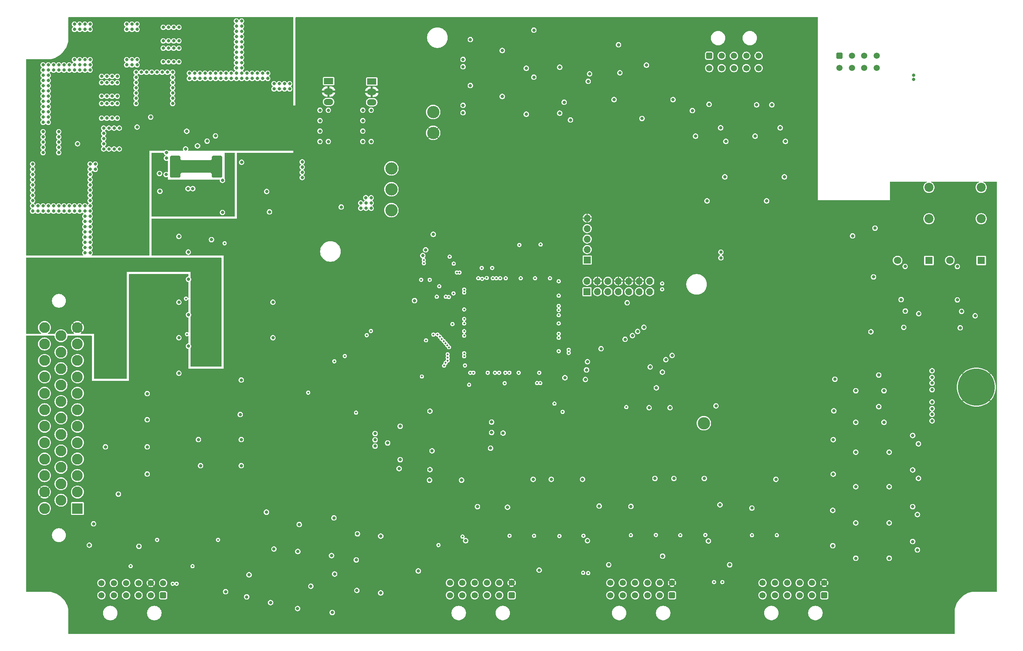
<source format=gbr>
%TF.GenerationSoftware,KiCad,Pcbnew,8.0.4*%
%TF.CreationDate,2024-11-14T11:07:32+03:00*%
%TF.ProjectId,EVD80_ControlBoard,45564438-305f-4436-9f6e-74726f6c426f,rev?*%
%TF.SameCoordinates,Original*%
%TF.FileFunction,Copper,L2,Inr*%
%TF.FilePolarity,Positive*%
%FSLAX46Y46*%
G04 Gerber Fmt 4.6, Leading zero omitted, Abs format (unit mm)*
G04 Created by KiCad (PCBNEW 8.0.4) date 2024-11-14 11:07:32*
%MOMM*%
%LPD*%
G01*
G04 APERTURE LIST*
G04 Aperture macros list*
%AMRoundRect*
0 Rectangle with rounded corners*
0 $1 Rounding radius*
0 $2 $3 $4 $5 $6 $7 $8 $9 X,Y pos of 4 corners*
0 Add a 4 corners polygon primitive as box body*
4,1,4,$2,$3,$4,$5,$6,$7,$8,$9,$2,$3,0*
0 Add four circle primitives for the rounded corners*
1,1,$1+$1,$2,$3*
1,1,$1+$1,$4,$5*
1,1,$1+$1,$6,$7*
1,1,$1+$1,$8,$9*
0 Add four rect primitives between the rounded corners*
20,1,$1+$1,$2,$3,$4,$5,0*
20,1,$1+$1,$4,$5,$6,$7,0*
20,1,$1+$1,$6,$7,$8,$9,0*
20,1,$1+$1,$8,$9,$2,$3,0*%
G04 Aperture macros list end*
%TA.AperFunction,ComponentPad*%
%ADD10C,3.000000*%
%TD*%
%TA.AperFunction,ComponentPad*%
%ADD11RoundRect,0.250001X0.499999X0.499999X-0.499999X0.499999X-0.499999X-0.499999X0.499999X-0.499999X0*%
%TD*%
%TA.AperFunction,ComponentPad*%
%ADD12C,1.500000*%
%TD*%
%TA.AperFunction,ComponentPad*%
%ADD13R,1.700000X1.700000*%
%TD*%
%TA.AperFunction,ComponentPad*%
%ADD14O,1.700000X1.700000*%
%TD*%
%TA.AperFunction,ComponentPad*%
%ADD15C,0.900000*%
%TD*%
%TA.AperFunction,ComponentPad*%
%ADD16C,9.000000*%
%TD*%
%TA.AperFunction,ComponentPad*%
%ADD17C,2.200000*%
%TD*%
%TA.AperFunction,ComponentPad*%
%ADD18R,1.800000X1.800000*%
%TD*%
%TA.AperFunction,ComponentPad*%
%ADD19C,1.800000*%
%TD*%
%TA.AperFunction,ComponentPad*%
%ADD20R,2.300000X1.500000*%
%TD*%
%TA.AperFunction,ComponentPad*%
%ADD21O,2.300000X1.500000*%
%TD*%
%TA.AperFunction,ComponentPad*%
%ADD22C,0.499999*%
%TD*%
%TA.AperFunction,ComponentPad*%
%ADD23RoundRect,0.250001X-0.499999X-0.499999X0.499999X-0.499999X0.499999X0.499999X-0.499999X0.499999X0*%
%TD*%
%TA.AperFunction,ComponentPad*%
%ADD24R,2.625000X2.625000*%
%TD*%
%TA.AperFunction,ComponentPad*%
%ADD25C,2.625000*%
%TD*%
%TA.AperFunction,ViaPad*%
%ADD26C,0.800000*%
%TD*%
%TA.AperFunction,ViaPad*%
%ADD27C,0.500000*%
%TD*%
G04 APERTURE END LIST*
D10*
%TO.N,VDD_3V3*%
%TO.C,TP1*%
X188820000Y-121876000D03*
%TD*%
D11*
%TO.N,TEMP_FW_N*%
%TO.C,J9*%
X133342000Y-220623000D03*
D12*
%TO.N,+15V*%
X130342000Y-220623000D03*
%TO.N,FW_H_P*%
X127342000Y-220623000D03*
%TO.N,FAULT_FW_P*%
X124342000Y-220623000D03*
%TO.N,FW_L_P*%
X121342000Y-220623000D03*
%TO.N,RESET_FW*%
X118342000Y-220623000D03*
%TO.N,TEMP_FW_P*%
X133342000Y-217623000D03*
%TO.N,GND*%
X130342000Y-217623000D03*
%TO.N,FW_H_N*%
X127342000Y-217623000D03*
%TO.N,FAULT_FW_N*%
X124342000Y-217623000D03*
%TO.N,FW_L_N*%
X121342000Y-217623000D03*
%TO.N,FW_CUR_IN_INT*%
X118342000Y-217623000D03*
%TD*%
D13*
%TO.N,TMS*%
%TO.C,J1*%
X236375000Y-146775000D03*
D14*
%TO.N,~{TRST}*%
X236375000Y-144235000D03*
%TO.N,TDI*%
X238915000Y-146775000D03*
%TO.N,GND*%
X238915000Y-144235000D03*
%TO.N,VDD_3V3*%
X241455000Y-146775000D03*
%TO.N,unconnected-(J1-Pin_6-Pad6)*%
X241455000Y-144235000D03*
%TO.N,TDO*%
X243995000Y-146775000D03*
%TO.N,GND*%
X243995000Y-144235000D03*
%TO.N,TCK*%
X246535000Y-146775000D03*
%TO.N,GND*%
X246535000Y-144235000D03*
%TO.N,TCK*%
X249075000Y-146775000D03*
%TO.N,GND*%
X249075000Y-144235000D03*
%TO.N,Net-(J1-Pin_13)*%
X251615000Y-146775000D03*
%TO.N,Net-(J1-Pin_14)*%
X251615000Y-144235000D03*
%TD*%
D10*
%TO.N,+1V2*%
%TO.C,TP3*%
X188820000Y-126956000D03*
%TD*%
%TO.N,+15V*%
%TO.C,TP5*%
X198980000Y-103080000D03*
%TD*%
D15*
%TO.N,GND*%
%TO.C,H5*%
X327625000Y-170000000D03*
X328613515Y-167613515D03*
X328613515Y-172386485D03*
X331000000Y-166625000D03*
D16*
X331000000Y-170000000D03*
D15*
X331000000Y-173375000D03*
X333386485Y-167613515D03*
X333386485Y-172386485D03*
X334375000Y-170000000D03*
%TD*%
D17*
%TO.N,Net-(K2-Pad11)*%
%TO.C,K2*%
X319479500Y-129027500D03*
%TO.N,Net-(C194-Pad1)*%
X319479500Y-121407500D03*
D18*
%TO.N,+5V*%
X319479500Y-139187500D03*
D19*
%TO.N,Net-(D46-A)*%
X311859500Y-139187500D03*
%TD*%
D20*
%TO.N,Net-(U2-IN)*%
%TO.C,U2*%
X173542500Y-95553000D03*
D21*
%TO.N,GND*%
X173542500Y-98093000D03*
%TO.N,VDD_3V3*%
X173542500Y-100633000D03*
%TD*%
D22*
%TO.N,GND*%
%TO.C,U7*%
X214699999Y-158300001D03*
X215799999Y-158300001D03*
X216900000Y-158300001D03*
X218000000Y-158300001D03*
X219099998Y-158300001D03*
X220199998Y-158300001D03*
X221299998Y-158300001D03*
X214699999Y-157200001D03*
X215799999Y-157200001D03*
X216900000Y-157200001D03*
X218000000Y-157200001D03*
X219099998Y-157200001D03*
X220199998Y-157200001D03*
X221299998Y-157200001D03*
X214699999Y-156100000D03*
X215799999Y-156100000D03*
X216900000Y-156100000D03*
X218000000Y-156100000D03*
X219099998Y-156100000D03*
X220199998Y-156100000D03*
X221299998Y-156100000D03*
X214699999Y-155000000D03*
X215799999Y-155000000D03*
X216900000Y-155000000D03*
X218000000Y-155000000D03*
X219099998Y-155000000D03*
X220199998Y-155000000D03*
X221299998Y-155000000D03*
X214699999Y-153900002D03*
X215799999Y-153900002D03*
X216900000Y-153900002D03*
X218000000Y-153900002D03*
X219099998Y-153900002D03*
X220199998Y-153900002D03*
X221299998Y-153900002D03*
X214699999Y-152800002D03*
X215799999Y-152800002D03*
X216900000Y-152800002D03*
X218000000Y-152800002D03*
X219099998Y-152800002D03*
X220199998Y-152800002D03*
X221299998Y-152800002D03*
X214699999Y-151700002D03*
X215799999Y-151700002D03*
X216900000Y-151700002D03*
X218000000Y-151700002D03*
X219099998Y-151700002D03*
X220199998Y-151700002D03*
X221299998Y-151700002D03*
%TD*%
D17*
%TO.N,Net-(K1-Pad11)*%
%TO.C,K1*%
X332179500Y-129027500D03*
%TO.N,Net-(C190-Pad1)*%
X332179500Y-121407500D03*
D18*
%TO.N,+5V*%
X332179500Y-139187500D03*
D19*
%TO.N,Net-(D44-A)*%
X324559500Y-139187500D03*
%TD*%
D11*
%TO.N,+15V*%
%TO.C,J5*%
X257042000Y-220608000D03*
D12*
%TO.N,VL_N*%
X254042000Y-220608000D03*
%TO.N,TEMP_PW_B_P*%
X251042000Y-220608000D03*
%TO.N,RESET_PW*%
X248042000Y-220608000D03*
%TO.N,VH_N*%
X245042000Y-220608000D03*
%TO.N,FAULT_PW_B_P*%
X242042000Y-220608000D03*
%TO.N,GND*%
X257042000Y-217608000D03*
%TO.N,VL_P*%
X254042000Y-217608000D03*
%TO.N,TEMP_PW_B_N*%
X251042000Y-217608000D03*
%TO.N,V_CUR_IN*%
X248042000Y-217608000D03*
%TO.N,VH_P*%
X245042000Y-217608000D03*
%TO.N,FAULT_PW_B_N*%
X242042000Y-217608000D03*
%TD*%
D10*
%TO.N,VAA*%
%TO.C,TP4*%
X264766000Y-178772000D03*
%TD*%
D13*
%TO.N,LED1*%
%TO.C,J10*%
X236398000Y-139063000D03*
D14*
%TO.N,LED2*%
X236398000Y-136523000D03*
%TO.N,LED3*%
X236398000Y-133983000D03*
%TO.N,LED4*%
X236398000Y-131443000D03*
%TO.N,GND*%
X236398000Y-128903000D03*
%TD*%
D23*
%TO.N,VDC_N*%
%TO.C,J3*%
X297760000Y-89387000D03*
D12*
%TO.N,unconnected-(J3-Pin_2-Pad2)*%
X300760000Y-89387000D03*
%TO.N,unconnected-(J3-Pin_3-Pad3)*%
X303760000Y-89387000D03*
%TO.N,VDC_P*%
X306760000Y-89387000D03*
%TO.N,VDC_N*%
X297760000Y-92387000D03*
%TO.N,unconnected-(J3-Pin_6-Pad6)*%
X300760000Y-92387000D03*
%TO.N,unconnected-(J3-Pin_7-Pad7)*%
X303760000Y-92387000D03*
%TO.N,VDC_P*%
X306760000Y-92387000D03*
%TD*%
D11*
%TO.N,+15V*%
%TO.C,J4*%
X218042000Y-220608000D03*
D12*
%TO.N,UL_N*%
X215042000Y-220608000D03*
%TO.N,TEMP_PW_A_P*%
X212042000Y-220608000D03*
%TO.N,RESET_PW*%
X209042000Y-220608000D03*
%TO.N,UH_N*%
X206042000Y-220608000D03*
%TO.N,FAULT_PW_A_P*%
X203042000Y-220608000D03*
%TO.N,GND*%
X218042000Y-217608000D03*
%TO.N,UL_P*%
X215042000Y-217608000D03*
%TO.N,TEMP_PW_A_N*%
X212042000Y-217608000D03*
%TO.N,U_CUR_IN*%
X209042000Y-217608000D03*
%TO.N,UH_P*%
X206042000Y-217608000D03*
%TO.N,FAULT_PW_A_N*%
X203042000Y-217608000D03*
%TD*%
D10*
%TO.N,+5V*%
%TO.C,TP2*%
X188820000Y-116796000D03*
%TD*%
D11*
%TO.N,+15V*%
%TO.C,J6*%
X294042000Y-220608000D03*
D12*
%TO.N,WL_N*%
X291042000Y-220608000D03*
%TO.N,TEMP_PW_C_P*%
X288042000Y-220608000D03*
%TO.N,RESET_PW*%
X285042000Y-220608000D03*
%TO.N,WH_N*%
X282042000Y-220608000D03*
%TO.N,FAULT_PW_C_P*%
X279042000Y-220608000D03*
%TO.N,GND*%
X294042000Y-217608000D03*
%TO.N,WL_P*%
X291042000Y-217608000D03*
%TO.N,TEMP_PW_C_N*%
X288042000Y-217608000D03*
%TO.N,W_CUR_IN*%
X285042000Y-217608000D03*
%TO.N,WH_P*%
X282042000Y-217608000D03*
%TO.N,FAULT_PW_C_N*%
X279042000Y-217608000D03*
%TD*%
D23*
%TO.N,~{EXC_OUT}_IC*%
%TO.C,J11*%
X266085000Y-89411000D03*
D12*
%TO.N,~{COS_IN}_IC*%
X269085000Y-89411000D03*
%TO.N,~{SIN_IN}_IC*%
X272085000Y-89411000D03*
%TO.N,NTC_FW_2_IC*%
X275085000Y-89411000D03*
%TO.N,NTC_FW_1_IC*%
X278085000Y-89411000D03*
%TO.N,EXC_OUT_IC*%
X266085000Y-92411000D03*
%TO.N,COS_IN_IC*%
X269085000Y-92411000D03*
%TO.N,SIN_IN_IC*%
X272085000Y-92411000D03*
%TO.N,NTC_AW_2_IC*%
X275085000Y-92411000D03*
%TO.N,NTC_AW_1_IC*%
X278085000Y-92411000D03*
%TD*%
D10*
%TO.N,GND*%
%TO.C,TP6*%
X198980000Y-108160000D03*
%TD*%
D20*
%TO.N,Net-(U3-IN)*%
%TO.C,U3*%
X184042500Y-95646000D03*
D21*
%TO.N,GND*%
X184042500Y-98186000D03*
%TO.N,+5V*%
X184042500Y-100726000D03*
%TD*%
D24*
%TO.N,BRK_2_IN*%
%TO.C,J2*%
X112500000Y-199500000D03*
D25*
%TO.N,THR_2_IN*%
X112500000Y-195500000D03*
%TO.N,NTC_AW_1_MC*%
X112500000Y-191500000D03*
%TO.N,NTC_FW_1_MC*%
X112500000Y-187500000D03*
%TO.N,~{COS_IN}_MC*%
X112500000Y-183500000D03*
%TO.N,~{SIN_IN}_MC*%
X112500000Y-179500000D03*
%TO.N,RIGHT_SUPPORT_IN*%
X112500000Y-175500000D03*
%TO.N,LEFT_SUPPORT_IN*%
X112500000Y-171500000D03*
%TO.N,GEAR_DRIVE_IN*%
X112500000Y-167500000D03*
%TO.N,PWR_ST_PWM_OUT*%
X112500000Y-163500000D03*
%TO.N,PARK_BREAK_OUT*%
X112500000Y-159500000D03*
%TO.N,GND_IN*%
X112500000Y-155500000D03*
%TO.N,BRK_1_IN*%
X108500000Y-197500000D03*
%TO.N,THR_1_IN*%
X108500000Y-193500000D03*
%TO.N,NTC_AW_2_MC*%
X108500000Y-189500000D03*
%TO.N,NTC_FW_2_MC*%
X108500000Y-185500000D03*
%TO.N,COS_IN_MC*%
X108500000Y-181500000D03*
%TO.N,SIN_IN_MC*%
X108500000Y-177500000D03*
%TO.N,IGNITION_ON_IN*%
X108500000Y-173500000D03*
%TO.N,EMERG_STOP_IN*%
X108500000Y-169500000D03*
%TO.N,HV_ON_IN*%
X108500000Y-165500000D03*
%TO.N,SHUNT_CONT_OUT*%
X108500000Y-161500000D03*
%TO.N,POWER_CONT_OUT*%
X108500000Y-157500000D03*
%TO.N,+5V*%
X104500000Y-199500000D03*
%TO.N,GND*%
X104500000Y-195500000D03*
%TO.N,CAN_H*%
X104500000Y-191500000D03*
%TO.N,CAN_L*%
X104500000Y-187500000D03*
%TO.N,GND_CAN*%
X104500000Y-183500000D03*
%TO.N,EXC_OUT_MC*%
X104500000Y-179500000D03*
%TO.N,~{EXC_OUT}_MC*%
X104500000Y-175500000D03*
%TO.N,GEAR_PARKING_IN*%
X104500000Y-171500000D03*
%TO.N,GEAR_REVERSE_IN*%
X104500000Y-167500000D03*
%TO.N,PUMP_OUT*%
X104500000Y-163500000D03*
%TO.N,REV_LIGHT_OUT*%
X104500000Y-159500000D03*
%TO.N,VIN*%
X104500000Y-155500000D03*
%TD*%
D26*
%TO.N,VDD_3V3*%
X180572025Y-205678025D03*
X327406000Y-151572000D03*
X301686000Y-170864000D03*
D27*
X254650000Y-144800000D03*
D26*
X152324000Y-168278000D03*
X174842000Y-201808000D03*
X195342000Y-214708000D03*
X171450000Y-105185000D03*
D27*
X219904000Y-135414000D03*
D26*
X171450000Y-110265000D03*
X115394000Y-208430000D03*
X175017000Y-215443000D03*
D27*
X229642000Y-206208000D03*
D26*
X167132000Y-115214000D03*
D27*
X200242000Y-208408000D03*
D26*
X129464000Y-177930000D03*
X139446000Y-137160000D03*
X254742000Y-211108000D03*
X159182000Y-127384000D03*
X137160000Y-157988000D03*
X236470000Y-207348000D03*
X137160000Y-133350000D03*
D27*
X229500000Y-152500000D03*
D26*
X159442000Y-222408000D03*
D27*
X223512000Y-206146000D03*
X203962000Y-139954000D03*
D26*
X301686000Y-194208000D03*
X253222000Y-170158000D03*
X129464000Y-191138000D03*
D27*
X125439000Y-213517000D03*
D26*
X167132000Y-116484000D03*
X301686000Y-203008000D03*
X206870000Y-207348000D03*
X296098000Y-208560000D03*
X313741000Y-151501000D03*
X246126000Y-149484000D03*
X186217000Y-220043000D03*
X129464000Y-171580000D03*
D27*
X254650000Y-146200000D03*
D26*
X280016000Y-124714000D03*
D27*
X225104000Y-135314000D03*
D26*
X198990000Y-132842000D03*
X158496000Y-122428000D03*
X296225000Y-182760000D03*
D27*
X235512000Y-206146000D03*
D26*
X268680000Y-198608000D03*
X265870000Y-207410500D03*
X307274000Y-174744000D03*
D27*
X217512000Y-206146000D03*
D26*
X296606000Y-168070000D03*
X265538000Y-124714000D03*
X224742000Y-214508000D03*
X129464000Y-184534000D03*
X305376000Y-156524000D03*
X186217000Y-206223000D03*
D27*
X265112000Y-205954500D03*
D26*
X171450000Y-102645000D03*
X236990000Y-93804500D03*
X307274000Y-167054000D03*
X166017000Y-223843000D03*
X284334000Y-118872000D03*
X137160000Y-149352000D03*
X152324000Y-182756000D03*
X267716000Y-174549000D03*
X127442000Y-208708000D03*
X244356000Y-93550500D03*
X213174000Y-181035000D03*
X166067000Y-209973000D03*
X301686000Y-178554000D03*
X173482000Y-102645000D03*
X296225000Y-191160000D03*
X173482000Y-110265000D03*
D27*
X245922000Y-174858000D03*
D26*
X249733000Y-104651000D03*
X152400000Y-115316000D03*
X296098000Y-199960000D03*
X167132000Y-119024000D03*
X313360000Y-155451000D03*
X160020000Y-149352000D03*
D27*
X206112000Y-206346000D03*
D26*
X116421000Y-203242000D03*
X300914000Y-133226000D03*
D27*
X247042000Y-206008000D03*
D26*
X235966000Y-168148000D03*
D27*
X196056000Y-143893000D03*
D26*
X154217000Y-215643000D03*
X306375000Y-131321000D03*
X160267000Y-209373000D03*
X239330000Y-198923000D03*
X145085000Y-134115000D03*
D27*
X131874000Y-207136000D03*
X198120000Y-143893000D03*
X276442000Y-206008000D03*
D26*
X152070000Y-176660000D03*
X171450000Y-107725000D03*
D27*
X140474000Y-213536000D03*
D26*
X160020000Y-157988000D03*
X209730000Y-199054000D03*
X194442000Y-148954584D03*
D27*
X282512000Y-206008500D03*
X259042000Y-206008000D03*
D26*
X296352000Y-175760000D03*
X269856000Y-118872000D03*
X301686000Y-211608000D03*
X152324000Y-189106000D03*
X180417000Y-219443000D03*
X327076000Y-155578000D03*
D27*
X253112000Y-205946000D03*
D26*
X250806000Y-91694000D03*
D27*
X146674000Y-207136000D03*
D26*
X301686000Y-185808000D03*
X167132000Y-117754000D03*
X137160000Y-166624000D03*
X242932000Y-100076000D03*
%TO.N,+15V*%
X277222000Y-108966000D03*
X152400000Y-82230000D03*
X160274000Y-97470000D03*
X162814000Y-96200000D03*
X157480000Y-94930000D03*
X139700000Y-93660000D03*
X151130000Y-94930000D03*
X154940000Y-94930000D03*
X152400000Y-83500000D03*
X152400000Y-80960000D03*
X143510000Y-94930000D03*
X215754000Y-88138000D03*
X268840000Y-106934000D03*
X283318000Y-106934000D03*
X158750000Y-93660000D03*
X262744000Y-108966000D03*
X152400000Y-86040000D03*
X148590000Y-94930000D03*
X147752000Y-127511000D03*
X146050000Y-94930000D03*
X144780000Y-94930000D03*
X151130000Y-82230000D03*
X153670000Y-93660000D03*
X151130000Y-91120000D03*
X161544000Y-97470000D03*
X146050000Y-93660000D03*
X156210000Y-93660000D03*
X151130000Y-84770000D03*
X152400000Y-88580000D03*
X142240000Y-94930000D03*
X152400000Y-92390000D03*
X164084000Y-96200000D03*
X162814000Y-97470000D03*
X151130000Y-86040000D03*
X151130000Y-88580000D03*
X143510000Y-93660000D03*
X147320000Y-94930000D03*
X206229000Y-90297000D03*
X144780000Y-93660000D03*
X147752000Y-119692000D03*
X160274000Y-96200000D03*
X151130000Y-93660000D03*
X139700000Y-94930000D03*
X147320000Y-93660000D03*
X164084000Y-97470000D03*
X152400000Y-93660000D03*
X206229000Y-101473000D03*
X151130000Y-87310000D03*
X140970000Y-94930000D03*
X152400000Y-87310000D03*
X152400000Y-94930000D03*
X221596000Y-92456000D03*
X151130000Y-92390000D03*
X152400000Y-91120000D03*
X157480000Y-93660000D03*
X149860000Y-93660000D03*
X236652000Y-95634000D03*
X154940000Y-93660000D03*
X152400000Y-84770000D03*
X158750000Y-94930000D03*
X156210000Y-94930000D03*
X151130000Y-80960000D03*
X229724000Y-103378000D03*
X152400000Y-89850000D03*
X142240000Y-93660000D03*
X151130000Y-83500000D03*
X215754000Y-99314000D03*
X161544000Y-96200000D03*
X149860000Y-94930000D03*
X151130000Y-89850000D03*
X140970000Y-93660000D03*
X229724000Y-92202000D03*
X148590000Y-93660000D03*
X221596000Y-103632000D03*
X153670000Y-94930000D03*
%TO.N,+1V2*%
X176628000Y-126194000D03*
%TO.N,+5V*%
X181864000Y-107725000D03*
X315529000Y-190144000D03*
X315529000Y-181744000D03*
X181864000Y-105185000D03*
X309814000Y-203008000D03*
X183896000Y-102645000D03*
X309814000Y-211608000D03*
X181864000Y-102645000D03*
X181864000Y-110265000D03*
X309814000Y-194208000D03*
X183896000Y-110265000D03*
X213174000Y-178495000D03*
X308544000Y-178554000D03*
X315529000Y-199071000D03*
X309814000Y-185808000D03*
X315529000Y-207544000D03*
X308544000Y-170864000D03*
D27*
%TO.N,VDD_1V2*%
X206500000Y-156400000D03*
D26*
X181356000Y-125222000D03*
D27*
X206500000Y-162500000D03*
X229500000Y-150250000D03*
D26*
X181356000Y-126492000D03*
X183896000Y-126492000D03*
X182626000Y-125222000D03*
X182626000Y-126492000D03*
D27*
X215000000Y-166500000D03*
D26*
X183896000Y-123952000D03*
D27*
X206500000Y-146250000D03*
X229500000Y-158000000D03*
X210900000Y-143650000D03*
D26*
X183896000Y-125222000D03*
D27*
X214300000Y-143500000D03*
D26*
X182600000Y-123950000D03*
D27*
X206500000Y-154500000D03*
X217500000Y-166500000D03*
%TO.N,VDDOSC_3V3*%
X210750000Y-141000000D03*
X213299498Y-141000000D03*
%TO.N,VDDA_3V3*%
X229500000Y-161250000D03*
D26*
X231000000Y-167700000D03*
D27*
X224750000Y-166500000D03*
%TO.N,VDDIO_3V3*%
X219750000Y-166500000D03*
X206500000Y-153400000D03*
X206500000Y-151100000D03*
X204724000Y-142113000D03*
X229500000Y-151250000D03*
X215250000Y-143500000D03*
X229500000Y-144250000D03*
X206500000Y-157500000D03*
X213450000Y-143500000D03*
X206500000Y-147000000D03*
X216600000Y-143500000D03*
X220250000Y-143500000D03*
X206500000Y-161750000D03*
X216500000Y-166500000D03*
X205359000Y-142113000D03*
X208000000Y-166500000D03*
X212250000Y-166500000D03*
X223750000Y-143500000D03*
X209950000Y-143500000D03*
X229500000Y-154500000D03*
X214000000Y-166500000D03*
X229500000Y-147750000D03*
X229500000Y-157000000D03*
X227350000Y-143500000D03*
D26*
%TO.N,Net-(U11-RAMP)*%
X140538000Y-121724000D03*
X134061000Y-118295000D03*
D27*
%TO.N,VREFHIA*%
X225000000Y-169000000D03*
D26*
X251460000Y-175006000D03*
%TO.N,VREFHIB*%
X251714000Y-165100000D03*
D27*
X231900000Y-161674000D03*
%TO.N,GPIO84{slash}BOOT0*%
X203660499Y-154660501D03*
%TO.N,GPIO72{slash}BOOT1*%
X203900000Y-147200000D03*
%TO.N,~{RESET}*%
X212000000Y-143450000D03*
D26*
%TO.N,VREFHIC*%
X256540000Y-175006000D03*
D27*
X224200000Y-169000000D03*
D26*
%TO.N,VREFHID*%
X254686000Y-166358000D03*
D27*
X231900000Y-160900000D03*
D26*
%TO.N,Net-(U11-VCC)*%
X139065000Y-107757000D03*
X134151500Y-114321500D03*
D27*
%TO.N,UV_SENCE*%
X148260000Y-135004000D03*
X206680000Y-164722000D03*
D26*
%TO.N,Net-(D7-K)*%
X111760000Y-81722000D03*
X105410000Y-96708000D03*
X113030000Y-91628000D03*
X104140000Y-101788000D03*
X110490000Y-91628000D03*
X105410000Y-101788000D03*
X107950000Y-110424000D03*
X107950000Y-109154000D03*
X104140000Y-103058000D03*
X113030000Y-92898000D03*
X105410000Y-99248000D03*
X104140000Y-109154000D03*
X110490000Y-92898000D03*
X104140000Y-95438000D03*
X105410000Y-104328000D03*
X111760000Y-91628000D03*
X104140000Y-100518000D03*
X114300000Y-90358000D03*
X104140000Y-96708000D03*
X115570000Y-91628000D03*
X134112000Y-112964000D03*
X104140000Y-107884000D03*
X107950000Y-111694000D03*
X111760000Y-82992000D03*
X105410000Y-92898000D03*
X105410000Y-105598000D03*
X105410000Y-97978000D03*
X114300000Y-91628000D03*
X104140000Y-112964000D03*
X107950000Y-91628000D03*
X104140000Y-105598000D03*
X109220000Y-92898000D03*
X104140000Y-99248000D03*
X114300000Y-92898000D03*
X115570000Y-90358000D03*
X104140000Y-92898000D03*
X113030000Y-82992000D03*
X106680000Y-91628000D03*
X104140000Y-94168000D03*
X113030000Y-81722000D03*
X105410000Y-95438000D03*
X105410000Y-94168000D03*
X106680000Y-92898000D03*
X115570000Y-92898000D03*
X104140000Y-111694000D03*
X114300000Y-81722000D03*
X111760000Y-92898000D03*
X105410000Y-103058000D03*
X115570000Y-82992000D03*
X105410000Y-91628000D03*
X105410000Y-100518000D03*
X111760000Y-90358000D03*
X114300000Y-82992000D03*
X104140000Y-91628000D03*
X104140000Y-97978000D03*
X107950000Y-92898000D03*
X104140000Y-110424000D03*
X115570000Y-81722000D03*
X113030000Y-90358000D03*
X104140000Y-104328000D03*
X109220000Y-91628000D03*
X107950000Y-107884000D03*
X107950000Y-112964000D03*
%TO.N,MCU_EXC*%
X239776000Y-160658000D03*
X245618000Y-158372000D03*
%TO.N,+1V5*%
X312725000Y-148707000D03*
X306011000Y-143189000D03*
X326390000Y-148778000D03*
%TO.N,EXC_OUT*%
X223444000Y-94618000D03*
X230810000Y-100714000D03*
%TO.N,~{EXC_OUT}*%
X223444000Y-83188000D03*
X232334000Y-105032000D03*
D27*
%TO.N,HV_ON*%
X196242000Y-167408000D03*
X168580000Y-171326000D03*
D26*
%TO.N,VIN*%
X101600000Y-118298000D03*
X101600000Y-127188000D03*
X115570000Y-130998000D03*
X115570000Y-132268000D03*
X115570000Y-134808000D03*
X114300000Y-134808000D03*
X111760000Y-127188000D03*
X115570000Y-136078000D03*
X101600000Y-117028000D03*
X101600000Y-124648000D03*
X116840000Y-115758000D03*
X101600000Y-125918000D03*
X102870000Y-125918000D03*
X109220000Y-127188000D03*
X101600000Y-122108000D03*
X115570000Y-124648000D03*
X115570000Y-120838000D03*
X114300000Y-127188000D03*
X104140000Y-125918000D03*
X111760000Y-125918000D03*
X132461000Y-118044000D03*
X114300000Y-132268000D03*
X113030000Y-127188000D03*
X116840000Y-117028000D03*
X113030000Y-125918000D03*
X114300000Y-137348000D03*
X115570000Y-118298000D03*
X115570000Y-129728000D03*
X115570000Y-117028000D03*
X101600000Y-115758000D03*
X107950000Y-127188000D03*
X114300000Y-128458000D03*
X115570000Y-128458000D03*
X115570000Y-137348000D03*
X115570000Y-125918000D03*
X114300000Y-130998000D03*
X110490000Y-127188000D03*
X110490000Y-125918000D03*
X114300000Y-133538000D03*
X104140000Y-127188000D03*
X107950000Y-125918000D03*
X101600000Y-120838000D03*
X105410000Y-127188000D03*
X106680000Y-127188000D03*
X106680000Y-125918000D03*
X115570000Y-133538000D03*
X115570000Y-115758000D03*
X114300000Y-125918000D03*
X115570000Y-119568000D03*
X101600000Y-123378000D03*
X102870000Y-127188000D03*
X105410000Y-125918000D03*
X114300000Y-129728000D03*
X109220000Y-125918000D03*
X115570000Y-122108000D03*
X101600000Y-119568000D03*
X115570000Y-123378000D03*
X114300000Y-136078000D03*
X115570000Y-127188000D03*
%TO.N,SHUNT_CONT_OUT*%
X139497000Y-152403000D03*
%TO.N,PUMP_OUT*%
X139497000Y-143767000D03*
D27*
%TO.N,MCU_PWM*%
X207696000Y-169421000D03*
D26*
X244018000Y-86744000D03*
%TO.N,W_CUR_IN*%
X271042000Y-213208000D03*
%TO.N,V_CUR_IN*%
X241642000Y-213208000D03*
%TO.N,CAN_H*%
X184853000Y-184337000D03*
%TO.N,CAN_L*%
X184853000Y-182813000D03*
%TO.N,VDC_N*%
X315722000Y-95184000D03*
X315722000Y-94168000D03*
%TO.N,EMERG_STOP_IN*%
X119304000Y-184534000D03*
%TO.N,IGNITION_ON_IN*%
X142418000Y-189106000D03*
%TO.N,ISO_VPOS*%
X255524000Y-163322000D03*
X248666000Y-156464000D03*
%TO.N,LEFT_SUPPORT_IN*%
X141910000Y-182756000D03*
%TO.N,ISO_VNEG*%
X257048000Y-162306000D03*
X250190000Y-155448000D03*
%TO.N,THR_1_IN*%
X316926000Y-183776000D03*
%TO.N,THR_2_IN*%
X316926000Y-192176000D03*
%TO.N,BRK_1_IN*%
X316672000Y-200976000D03*
%TO.N,BRK_2_IN*%
X316672000Y-209576000D03*
D27*
%TO.N,PARK_BREAK*%
X201599998Y-164750000D03*
X177470000Y-162436000D03*
%TO.N,POWER_CONT*%
X201999998Y-164100000D03*
X139116000Y-157102000D03*
%TO.N,PWR_ST_PWM*%
X174930000Y-163706000D03*
X208733281Y-166488484D03*
D26*
%TO.N,Net-(D51-A)*%
X236242000Y-165808000D03*
X122442000Y-196008000D03*
%TO.N,PWR_ST_PWM_OUT*%
X139497000Y-160023000D03*
D27*
%TO.N,SHUNT_CONT*%
X182804000Y-157356000D03*
X202497886Y-163552112D03*
%TO.N,REV_LIGHT*%
X138862000Y-148466000D03*
X202511442Y-162788556D03*
%TO.N,PUMP*%
X183820000Y-156340000D03*
X202499998Y-162000000D03*
%TO.N,VH_N*%
X235442000Y-215157997D03*
%TO.N,VH_P*%
X236642000Y-215208000D03*
%TO.N,WH_N*%
X269242000Y-217408000D03*
%TO.N,WH_P*%
X267242000Y-217408000D03*
%TO.N,FW_H_N*%
X136642000Y-217808000D03*
%TO.N,FW_H_P*%
X135642000Y-217808000D03*
D26*
%TO.N,Net-(U11-CS)*%
X118872000Y-110805000D03*
X122682000Y-106995000D03*
X119634000Y-94422000D03*
X120904000Y-95946000D03*
X122174000Y-104582000D03*
X118872000Y-106995000D03*
X120142000Y-112075000D03*
X118872000Y-112075000D03*
X121412000Y-112075000D03*
X118872000Y-109535000D03*
X120142000Y-106995000D03*
X120904000Y-101026000D03*
X122174000Y-95946000D03*
X119634000Y-104582000D03*
X122174000Y-101026000D03*
X120904000Y-99248000D03*
X118872000Y-108265000D03*
X118364000Y-95946000D03*
X121412000Y-106995000D03*
X122174000Y-94422000D03*
X118364000Y-101026000D03*
X120904000Y-104582000D03*
X118364000Y-94422000D03*
X119634000Y-99248000D03*
X146050000Y-108900000D03*
X122174000Y-99248000D03*
X118364000Y-99248000D03*
X120904000Y-94422000D03*
X119634000Y-101026000D03*
X119634000Y-95946000D03*
X122682000Y-112075000D03*
X118364000Y-104582000D03*
%TO.N,Net-(Q3-D)*%
X125730000Y-90358000D03*
X127000000Y-91628000D03*
X126746000Y-99756000D03*
X125730000Y-82992000D03*
X134620000Y-85786000D03*
X135890000Y-85786000D03*
X126746000Y-93406000D03*
X137160000Y-87564000D03*
X134366000Y-93406000D03*
X127000000Y-90358000D03*
X127000000Y-81722000D03*
X135636000Y-94676000D03*
X126746000Y-95946000D03*
X130556000Y-93406000D03*
X135636000Y-101026000D03*
X127000000Y-82992000D03*
X135636000Y-98486000D03*
X134620000Y-87564000D03*
X126746000Y-94676000D03*
X133096000Y-93406000D03*
X124460000Y-81722000D03*
X124460000Y-91628000D03*
X126746000Y-101026000D03*
X126746000Y-97216000D03*
X133350000Y-87564000D03*
X137160000Y-82484000D03*
X134620000Y-82484000D03*
X137160000Y-90866000D03*
X135890000Y-87564000D03*
X125730000Y-81722000D03*
X133350000Y-90866000D03*
X135890000Y-82484000D03*
X134620000Y-90866000D03*
X135636000Y-97216000D03*
X133350000Y-82484000D03*
X135636000Y-93406000D03*
X126746000Y-98486000D03*
X128016000Y-93406000D03*
X129286000Y-93406000D03*
X124460000Y-90358000D03*
X131826000Y-93406000D03*
X124460000Y-82992000D03*
X125730000Y-91628000D03*
X137160000Y-85786000D03*
X135636000Y-95946000D03*
X135890000Y-90866000D03*
X135636000Y-99756000D03*
X133350000Y-85786000D03*
%TO.N,ISO_POS_REL*%
X330708000Y-152654000D03*
X268910000Y-138560000D03*
%TO.N,ISO_NEG_REL*%
X268910000Y-137163000D03*
X316992000Y-152146000D03*
%TO.N,UH*%
X205880000Y-192618000D03*
D27*
X200642000Y-157750002D03*
D26*
%TO.N,VH*%
X235280000Y-192418000D03*
D27*
X201554007Y-158800000D03*
D26*
%TO.N,WH*%
X264880000Y-192218000D03*
D27*
X202384665Y-159800002D03*
D26*
%TO.N,UL*%
X223280000Y-192418000D03*
D27*
X201042000Y-158300002D03*
%TO.N,VL*%
X201969337Y-159300000D03*
D26*
X252880000Y-192218000D03*
D27*
%TO.N,WL*%
X202799998Y-160300000D03*
D26*
X282280000Y-192418000D03*
D27*
%TO.N,FW_L*%
X180242000Y-176208000D03*
X216332000Y-169040000D03*
D26*
%TO.N,CAN_RX*%
X215968000Y-181162000D03*
X212920000Y-184845000D03*
%TO.N,PCB_TEMP*%
X236474000Y-163830000D03*
X247396000Y-157480000D03*
%TO.N,Net-(U11-CSG)*%
X144018000Y-110170000D03*
X127000000Y-106741000D03*
%TO.N,Net-(Q1-G)*%
X138789023Y-112096977D03*
X112522000Y-110805000D03*
%TO.N,Net-(Q3-G)*%
X141681200Y-111313000D03*
X130302000Y-104328000D03*
%TO.N,Net-(C190-Pad1)*%
X326390000Y-140650000D03*
%TO.N,Net-(C194-Pad1)*%
X313690000Y-140637000D03*
%TO.N,Net-(U11-EN)*%
X132537000Y-122359000D03*
X139395000Y-121724000D03*
%TO.N,GND_CAN*%
X190949000Y-187639000D03*
X190695000Y-189798000D03*
X190949000Y-179511000D03*
X187901000Y-183575000D03*
X198696000Y-185480000D03*
X198188000Y-175828000D03*
X184853000Y-181289000D03*
X198188000Y-190052000D03*
D27*
%TO.N,RESET_PW*%
X199042000Y-157211000D03*
X199842000Y-148008000D03*
D26*
%TO.N,GND*%
X225660000Y-92456000D03*
X322834000Y-142174000D03*
X214952000Y-182305000D03*
X333248000Y-149032000D03*
X179130500Y-90473000D03*
X219056000Y-99568000D03*
X162817000Y-217443000D03*
X177217000Y-226043000D03*
X125984000Y-129728000D03*
X208648000Y-205570000D03*
X266700000Y-169215000D03*
X277222000Y-106934000D03*
X136779000Y-117028000D03*
X125984000Y-128458000D03*
D27*
X239200000Y-141450000D03*
D26*
X127254000Y-132268000D03*
X161867000Y-209373000D03*
X157988000Y-107376000D03*
X250444000Y-165100000D03*
X211650000Y-177225000D03*
X305242000Y-194208000D03*
X136779000Y-114488000D03*
X152324000Y-178438000D03*
X305242000Y-185808000D03*
X152324000Y-184788000D03*
X119558000Y-186820000D03*
X177267000Y-212253000D03*
X145923000Y-115758000D03*
X119458000Y-216050000D03*
X155448000Y-106106000D03*
X249302000Y-192293000D03*
X246888000Y-171704000D03*
X224136000Y-89408000D03*
X224136000Y-100584000D03*
X246558000Y-139068000D03*
X246126000Y-153284000D03*
X142418000Y-178184000D03*
X311341000Y-166495000D03*
X229724000Y-88646000D03*
X303464000Y-182760000D03*
X265870000Y-208934500D03*
X270872000Y-121158000D03*
X300162000Y-210592000D03*
X152324000Y-171580000D03*
X300162000Y-177792000D03*
X162814000Y-105344000D03*
X127254000Y-122108000D03*
X125984000Y-118298000D03*
X296225000Y-180728000D03*
X128778000Y-110932000D03*
X119558000Y-173612000D03*
D27*
X222555000Y-166373000D03*
D26*
X261112000Y-168910000D03*
X317434000Y-190144000D03*
X137500000Y-126500000D03*
D27*
X225104000Y-139314000D03*
D26*
X125222000Y-115250000D03*
X270680000Y-198608000D03*
X269856000Y-117348000D03*
X202302000Y-192693000D03*
D27*
X249048000Y-206022000D03*
D26*
X180267000Y-208773000D03*
X125984000Y-125918000D03*
X180217000Y-222643000D03*
X246888000Y-168656000D03*
X240250000Y-154300000D03*
X259823000Y-93472000D03*
X294447000Y-205385000D03*
D27*
X223825000Y-166373000D03*
D26*
X310134000Y-142161000D03*
X261302000Y-192301500D03*
X176022000Y-119888000D03*
X124968000Y-112202000D03*
X302260000Y-130236000D03*
X155448000Y-107376000D03*
X135636000Y-114488000D03*
X328930000Y-151572000D03*
X123407000Y-199369000D03*
X229724000Y-99822000D03*
X180594000Y-119888000D03*
X229724000Y-101600000D03*
X242170000Y-104140000D03*
X147066000Y-118298000D03*
X268224000Y-168402000D03*
D27*
X272442000Y-206008000D03*
D26*
X313370000Y-185808000D03*
X246888000Y-170180000D03*
X215754000Y-92202000D03*
X132142000Y-208708000D03*
X313370000Y-194208000D03*
X166217000Y-220643000D03*
X154178000Y-106106000D03*
X127254000Y-136078000D03*
X330962000Y-145222000D03*
X308798000Y-165022000D03*
D27*
X197792000Y-142240000D03*
D26*
X161544000Y-104074000D03*
X278702000Y-192368500D03*
X119558000Y-180216000D03*
X125984000Y-136078000D03*
X244356000Y-89994500D03*
X240546000Y-93804500D03*
D27*
X136410000Y-213612000D03*
D26*
X129464000Y-193678000D03*
X311592000Y-182760000D03*
X125984000Y-137348000D03*
X214200000Y-138600000D03*
X303464000Y-175760000D03*
X125984000Y-127188000D03*
D27*
X223190000Y-166373000D03*
D26*
X128778000Y-107122000D03*
X246558000Y-131448000D03*
X147066000Y-114488000D03*
X209500000Y-126500000D03*
X125984000Y-123378000D03*
D27*
X208000000Y-140000000D03*
D26*
X312979000Y-153787000D03*
X128778000Y-109662000D03*
D27*
X228778000Y-162817000D03*
X121375000Y-213593000D03*
D26*
X127254000Y-134808000D03*
X211650000Y-188655000D03*
X307274000Y-176776000D03*
X238768000Y-90756500D03*
X135382000Y-106614000D03*
X184667000Y-206173000D03*
X157988000Y-106106000D03*
X308798000Y-172712000D03*
X207500000Y-134000000D03*
X204080000Y-192693000D03*
X151638000Y-107376000D03*
X164084000Y-105344000D03*
X267424000Y-165862000D03*
D27*
X206502000Y-136017000D03*
D26*
X317434000Y-181744000D03*
X151638000Y-106106000D03*
X300162000Y-184792000D03*
D27*
X228778000Y-163452000D03*
D26*
X303598000Y-156524000D03*
X135128000Y-145288000D03*
X261112000Y-171450000D03*
X234296000Y-101346000D03*
X246558000Y-133988000D03*
X194442000Y-147008000D03*
X280270000Y-118110000D03*
D27*
X278448000Y-206084500D03*
D26*
X116156000Y-206906000D03*
X127254000Y-124648000D03*
X210680000Y-208618000D03*
X303464000Y-199960000D03*
X138442000Y-199388000D03*
X136779000Y-118298000D03*
X131572000Y-106614000D03*
X125984000Y-124648000D03*
X189630500Y-88534000D03*
X141732000Y-135890000D03*
X305242000Y-203008000D03*
X123952000Y-116520000D03*
D27*
X202048000Y-206422000D03*
D26*
X206870000Y-208872000D03*
X300162000Y-193192000D03*
X156464000Y-118364000D03*
X171642000Y-201808000D03*
X267570000Y-124714000D03*
X171817000Y-215443000D03*
X311341000Y-174185000D03*
D27*
X201646409Y-146181409D03*
D26*
X157480000Y-119888000D03*
X326644000Y-153858000D03*
X162814000Y-104074000D03*
X127254000Y-127188000D03*
X156718000Y-107376000D03*
X147066000Y-115758000D03*
D27*
X228778000Y-162182000D03*
D26*
X173482000Y-117348000D03*
X172210000Y-116394000D03*
D27*
X261048000Y-206030500D03*
D26*
X283318000Y-108966000D03*
X145500000Y-126500000D03*
X127254000Y-123378000D03*
X257556000Y-165100000D03*
X319583000Y-148961000D03*
X302709000Y-144713000D03*
X296225000Y-189128000D03*
X283064000Y-110236000D03*
X308290000Y-195478000D03*
X263080000Y-192301500D03*
X150817000Y-215643000D03*
D27*
X225442000Y-206208000D03*
D26*
X308290000Y-187078000D03*
D27*
X255042000Y-206008000D03*
D26*
X132842000Y-107884000D03*
X125984000Y-130998000D03*
X305242000Y-211608000D03*
X127254000Y-128458000D03*
X178054000Y-119888000D03*
X280480000Y-192368500D03*
X132080000Y-136906000D03*
X219056000Y-88392000D03*
X127508000Y-112202000D03*
X152908000Y-106106000D03*
D27*
X231448000Y-206222000D03*
D26*
X195775000Y-173288000D03*
X215500000Y-126500000D03*
X160274000Y-105344000D03*
X296098000Y-197928000D03*
X127254000Y-125918000D03*
X140220000Y-199388000D03*
X127254000Y-119568000D03*
X156464000Y-116586000D03*
X142418000Y-171580000D03*
X125185000Y-199369000D03*
X118442000Y-210208000D03*
X161544000Y-105344000D03*
X329438000Y-145222000D03*
X215754000Y-103378000D03*
D27*
X213448000Y-206222000D03*
D26*
X135382000Y-107884000D03*
X284207000Y-122428000D03*
X211650000Y-186115000D03*
X308290000Y-212878000D03*
X132842000Y-106614000D03*
D27*
X204978000Y-136017000D03*
D26*
X134112000Y-107884000D03*
X300162000Y-170102000D03*
X196810000Y-195246000D03*
X250806000Y-89662000D03*
X157988000Y-145288000D03*
X245218000Y-99060000D03*
X128778000Y-108392000D03*
X305242000Y-178554000D03*
X236324000Y-213218000D03*
X129464000Y-180470000D03*
X167132000Y-206608000D03*
X145923000Y-114488000D03*
X259188000Y-89662000D03*
X142418000Y-184788000D03*
X240280000Y-208618000D03*
X249682000Y-176022000D03*
X141500000Y-126500000D03*
X315773000Y-145151000D03*
X164084000Y-104074000D03*
X150368000Y-106106000D03*
X303471000Y-148142000D03*
X187344500Y-105806000D03*
X296352000Y-173728000D03*
X313370000Y-211608000D03*
X308290000Y-204278000D03*
X267648000Y-205632500D03*
X251080000Y-192293000D03*
X300914000Y-135258000D03*
X206229000Y-99695000D03*
X259542000Y-211108000D03*
X305242000Y-170864000D03*
X297688000Y-128712000D03*
X311592000Y-191160000D03*
X300162000Y-201992000D03*
X125984000Y-133538000D03*
X244356000Y-91772500D03*
X243848000Y-85090000D03*
X307274000Y-169086000D03*
X152908000Y-126238000D03*
X127254000Y-120838000D03*
X310947000Y-148961000D03*
X306832000Y-128458000D03*
X317561000Y-207544000D03*
X262744000Y-106934000D03*
X210693000Y-138684000D03*
X327076000Y-157610000D03*
X150368000Y-107376000D03*
X211650000Y-181035000D03*
X179130500Y-88441000D03*
D27*
X203327000Y-146308000D03*
D26*
X139500000Y-126500000D03*
X115394000Y-211986000D03*
X201008000Y-132842000D03*
X246558000Y-136528000D03*
X230242000Y-214508000D03*
X236470000Y-208872000D03*
X127254000Y-130998000D03*
X145085000Y-132083000D03*
D27*
X216400000Y-140000000D03*
D26*
X135636000Y-117028000D03*
X135042000Y-196608000D03*
X125984000Y-120838000D03*
D27*
X198120000Y-150593000D03*
X196056000Y-150593000D03*
D26*
X241408000Y-100076000D03*
X200842000Y-214708000D03*
X139954000Y-135890000D03*
X152908000Y-107376000D03*
X235636000Y-86617000D03*
X136779000Y-115758000D03*
X183432000Y-212008000D03*
X258572000Y-175768000D03*
X134112000Y-106614000D03*
X317297000Y-145151000D03*
X313370000Y-203008000D03*
X225660000Y-103632000D03*
X135128000Y-162560000D03*
X269680000Y-208680500D03*
X315265000Y-151501000D03*
X265792000Y-118110000D03*
X131572000Y-107884000D03*
X147828000Y-107376000D03*
X221480000Y-192493000D03*
X129464000Y-186820000D03*
X184617000Y-220043000D03*
X221100000Y-130200000D03*
X125984000Y-122108000D03*
X142418000Y-191392000D03*
X162902000Y-203408000D03*
X302692000Y-146355500D03*
X159258000Y-106106000D03*
X317561000Y-198944000D03*
X123952000Y-115250000D03*
X172267000Y-212253000D03*
X267424000Y-167386000D03*
X259823000Y-95250000D03*
X159258000Y-107376000D03*
X127254000Y-137348000D03*
X241230000Y-199008000D03*
X214952000Y-179765000D03*
X248971000Y-102238000D03*
X125984000Y-132268000D03*
X206229000Y-88519000D03*
X284334000Y-117348000D03*
X147828000Y-106106000D03*
D27*
X142610000Y-207212000D03*
D26*
X127254000Y-129728000D03*
X211650000Y-178495000D03*
X135636000Y-118298000D03*
X158242000Y-161544000D03*
D27*
X127810000Y-207212000D03*
D26*
X258064000Y-170180000D03*
X125222000Y-116520000D03*
X118453000Y-203242000D03*
X135636000Y-115758000D03*
X154178000Y-107376000D03*
X183417000Y-226243000D03*
X128778000Y-112202000D03*
X268840000Y-108966000D03*
X135128000Y-153924000D03*
X233480000Y-192493000D03*
X305054000Y-128458000D03*
X125984000Y-134808000D03*
X117426000Y-216050000D03*
X303464000Y-168070000D03*
X157988000Y-153924000D03*
X162642000Y-222408000D03*
D27*
X219448000Y-206222000D03*
D26*
X145923000Y-118298000D03*
X217200000Y-134100000D03*
X145923000Y-117028000D03*
X152324000Y-191392000D03*
X156718000Y-106106000D03*
D27*
X243042000Y-206008000D03*
D26*
X311592000Y-199960000D03*
X127254000Y-118298000D03*
X296606000Y-166038000D03*
X176844500Y-105713000D03*
X219702000Y-192493000D03*
X126238000Y-112202000D03*
X324612000Y-149032000D03*
X303464000Y-208560000D03*
X172017000Y-226043000D03*
X127254000Y-133538000D03*
X125984000Y-119568000D03*
X303464000Y-191160000D03*
X159182000Y-125225000D03*
X160274000Y-104074000D03*
X189630500Y-90566000D03*
X149098000Y-106106000D03*
X147066000Y-117028000D03*
X313360000Y-157483000D03*
X143500000Y-126500000D03*
X211630000Y-198890000D03*
X229724000Y-90424000D03*
X282048000Y-124714000D03*
X203600000Y-130300000D03*
X265880000Y-213218000D03*
X311592000Y-208560000D03*
X149098000Y-107376000D03*
X119558000Y-193424000D03*
X268586000Y-110236000D03*
X238248000Y-205570000D03*
X231702000Y-192493000D03*
X129464000Y-173866000D03*
X207794000Y-214160000D03*
D27*
X196048000Y-206422000D03*
D26*
%TO.N,TEMP_PW_SENSE*%
X148512000Y-219738000D03*
D27*
X230442000Y-176008000D03*
D26*
%TO.N,TEMP_FW_SENSE*%
X180267000Y-212008000D03*
D27*
X228442000Y-174008000D03*
D26*
%TO.N,GND_IN*%
X141478000Y-158496000D03*
X107500000Y-143250000D03*
X118618000Y-158496000D03*
X146304000Y-160274000D03*
X141478000Y-149860000D03*
X118618000Y-167132000D03*
X118618000Y-149860000D03*
X141478000Y-163576000D03*
%TO.N,VREF_RES*%
X270110000Y-110236000D03*
X284588000Y-110236000D03*
X257283000Y-100076000D03*
%TO.N,FAULT_FW_FLT*%
X196442000Y-138008000D03*
D27*
X197242000Y-158608000D03*
D26*
%TO.N,RESET_FW*%
X197142000Y-136608000D03*
X158442000Y-200408000D03*
%TO.N,NTC_AW_1_MC*%
X320242000Y-178208000D03*
%TO.N,NTC_FW_1_MC*%
X320242000Y-170608000D03*
%TO.N,~{COS_IN}_MC*%
X261982000Y-102743000D03*
%TO.N,~{SIN_IN}_MC*%
X277603000Y-101346000D03*
%TO.N,NTC_AW_2_MC*%
X320242000Y-175208000D03*
%TO.N,NTC_FW_2_MC*%
X320242000Y-167608000D03*
%TO.N,COS_IN_MC*%
X266046000Y-101219000D03*
%TO.N,SIN_IN_MC*%
X281286000Y-101346000D03*
%TO.N,EXC_OUT_MC*%
X206229000Y-103251000D03*
%TO.N,~{EXC_OUT}_MC*%
X206229000Y-92075000D03*
%TO.N,EXC_OUT_IC*%
X208007000Y-96647000D03*
%TO.N,NTC_FW_1_IC*%
X320242000Y-169008000D03*
%TO.N,NTC_AW_1_IC*%
X320242000Y-176608000D03*
%TO.N,~{EXC_OUT}_IC*%
X208007000Y-85471000D03*
%TO.N,NTC_FW_2_IC*%
X320242000Y-166008000D03*
%TO.N,NTC_AW_2_IC*%
X320242000Y-173608000D03*
D27*
%TO.N,FAULT_PW_A_FLT*%
X196692000Y-139108000D03*
D26*
X198080000Y-192618000D03*
D27*
X200042000Y-157208000D03*
X200457000Y-145455492D03*
D26*
%TO.N,FAULT_PW_B_FLT*%
X227680000Y-192418000D03*
D27*
X196692000Y-139858000D03*
X202042000Y-148008000D03*
D26*
%TO.N,FAULT_PW_C_FLT*%
X257480000Y-192218000D03*
D27*
X202972000Y-138258000D03*
X202777000Y-148073000D03*
D26*
%TO.N,TEMP_PW_A_PULSE*%
X174267000Y-210973000D03*
X217042000Y-199208000D03*
%TO.N,TEMP_PW_B_PULSE*%
X247042000Y-199008000D03*
X169242000Y-218408000D03*
%TO.N,TEMP_PW_C_PULSE*%
X174442000Y-224808000D03*
X276442000Y-199408000D03*
%TO.N,TEMP_PW_A_SENSE*%
X153642000Y-221008000D03*
X166432000Y-203408000D03*
%TD*%
%TA.AperFunction,Conductor*%
%TO.N,GND*%
G36*
X137304183Y-113704907D02*
G01*
X137315996Y-113714996D01*
X137512004Y-113911004D01*
X137539781Y-113965521D01*
X137541000Y-113981008D01*
X137541000Y-114575000D01*
X137795000Y-114829000D01*
X144906999Y-114829000D01*
X144907000Y-114829000D01*
X145161000Y-114575000D01*
X145161000Y-113981008D01*
X145179907Y-113922817D01*
X145189996Y-113911004D01*
X145386004Y-113714996D01*
X145440521Y-113687219D01*
X145456008Y-113686000D01*
X147405992Y-113686000D01*
X147464183Y-113704907D01*
X147475996Y-113714996D01*
X147672004Y-113911004D01*
X147699781Y-113965521D01*
X147701000Y-113981008D01*
X147701000Y-118724992D01*
X147682093Y-118783183D01*
X147672004Y-118794996D01*
X147475996Y-118991004D01*
X147421479Y-119018781D01*
X147405992Y-119020000D01*
X145456008Y-119020000D01*
X145397817Y-119001093D01*
X145386004Y-118991004D01*
X145189996Y-118794996D01*
X145162219Y-118740479D01*
X145161000Y-118724992D01*
X145161000Y-118131001D01*
X145161000Y-118131000D01*
X144907000Y-117877000D01*
X144906999Y-117877000D01*
X137795001Y-117877000D01*
X137795000Y-117877000D01*
X137541000Y-118131000D01*
X137541000Y-118131001D01*
X137541000Y-118724992D01*
X137522093Y-118783183D01*
X137512004Y-118794996D01*
X137315996Y-118991004D01*
X137261479Y-119018781D01*
X137245992Y-119020000D01*
X135296008Y-119020000D01*
X135237817Y-119001093D01*
X135226004Y-118991004D01*
X135029996Y-118794996D01*
X135002219Y-118740479D01*
X135001000Y-118724992D01*
X135001000Y-113981008D01*
X135019907Y-113922817D01*
X135029996Y-113911004D01*
X135226004Y-113714996D01*
X135280521Y-113687219D01*
X135296008Y-113686000D01*
X137245992Y-113686000D01*
X137304183Y-113704907D01*
G37*
%TD.AperFunction*%
%TD*%
%TA.AperFunction,Conductor*%
%TO.N,GND*%
G36*
X133427549Y-113018907D02*
G01*
X133463513Y-113068407D01*
X133467636Y-113087067D01*
X133471850Y-113121780D01*
X133471853Y-113121789D01*
X133528210Y-113270390D01*
X133528212Y-113270393D01*
X133618502Y-113401201D01*
X133618502Y-113401202D01*
X133737464Y-113506593D01*
X133737471Y-113506599D01*
X133737476Y-113506601D01*
X133737478Y-113506603D01*
X133849612Y-113565455D01*
X133892351Y-113609239D01*
X133901192Y-113669782D01*
X133872758Y-113723959D01*
X133849613Y-113740775D01*
X133776975Y-113778898D01*
X133776964Y-113778906D01*
X133658002Y-113884297D01*
X133658002Y-113884298D01*
X133567712Y-114015106D01*
X133567710Y-114015109D01*
X133511353Y-114163710D01*
X133511350Y-114163719D01*
X133492193Y-114321498D01*
X133492193Y-114321501D01*
X133511350Y-114479280D01*
X133511353Y-114479289D01*
X133567710Y-114627890D01*
X133567712Y-114627893D01*
X133658002Y-114758701D01*
X133658002Y-114758702D01*
X133776964Y-114864093D01*
X133776971Y-114864099D01*
X133917707Y-114937963D01*
X134072029Y-114976000D01*
X134072032Y-114976000D01*
X134230968Y-114976000D01*
X134230971Y-114976000D01*
X134377308Y-114939931D01*
X134438332Y-114944363D01*
X134485097Y-114983818D01*
X134500000Y-115036054D01*
X134500000Y-117622472D01*
X134481093Y-117680663D01*
X134431593Y-117716627D01*
X134370407Y-117716627D01*
X134354993Y-117710132D01*
X134294794Y-117678537D01*
X134294791Y-117678536D01*
X134140473Y-117640500D01*
X134140471Y-117640500D01*
X133981529Y-117640500D01*
X133981526Y-117640500D01*
X133827208Y-117678536D01*
X133686475Y-117752398D01*
X133686464Y-117752406D01*
X133567502Y-117857797D01*
X133567502Y-117857798D01*
X133477212Y-117988606D01*
X133477210Y-117988609D01*
X133420853Y-118137210D01*
X133420850Y-118137219D01*
X133401693Y-118294998D01*
X133401693Y-118295001D01*
X133420850Y-118452780D01*
X133420853Y-118452789D01*
X133477210Y-118601390D01*
X133477212Y-118601393D01*
X133567502Y-118732201D01*
X133567502Y-118732202D01*
X133686464Y-118837593D01*
X133686471Y-118837599D01*
X133827207Y-118911463D01*
X133981529Y-118949500D01*
X133981532Y-118949500D01*
X134140468Y-118949500D01*
X134140471Y-118949500D01*
X134294793Y-118911463D01*
X134354995Y-118879866D01*
X134415303Y-118869566D01*
X134470152Y-118896682D01*
X134498587Y-118950859D01*
X134500000Y-118967527D01*
X134500000Y-119500000D01*
X134500001Y-119500000D01*
X147004258Y-119500000D01*
X147062449Y-119518907D01*
X147098413Y-119568407D01*
X147102536Y-119610933D01*
X147092693Y-119691998D01*
X147092693Y-119692001D01*
X147111850Y-119849780D01*
X147111853Y-119849789D01*
X147168210Y-119998390D01*
X147168212Y-119998393D01*
X147258502Y-120129201D01*
X147258502Y-120129202D01*
X147377464Y-120234593D01*
X147377471Y-120234599D01*
X147518207Y-120308463D01*
X147672529Y-120346500D01*
X147672532Y-120346500D01*
X147831468Y-120346500D01*
X147831471Y-120346500D01*
X147985793Y-120308463D01*
X148126529Y-120234599D01*
X148245498Y-120129201D01*
X148335787Y-119998395D01*
X148392149Y-119849782D01*
X148411307Y-119692000D01*
X148392149Y-119534218D01*
X148335787Y-119385605D01*
X148267525Y-119286710D01*
X148250000Y-119230472D01*
X148250000Y-113099000D01*
X148268907Y-113040809D01*
X148318407Y-113004845D01*
X148349000Y-113000000D01*
X150651000Y-113000000D01*
X150709191Y-113018907D01*
X150745155Y-113068407D01*
X150750000Y-113099000D01*
X150750000Y-128401000D01*
X150731093Y-128459191D01*
X150681593Y-128495155D01*
X150651000Y-128500000D01*
X130599000Y-128500000D01*
X130540809Y-128481093D01*
X130504845Y-128431593D01*
X130500000Y-128401000D01*
X130500000Y-127510998D01*
X147092693Y-127510998D01*
X147092693Y-127511001D01*
X147111850Y-127668780D01*
X147111853Y-127668789D01*
X147168210Y-127817390D01*
X147168212Y-127817393D01*
X147258502Y-127948201D01*
X147258502Y-127948202D01*
X147377464Y-128053593D01*
X147377471Y-128053599D01*
X147518207Y-128127463D01*
X147672529Y-128165500D01*
X147672532Y-128165500D01*
X147831468Y-128165500D01*
X147831471Y-128165500D01*
X147985793Y-128127463D01*
X148126529Y-128053599D01*
X148245498Y-127948201D01*
X148335787Y-127817395D01*
X148392149Y-127668782D01*
X148411307Y-127511000D01*
X148392149Y-127353218D01*
X148335787Y-127204605D01*
X148245498Y-127073799D01*
X148245497Y-127073798D01*
X148245497Y-127073797D01*
X148126535Y-126968406D01*
X148126533Y-126968404D01*
X148126529Y-126968401D01*
X148126525Y-126968399D01*
X148126524Y-126968398D01*
X147985791Y-126894536D01*
X147831473Y-126856500D01*
X147831471Y-126856500D01*
X147672529Y-126856500D01*
X147672526Y-126856500D01*
X147518208Y-126894536D01*
X147377475Y-126968398D01*
X147377464Y-126968406D01*
X147258502Y-127073797D01*
X147258502Y-127073798D01*
X147168212Y-127204606D01*
X147168210Y-127204609D01*
X147111853Y-127353210D01*
X147111850Y-127353219D01*
X147092693Y-127510998D01*
X130500000Y-127510998D01*
X130500000Y-122358998D01*
X131877693Y-122358998D01*
X131877693Y-122359001D01*
X131896850Y-122516780D01*
X131896853Y-122516789D01*
X131953210Y-122665390D01*
X131953212Y-122665393D01*
X132043502Y-122796201D01*
X132043502Y-122796202D01*
X132162464Y-122901593D01*
X132162471Y-122901599D01*
X132303207Y-122975463D01*
X132457529Y-123013500D01*
X132457532Y-123013500D01*
X132616468Y-123013500D01*
X132616471Y-123013500D01*
X132770793Y-122975463D01*
X132911529Y-122901599D01*
X133030498Y-122796201D01*
X133120787Y-122665395D01*
X133177149Y-122516782D01*
X133196307Y-122359000D01*
X133177149Y-122201218D01*
X133161973Y-122161202D01*
X133120789Y-122052609D01*
X133120787Y-122052606D01*
X133120787Y-122052605D01*
X133030498Y-121921799D01*
X133030497Y-121921798D01*
X133030497Y-121921797D01*
X132911535Y-121816406D01*
X132911533Y-121816404D01*
X132911529Y-121816401D01*
X132911525Y-121816399D01*
X132911524Y-121816398D01*
X132770791Y-121742536D01*
X132695579Y-121723998D01*
X138735693Y-121723998D01*
X138735693Y-121724001D01*
X138754850Y-121881780D01*
X138754853Y-121881789D01*
X138811210Y-122030390D01*
X138811212Y-122030393D01*
X138811213Y-122030395D01*
X138877053Y-122125781D01*
X138901502Y-122161201D01*
X138901502Y-122161202D01*
X139020464Y-122266593D01*
X139020471Y-122266599D01*
X139161207Y-122340463D01*
X139315529Y-122378500D01*
X139315532Y-122378500D01*
X139474468Y-122378500D01*
X139474471Y-122378500D01*
X139628793Y-122340463D01*
X139769529Y-122266599D01*
X139888498Y-122161201D01*
X139888498Y-122161199D01*
X139892399Y-122156798D01*
X139945139Y-122125781D01*
X140006039Y-122131687D01*
X140040601Y-122156798D01*
X140044503Y-122161203D01*
X140163464Y-122266593D01*
X140163471Y-122266599D01*
X140304207Y-122340463D01*
X140458529Y-122378500D01*
X140458532Y-122378500D01*
X140617468Y-122378500D01*
X140617471Y-122378500D01*
X140771793Y-122340463D01*
X140912529Y-122266599D01*
X141031498Y-122161201D01*
X141121787Y-122030395D01*
X141178149Y-121881782D01*
X141197307Y-121724000D01*
X141178149Y-121566218D01*
X141121787Y-121417605D01*
X141031498Y-121286799D01*
X141031497Y-121286798D01*
X141031497Y-121286797D01*
X140912535Y-121181406D01*
X140912533Y-121181404D01*
X140912529Y-121181401D01*
X140912525Y-121181399D01*
X140912524Y-121181398D01*
X140771791Y-121107536D01*
X140617473Y-121069500D01*
X140617471Y-121069500D01*
X140458529Y-121069500D01*
X140458526Y-121069500D01*
X140304208Y-121107536D01*
X140163475Y-121181398D01*
X140163464Y-121181406D01*
X140044499Y-121286800D01*
X140040597Y-121291205D01*
X139987855Y-121322219D01*
X139926956Y-121316309D01*
X139892403Y-121291205D01*
X139888500Y-121286800D01*
X139769535Y-121181406D01*
X139769533Y-121181404D01*
X139769529Y-121181401D01*
X139769525Y-121181399D01*
X139769524Y-121181398D01*
X139628791Y-121107536D01*
X139474473Y-121069500D01*
X139474471Y-121069500D01*
X139315529Y-121069500D01*
X139315526Y-121069500D01*
X139161208Y-121107536D01*
X139020475Y-121181398D01*
X139020464Y-121181406D01*
X138901502Y-121286797D01*
X138901502Y-121286798D01*
X138811212Y-121417606D01*
X138811210Y-121417609D01*
X138754853Y-121566210D01*
X138754850Y-121566219D01*
X138735693Y-121723998D01*
X132695579Y-121723998D01*
X132616473Y-121704500D01*
X132616471Y-121704500D01*
X132457529Y-121704500D01*
X132457526Y-121704500D01*
X132303208Y-121742536D01*
X132162475Y-121816398D01*
X132162464Y-121816406D01*
X132043502Y-121921797D01*
X132043502Y-121921798D01*
X131953212Y-122052606D01*
X131953210Y-122052609D01*
X131896853Y-122201210D01*
X131896850Y-122201219D01*
X131877693Y-122358998D01*
X130500000Y-122358998D01*
X130500000Y-118043998D01*
X131801693Y-118043998D01*
X131801693Y-118044001D01*
X131820850Y-118201780D01*
X131820853Y-118201789D01*
X131877210Y-118350390D01*
X131877212Y-118350393D01*
X131967502Y-118481201D01*
X131967502Y-118481202D01*
X132086464Y-118586593D01*
X132086471Y-118586599D01*
X132227207Y-118660463D01*
X132381529Y-118698500D01*
X132381532Y-118698500D01*
X132540468Y-118698500D01*
X132540471Y-118698500D01*
X132694793Y-118660463D01*
X132835529Y-118586599D01*
X132954498Y-118481201D01*
X133044787Y-118350395D01*
X133101149Y-118201782D01*
X133120307Y-118044000D01*
X133113581Y-117988609D01*
X133101149Y-117886219D01*
X133101146Y-117886210D01*
X133044789Y-117737609D01*
X133044787Y-117737606D01*
X133044787Y-117737605D01*
X132954498Y-117606799D01*
X132954497Y-117606798D01*
X132954497Y-117606797D01*
X132835535Y-117501406D01*
X132835533Y-117501404D01*
X132835529Y-117501401D01*
X132835525Y-117501399D01*
X132835524Y-117501398D01*
X132694791Y-117427536D01*
X132540473Y-117389500D01*
X132540471Y-117389500D01*
X132381529Y-117389500D01*
X132381526Y-117389500D01*
X132227208Y-117427536D01*
X132086475Y-117501398D01*
X132086464Y-117501406D01*
X131967502Y-117606797D01*
X131967502Y-117606798D01*
X131877212Y-117737606D01*
X131877210Y-117737609D01*
X131820853Y-117886210D01*
X131820850Y-117886219D01*
X131801693Y-118043998D01*
X130500000Y-118043998D01*
X130500000Y-113099000D01*
X130518907Y-113040809D01*
X130568407Y-113004845D01*
X130599000Y-113000000D01*
X133369358Y-113000000D01*
X133427549Y-113018907D01*
G37*
%TD.AperFunction*%
%TD*%
%TA.AperFunction,Conductor*%
%TO.N,GND*%
G36*
X164959191Y-80018907D02*
G01*
X164995155Y-80068407D01*
X165000000Y-80099000D01*
X165000000Y-112500000D01*
X139479590Y-112500000D01*
X139421399Y-112481093D01*
X139385435Y-112431593D01*
X139385435Y-112370407D01*
X139387024Y-112365894D01*
X139417655Y-112285126D01*
X139429172Y-112254759D01*
X139444174Y-112131202D01*
X139448330Y-112096978D01*
X139448330Y-112096975D01*
X139429172Y-111939196D01*
X139429169Y-111939187D01*
X139372812Y-111790586D01*
X139372810Y-111790583D01*
X139372810Y-111790582D01*
X139282521Y-111659776D01*
X139282520Y-111659775D01*
X139282520Y-111659774D01*
X139163558Y-111554383D01*
X139163556Y-111554381D01*
X139163552Y-111554378D01*
X139163548Y-111554376D01*
X139163547Y-111554375D01*
X139022814Y-111480513D01*
X138868496Y-111442477D01*
X138868494Y-111442477D01*
X138709552Y-111442477D01*
X138709549Y-111442477D01*
X138555231Y-111480513D01*
X138414498Y-111554375D01*
X138414487Y-111554383D01*
X138295525Y-111659774D01*
X138295525Y-111659775D01*
X138205235Y-111790583D01*
X138205233Y-111790586D01*
X138148876Y-111939187D01*
X138148873Y-111939196D01*
X138129716Y-112096975D01*
X138129716Y-112096978D01*
X138148873Y-112254757D01*
X138148876Y-112254766D01*
X138191022Y-112365894D01*
X138193979Y-112427008D01*
X138160449Y-112478187D01*
X138103239Y-112499884D01*
X138098456Y-112500000D01*
X134612794Y-112500000D01*
X134554603Y-112481093D01*
X134547145Y-112475102D01*
X134486535Y-112421406D01*
X134486533Y-112421404D01*
X134486529Y-112421401D01*
X134486525Y-112421399D01*
X134486524Y-112421398D01*
X134345791Y-112347536D01*
X134191473Y-112309500D01*
X134191471Y-112309500D01*
X134032529Y-112309500D01*
X134032526Y-112309500D01*
X133878208Y-112347536D01*
X133737475Y-112421398D01*
X133737464Y-112421406D01*
X133676855Y-112475102D01*
X133620761Y-112499538D01*
X133611206Y-112500000D01*
X130000000Y-112500000D01*
X130000000Y-112500001D01*
X130000000Y-137901000D01*
X129981093Y-137959191D01*
X129931593Y-137995155D01*
X129901000Y-138000000D01*
X116082082Y-138000000D01*
X116023891Y-137981093D01*
X115987927Y-137931593D01*
X115987927Y-137870407D01*
X116016432Y-137826898D01*
X116030426Y-137814500D01*
X116063498Y-137785201D01*
X116153787Y-137654395D01*
X116210149Y-137505782D01*
X116229307Y-137348000D01*
X116210149Y-137190218D01*
X116153787Y-137041605D01*
X116063498Y-136910799D01*
X116063497Y-136910798D01*
X116063497Y-136910797D01*
X115944535Y-136805406D01*
X115944533Y-136805404D01*
X115944529Y-136805401D01*
X115944525Y-136805399D01*
X115944521Y-136805396D01*
X115935496Y-136800660D01*
X115892757Y-136756877D01*
X115883916Y-136696333D01*
X115912350Y-136642156D01*
X115935496Y-136625340D01*
X115944521Y-136620603D01*
X115944519Y-136620603D01*
X115944529Y-136620599D01*
X116063498Y-136515201D01*
X116153787Y-136384395D01*
X116210149Y-136235782D01*
X116229307Y-136078000D01*
X116210149Y-135920218D01*
X116153787Y-135771605D01*
X116063498Y-135640799D01*
X116063497Y-135640798D01*
X116063497Y-135640797D01*
X115944535Y-135535406D01*
X115944533Y-135535404D01*
X115944529Y-135535401D01*
X115944525Y-135535399D01*
X115944521Y-135535396D01*
X115935496Y-135530660D01*
X115892757Y-135486877D01*
X115883916Y-135426333D01*
X115912350Y-135372156D01*
X115935496Y-135355340D01*
X115944521Y-135350603D01*
X115944519Y-135350603D01*
X115944529Y-135350599D01*
X116063498Y-135245201D01*
X116153787Y-135114395D01*
X116210149Y-134965782D01*
X116229307Y-134808000D01*
X116210149Y-134650218D01*
X116172976Y-134552201D01*
X116153789Y-134501609D01*
X116153787Y-134501606D01*
X116153787Y-134501605D01*
X116063498Y-134370799D01*
X116063497Y-134370798D01*
X116063497Y-134370797D01*
X115944535Y-134265406D01*
X115944533Y-134265404D01*
X115944529Y-134265401D01*
X115944525Y-134265399D01*
X115944521Y-134265396D01*
X115935496Y-134260660D01*
X115892757Y-134216877D01*
X115883916Y-134156333D01*
X115912350Y-134102156D01*
X115935496Y-134085340D01*
X115944521Y-134080603D01*
X115944519Y-134080603D01*
X115944529Y-134080599D01*
X116063498Y-133975201D01*
X116153787Y-133844395D01*
X116210149Y-133695782D01*
X116229307Y-133538000D01*
X116224515Y-133498537D01*
X116210149Y-133380219D01*
X116210146Y-133380210D01*
X116153789Y-133231609D01*
X116153787Y-133231606D01*
X116153787Y-133231605D01*
X116063498Y-133100799D01*
X116063497Y-133100798D01*
X116063497Y-133100797D01*
X115944535Y-132995406D01*
X115944533Y-132995404D01*
X115944529Y-132995401D01*
X115944525Y-132995399D01*
X115944521Y-132995396D01*
X115935496Y-132990660D01*
X115892757Y-132946877D01*
X115883916Y-132886333D01*
X115912350Y-132832156D01*
X115935496Y-132815340D01*
X115944521Y-132810603D01*
X115944519Y-132810603D01*
X115944529Y-132810599D01*
X116063498Y-132705201D01*
X116153787Y-132574395D01*
X116210149Y-132425782D01*
X116229307Y-132268000D01*
X116210149Y-132110218D01*
X116153787Y-131961605D01*
X116063498Y-131830799D01*
X116063497Y-131830798D01*
X116063497Y-131830797D01*
X115944535Y-131725406D01*
X115944533Y-131725404D01*
X115944529Y-131725401D01*
X115944525Y-131725399D01*
X115944521Y-131725396D01*
X115935496Y-131720660D01*
X115892757Y-131676877D01*
X115883916Y-131616333D01*
X115912350Y-131562156D01*
X115935496Y-131545340D01*
X115944521Y-131540603D01*
X115944519Y-131540603D01*
X115944529Y-131540599D01*
X116063498Y-131435201D01*
X116153787Y-131304395D01*
X116210149Y-131155782D01*
X116229307Y-130998000D01*
X116210149Y-130840218D01*
X116153787Y-130691605D01*
X116063498Y-130560799D01*
X116063497Y-130560798D01*
X116063497Y-130560797D01*
X115944535Y-130455406D01*
X115944533Y-130455404D01*
X115944529Y-130455401D01*
X115944525Y-130455399D01*
X115944521Y-130455396D01*
X115935496Y-130450660D01*
X115892757Y-130406877D01*
X115883916Y-130346333D01*
X115912350Y-130292156D01*
X115935496Y-130275340D01*
X115944521Y-130270603D01*
X115944519Y-130270603D01*
X115944529Y-130270599D01*
X116063498Y-130165201D01*
X116153787Y-130034395D01*
X116210149Y-129885782D01*
X116229307Y-129728000D01*
X116210149Y-129570218D01*
X116153787Y-129421605D01*
X116063498Y-129290799D01*
X116063497Y-129290798D01*
X116063497Y-129290797D01*
X115944535Y-129185406D01*
X115944533Y-129185404D01*
X115944529Y-129185401D01*
X115944525Y-129185399D01*
X115944521Y-129185396D01*
X115935496Y-129180660D01*
X115892757Y-129136877D01*
X115883916Y-129076333D01*
X115912350Y-129022156D01*
X115935496Y-129005340D01*
X115944521Y-129000603D01*
X115944519Y-129000603D01*
X115944529Y-129000599D01*
X116063498Y-128895201D01*
X116153787Y-128764395D01*
X116210149Y-128615782D01*
X116229307Y-128458000D01*
X116210149Y-128300218D01*
X116153787Y-128151605D01*
X116063498Y-128020799D01*
X116063497Y-128020798D01*
X116063497Y-128020797D01*
X115944535Y-127915406D01*
X115944533Y-127915404D01*
X115944529Y-127915401D01*
X115944525Y-127915399D01*
X115944521Y-127915396D01*
X115935496Y-127910660D01*
X115892757Y-127866877D01*
X115883916Y-127806333D01*
X115912350Y-127752156D01*
X115935496Y-127735340D01*
X115944521Y-127730603D01*
X115944519Y-127730603D01*
X115944529Y-127730599D01*
X116063498Y-127625201D01*
X116153787Y-127494395D01*
X116210149Y-127345782D01*
X116229307Y-127188000D01*
X116210149Y-127030218D01*
X116153787Y-126881605D01*
X116063498Y-126750799D01*
X116063497Y-126750798D01*
X116063497Y-126750797D01*
X115944535Y-126645406D01*
X115944533Y-126645404D01*
X115944529Y-126645401D01*
X115944525Y-126645399D01*
X115944521Y-126645396D01*
X115935496Y-126640660D01*
X115892757Y-126596877D01*
X115883916Y-126536333D01*
X115912350Y-126482156D01*
X115935496Y-126465340D01*
X115944521Y-126460603D01*
X115944519Y-126460603D01*
X115944529Y-126460599D01*
X116063498Y-126355201D01*
X116153787Y-126224395D01*
X116210149Y-126075782D01*
X116229307Y-125918000D01*
X116210149Y-125760218D01*
X116153787Y-125611605D01*
X116063498Y-125480799D01*
X116063497Y-125480798D01*
X116063497Y-125480797D01*
X115944535Y-125375406D01*
X115944533Y-125375404D01*
X115944529Y-125375401D01*
X115944525Y-125375399D01*
X115944521Y-125375396D01*
X115935496Y-125370660D01*
X115892757Y-125326877D01*
X115883916Y-125266333D01*
X115912350Y-125212156D01*
X115935496Y-125195340D01*
X115944521Y-125190603D01*
X115944519Y-125190603D01*
X115944529Y-125190599D01*
X116063498Y-125085201D01*
X116153787Y-124954395D01*
X116210149Y-124805782D01*
X116229307Y-124648000D01*
X116210149Y-124490218D01*
X116153787Y-124341605D01*
X116063498Y-124210799D01*
X116063497Y-124210798D01*
X116063497Y-124210797D01*
X115944535Y-124105406D01*
X115944533Y-124105404D01*
X115944529Y-124105401D01*
X115944525Y-124105399D01*
X115944521Y-124105396D01*
X115935496Y-124100660D01*
X115892757Y-124056877D01*
X115883916Y-123996333D01*
X115912350Y-123942156D01*
X115935496Y-123925340D01*
X115944521Y-123920603D01*
X115944519Y-123920603D01*
X115944529Y-123920599D01*
X116063498Y-123815201D01*
X116153787Y-123684395D01*
X116210149Y-123535782D01*
X116229307Y-123378000D01*
X116210149Y-123220218D01*
X116153787Y-123071605D01*
X116063498Y-122940799D01*
X116063497Y-122940798D01*
X116063497Y-122940797D01*
X115944535Y-122835406D01*
X115944533Y-122835404D01*
X115944529Y-122835401D01*
X115944525Y-122835399D01*
X115944521Y-122835396D01*
X115935496Y-122830660D01*
X115892757Y-122786877D01*
X115883916Y-122726333D01*
X115912350Y-122672156D01*
X115935496Y-122655340D01*
X115944521Y-122650603D01*
X115944519Y-122650603D01*
X115944529Y-122650599D01*
X116063498Y-122545201D01*
X116153787Y-122414395D01*
X116210149Y-122265782D01*
X116229307Y-122108000D01*
X116222045Y-122048195D01*
X116210149Y-121950219D01*
X116210146Y-121950210D01*
X116153789Y-121801609D01*
X116153787Y-121801606D01*
X116153787Y-121801605D01*
X116063498Y-121670799D01*
X116063497Y-121670798D01*
X116063497Y-121670797D01*
X115944535Y-121565406D01*
X115944533Y-121565404D01*
X115944529Y-121565401D01*
X115944525Y-121565399D01*
X115944521Y-121565396D01*
X115935496Y-121560660D01*
X115892757Y-121516877D01*
X115883916Y-121456333D01*
X115912350Y-121402156D01*
X115935496Y-121385340D01*
X115944521Y-121380603D01*
X115944519Y-121380603D01*
X115944529Y-121380599D01*
X116063498Y-121275201D01*
X116153787Y-121144395D01*
X116210149Y-120995782D01*
X116229307Y-120838000D01*
X116210149Y-120680218D01*
X116153787Y-120531605D01*
X116063498Y-120400799D01*
X116063497Y-120400798D01*
X116063497Y-120400797D01*
X115944535Y-120295406D01*
X115944533Y-120295404D01*
X115944529Y-120295401D01*
X115944525Y-120295399D01*
X115944521Y-120295396D01*
X115935496Y-120290660D01*
X115892757Y-120246877D01*
X115883916Y-120186333D01*
X115912350Y-120132156D01*
X115935496Y-120115340D01*
X115944521Y-120110603D01*
X115944519Y-120110603D01*
X115944529Y-120110599D01*
X116063498Y-120005201D01*
X116153787Y-119874395D01*
X116210149Y-119725782D01*
X116229307Y-119568000D01*
X116210149Y-119410218D01*
X116210146Y-119410210D01*
X116153789Y-119261609D01*
X116153787Y-119261606D01*
X116153787Y-119261605D01*
X116063498Y-119130799D01*
X116063497Y-119130798D01*
X116063497Y-119130797D01*
X115944535Y-119025406D01*
X115944533Y-119025404D01*
X115944529Y-119025401D01*
X115944525Y-119025399D01*
X115944521Y-119025396D01*
X115935496Y-119020660D01*
X115892757Y-118976877D01*
X115883916Y-118916333D01*
X115912350Y-118862156D01*
X115935496Y-118845340D01*
X115944521Y-118840603D01*
X115944519Y-118840603D01*
X115944529Y-118840599D01*
X116063498Y-118735201D01*
X116153787Y-118604395D01*
X116210149Y-118455782D01*
X116229307Y-118298000D01*
X116210149Y-118140218D01*
X116153787Y-117991605D01*
X116063498Y-117860799D01*
X116063497Y-117860798D01*
X116063497Y-117860797D01*
X115944535Y-117755406D01*
X115944533Y-117755404D01*
X115944529Y-117755401D01*
X115944525Y-117755399D01*
X115944521Y-117755396D01*
X115935496Y-117750660D01*
X115892757Y-117706877D01*
X115883916Y-117646333D01*
X115912350Y-117592156D01*
X115935496Y-117575340D01*
X115944521Y-117570603D01*
X115944519Y-117570603D01*
X115944529Y-117570599D01*
X116063498Y-117465201D01*
X116123524Y-117378237D01*
X116172141Y-117341088D01*
X116233308Y-117339610D01*
X116283663Y-117374367D01*
X116286469Y-117378229D01*
X116346502Y-117465201D01*
X116346502Y-117465202D01*
X116465464Y-117570593D01*
X116465471Y-117570599D01*
X116606207Y-117644463D01*
X116760529Y-117682500D01*
X116760532Y-117682500D01*
X116919468Y-117682500D01*
X116919471Y-117682500D01*
X117073793Y-117644463D01*
X117214529Y-117570599D01*
X117333498Y-117465201D01*
X117423787Y-117334395D01*
X117480149Y-117185782D01*
X117499307Y-117028000D01*
X117480149Y-116870218D01*
X117423787Y-116721605D01*
X117333498Y-116590799D01*
X117333497Y-116590798D01*
X117333497Y-116590797D01*
X117214535Y-116485406D01*
X117214533Y-116485404D01*
X117214529Y-116485401D01*
X117214525Y-116485399D01*
X117214521Y-116485396D01*
X117205496Y-116480660D01*
X117162757Y-116436877D01*
X117153916Y-116376333D01*
X117182350Y-116322156D01*
X117205496Y-116305340D01*
X117214521Y-116300603D01*
X117214519Y-116300603D01*
X117214529Y-116300599D01*
X117333498Y-116195201D01*
X117423787Y-116064395D01*
X117480149Y-115915782D01*
X117499307Y-115758000D01*
X117498724Y-115753201D01*
X117480149Y-115600219D01*
X117480146Y-115600210D01*
X117423789Y-115451609D01*
X117423787Y-115451606D01*
X117423787Y-115451605D01*
X117333498Y-115320799D01*
X117333497Y-115320798D01*
X117333497Y-115320797D01*
X117214535Y-115215406D01*
X117214533Y-115215404D01*
X117214529Y-115215401D01*
X117214525Y-115215399D01*
X117214524Y-115215398D01*
X117073791Y-115141536D01*
X116919473Y-115103500D01*
X116919471Y-115103500D01*
X116760529Y-115103500D01*
X116760526Y-115103500D01*
X116606208Y-115141536D01*
X116465475Y-115215398D01*
X116465464Y-115215406D01*
X116346502Y-115320797D01*
X116346500Y-115320800D01*
X116286475Y-115407762D01*
X116237859Y-115444911D01*
X116176691Y-115446389D01*
X116126337Y-115411632D01*
X116123525Y-115407762D01*
X116063499Y-115320800D01*
X116063497Y-115320797D01*
X115944535Y-115215406D01*
X115944533Y-115215404D01*
X115944529Y-115215401D01*
X115944525Y-115215399D01*
X115944524Y-115215398D01*
X115803791Y-115141536D01*
X115649473Y-115103500D01*
X115649471Y-115103500D01*
X115490529Y-115103500D01*
X115490526Y-115103500D01*
X115336208Y-115141536D01*
X115195475Y-115215398D01*
X115195464Y-115215406D01*
X115076502Y-115320797D01*
X115076502Y-115320798D01*
X114986212Y-115451606D01*
X114986210Y-115451609D01*
X114929853Y-115600210D01*
X114929850Y-115600219D01*
X114910693Y-115757998D01*
X114910693Y-115758001D01*
X114929850Y-115915780D01*
X114929853Y-115915789D01*
X114986210Y-116064390D01*
X114986212Y-116064393D01*
X115076502Y-116195201D01*
X115076502Y-116195202D01*
X115195464Y-116300593D01*
X115195471Y-116300599D01*
X115203677Y-116304906D01*
X115204506Y-116305341D01*
X115247243Y-116349126D01*
X115256083Y-116409670D01*
X115227647Y-116463846D01*
X115204506Y-116480659D01*
X115195476Y-116485398D01*
X115195473Y-116485399D01*
X115195471Y-116485401D01*
X115195469Y-116485402D01*
X115195464Y-116485406D01*
X115076502Y-116590797D01*
X115076502Y-116590798D01*
X114986212Y-116721606D01*
X114986210Y-116721609D01*
X114929853Y-116870210D01*
X114929850Y-116870219D01*
X114910693Y-117027998D01*
X114910693Y-117028001D01*
X114929850Y-117185780D01*
X114929853Y-117185789D01*
X114986210Y-117334390D01*
X114986212Y-117334393D01*
X114986213Y-117334395D01*
X115050504Y-117427537D01*
X115076502Y-117465201D01*
X115076502Y-117465202D01*
X115195464Y-117570593D01*
X115195471Y-117570599D01*
X115203677Y-117574906D01*
X115204506Y-117575341D01*
X115247243Y-117619126D01*
X115256083Y-117679670D01*
X115227647Y-117733846D01*
X115204506Y-117750659D01*
X115195476Y-117755398D01*
X115195473Y-117755399D01*
X115195471Y-117755401D01*
X115195469Y-117755402D01*
X115195464Y-117755406D01*
X115076502Y-117860797D01*
X115076502Y-117860798D01*
X114986212Y-117991606D01*
X114986210Y-117991609D01*
X114929853Y-118140210D01*
X114929850Y-118140219D01*
X114910693Y-118297998D01*
X114910693Y-118298001D01*
X114929850Y-118455780D01*
X114929853Y-118455789D01*
X114986210Y-118604390D01*
X114986212Y-118604393D01*
X115076502Y-118735201D01*
X115076502Y-118735202D01*
X115195464Y-118840593D01*
X115195471Y-118840599D01*
X115203677Y-118844906D01*
X115204506Y-118845341D01*
X115247243Y-118889126D01*
X115256083Y-118949670D01*
X115227647Y-119003846D01*
X115204506Y-119020659D01*
X115195476Y-119025398D01*
X115195473Y-119025399D01*
X115195471Y-119025401D01*
X115195469Y-119025402D01*
X115195464Y-119025406D01*
X115076502Y-119130797D01*
X115076502Y-119130798D01*
X114986212Y-119261606D01*
X114986210Y-119261609D01*
X114929853Y-119410210D01*
X114929850Y-119410219D01*
X114910693Y-119567998D01*
X114910693Y-119568001D01*
X114929850Y-119725780D01*
X114929853Y-119725789D01*
X114986210Y-119874390D01*
X114986212Y-119874393D01*
X115076502Y-120005201D01*
X115076502Y-120005202D01*
X115195464Y-120110593D01*
X115195471Y-120110599D01*
X115203677Y-120114906D01*
X115204506Y-120115341D01*
X115247243Y-120159126D01*
X115256083Y-120219670D01*
X115227647Y-120273846D01*
X115204506Y-120290659D01*
X115195476Y-120295398D01*
X115195473Y-120295399D01*
X115195471Y-120295401D01*
X115195469Y-120295402D01*
X115195464Y-120295406D01*
X115076502Y-120400797D01*
X115076502Y-120400798D01*
X114986212Y-120531606D01*
X114986210Y-120531609D01*
X114929853Y-120680210D01*
X114929850Y-120680219D01*
X114910693Y-120837998D01*
X114910693Y-120838001D01*
X114929850Y-120995780D01*
X114929853Y-120995789D01*
X114986210Y-121144390D01*
X114986212Y-121144393D01*
X114986213Y-121144395D01*
X115076502Y-121275201D01*
X115076502Y-121275202D01*
X115195464Y-121380593D01*
X115195471Y-121380599D01*
X115203677Y-121384906D01*
X115204506Y-121385341D01*
X115247243Y-121429126D01*
X115256083Y-121489670D01*
X115227647Y-121543846D01*
X115204506Y-121560659D01*
X115195476Y-121565398D01*
X115195473Y-121565399D01*
X115195471Y-121565401D01*
X115195469Y-121565402D01*
X115195464Y-121565406D01*
X115076502Y-121670797D01*
X115076502Y-121670798D01*
X114986212Y-121801606D01*
X114986210Y-121801609D01*
X114929853Y-121950210D01*
X114929850Y-121950219D01*
X114910693Y-122107998D01*
X114910693Y-122108001D01*
X114929850Y-122265780D01*
X114929853Y-122265789D01*
X114986210Y-122414390D01*
X114986212Y-122414393D01*
X115076502Y-122545201D01*
X115076502Y-122545202D01*
X115195464Y-122650593D01*
X115195471Y-122650599D01*
X115203677Y-122654906D01*
X115204506Y-122655341D01*
X115247243Y-122699126D01*
X115256083Y-122759670D01*
X115227647Y-122813846D01*
X115204506Y-122830659D01*
X115195476Y-122835398D01*
X115195473Y-122835399D01*
X115195471Y-122835401D01*
X115195469Y-122835402D01*
X115195464Y-122835406D01*
X115076502Y-122940797D01*
X115076502Y-122940798D01*
X114986212Y-123071606D01*
X114986210Y-123071609D01*
X114929853Y-123220210D01*
X114929850Y-123220219D01*
X114910693Y-123377998D01*
X114910693Y-123378001D01*
X114929850Y-123535780D01*
X114929853Y-123535789D01*
X114986210Y-123684390D01*
X114986212Y-123684393D01*
X115076502Y-123815201D01*
X115076502Y-123815202D01*
X115195464Y-123920593D01*
X115195471Y-123920599D01*
X115203677Y-123924906D01*
X115204506Y-123925341D01*
X115247243Y-123969126D01*
X115256083Y-124029670D01*
X115227647Y-124083846D01*
X115204506Y-124100659D01*
X115195476Y-124105398D01*
X115195473Y-124105399D01*
X115195471Y-124105401D01*
X115195469Y-124105402D01*
X115195464Y-124105406D01*
X115076502Y-124210797D01*
X115076502Y-124210798D01*
X114986212Y-124341606D01*
X114986210Y-124341609D01*
X114929853Y-124490210D01*
X114929850Y-124490219D01*
X114910693Y-124647998D01*
X114910693Y-124648001D01*
X114929850Y-124805780D01*
X114929853Y-124805789D01*
X114986210Y-124954390D01*
X114986212Y-124954393D01*
X115076502Y-125085201D01*
X115076502Y-125085202D01*
X115195464Y-125190593D01*
X115195471Y-125190599D01*
X115203677Y-125194906D01*
X115204506Y-125195341D01*
X115247243Y-125239126D01*
X115256083Y-125299670D01*
X115227647Y-125353846D01*
X115204506Y-125370659D01*
X115195476Y-125375398D01*
X115195473Y-125375399D01*
X115195471Y-125375401D01*
X115195469Y-125375402D01*
X115195464Y-125375406D01*
X115076502Y-125480797D01*
X115076500Y-125480800D01*
X115016475Y-125567762D01*
X114967859Y-125604911D01*
X114906691Y-125606389D01*
X114856337Y-125571632D01*
X114853525Y-125567762D01*
X114793499Y-125480800D01*
X114793497Y-125480797D01*
X114674535Y-125375406D01*
X114674533Y-125375404D01*
X114674529Y-125375401D01*
X114674525Y-125375399D01*
X114674524Y-125375398D01*
X114533791Y-125301536D01*
X114379473Y-125263500D01*
X114379471Y-125263500D01*
X114220529Y-125263500D01*
X114220526Y-125263500D01*
X114066208Y-125301536D01*
X113925475Y-125375398D01*
X113925464Y-125375406D01*
X113806502Y-125480797D01*
X113806500Y-125480800D01*
X113746475Y-125567762D01*
X113697859Y-125604911D01*
X113636691Y-125606389D01*
X113586337Y-125571632D01*
X113583525Y-125567762D01*
X113523499Y-125480800D01*
X113523497Y-125480797D01*
X113404535Y-125375406D01*
X113404533Y-125375404D01*
X113404529Y-125375401D01*
X113404525Y-125375399D01*
X113404524Y-125375398D01*
X113263791Y-125301536D01*
X113109473Y-125263500D01*
X113109471Y-125263500D01*
X112950529Y-125263500D01*
X112950526Y-125263500D01*
X112796208Y-125301536D01*
X112655475Y-125375398D01*
X112655464Y-125375406D01*
X112536502Y-125480797D01*
X112536500Y-125480800D01*
X112476475Y-125567762D01*
X112427859Y-125604911D01*
X112366691Y-125606389D01*
X112316337Y-125571632D01*
X112313525Y-125567762D01*
X112253499Y-125480800D01*
X112253497Y-125480797D01*
X112134535Y-125375406D01*
X112134533Y-125375404D01*
X112134529Y-125375401D01*
X112134525Y-125375399D01*
X112134524Y-125375398D01*
X111993791Y-125301536D01*
X111839473Y-125263500D01*
X111839471Y-125263500D01*
X111680529Y-125263500D01*
X111680526Y-125263500D01*
X111526208Y-125301536D01*
X111385475Y-125375398D01*
X111385464Y-125375406D01*
X111266502Y-125480797D01*
X111266500Y-125480800D01*
X111206475Y-125567762D01*
X111157859Y-125604911D01*
X111096691Y-125606389D01*
X111046337Y-125571632D01*
X111043525Y-125567762D01*
X110983499Y-125480800D01*
X110983497Y-125480797D01*
X110864535Y-125375406D01*
X110864533Y-125375404D01*
X110864529Y-125375401D01*
X110864525Y-125375399D01*
X110864524Y-125375398D01*
X110723791Y-125301536D01*
X110569473Y-125263500D01*
X110569471Y-125263500D01*
X110410529Y-125263500D01*
X110410526Y-125263500D01*
X110256208Y-125301536D01*
X110115475Y-125375398D01*
X110115464Y-125375406D01*
X109996502Y-125480797D01*
X109996500Y-125480800D01*
X109936475Y-125567762D01*
X109887859Y-125604911D01*
X109826691Y-125606389D01*
X109776337Y-125571632D01*
X109773525Y-125567762D01*
X109713499Y-125480800D01*
X109713497Y-125480797D01*
X109594535Y-125375406D01*
X109594533Y-125375404D01*
X109594529Y-125375401D01*
X109594525Y-125375399D01*
X109594524Y-125375398D01*
X109453791Y-125301536D01*
X109299473Y-125263500D01*
X109299471Y-125263500D01*
X109140529Y-125263500D01*
X109140526Y-125263500D01*
X108986208Y-125301536D01*
X108845475Y-125375398D01*
X108845464Y-125375406D01*
X108726502Y-125480797D01*
X108726500Y-125480800D01*
X108666475Y-125567762D01*
X108617859Y-125604911D01*
X108556691Y-125606389D01*
X108506337Y-125571632D01*
X108503525Y-125567762D01*
X108443499Y-125480800D01*
X108443497Y-125480797D01*
X108324535Y-125375406D01*
X108324533Y-125375404D01*
X108324529Y-125375401D01*
X108324525Y-125375399D01*
X108324524Y-125375398D01*
X108183791Y-125301536D01*
X108029473Y-125263500D01*
X108029471Y-125263500D01*
X107870529Y-125263500D01*
X107870526Y-125263500D01*
X107716208Y-125301536D01*
X107575475Y-125375398D01*
X107575464Y-125375406D01*
X107456502Y-125480797D01*
X107456500Y-125480800D01*
X107396475Y-125567762D01*
X107347859Y-125604911D01*
X107286691Y-125606389D01*
X107236337Y-125571632D01*
X107233525Y-125567762D01*
X107173499Y-125480800D01*
X107173497Y-125480797D01*
X107054535Y-125375406D01*
X107054533Y-125375404D01*
X107054529Y-125375401D01*
X107054525Y-125375399D01*
X107054524Y-125375398D01*
X106913791Y-125301536D01*
X106759473Y-125263500D01*
X106759471Y-125263500D01*
X106600529Y-125263500D01*
X106600526Y-125263500D01*
X106446208Y-125301536D01*
X106305475Y-125375398D01*
X106305464Y-125375406D01*
X106186502Y-125480797D01*
X106186500Y-125480800D01*
X106126475Y-125567762D01*
X106077859Y-125604911D01*
X106016691Y-125606389D01*
X105966337Y-125571632D01*
X105963525Y-125567762D01*
X105903499Y-125480800D01*
X105903497Y-125480797D01*
X105784535Y-125375406D01*
X105784533Y-125375404D01*
X105784529Y-125375401D01*
X105784525Y-125375399D01*
X105784524Y-125375398D01*
X105643791Y-125301536D01*
X105489473Y-125263500D01*
X105489471Y-125263500D01*
X105330529Y-125263500D01*
X105330526Y-125263500D01*
X105176208Y-125301536D01*
X105035475Y-125375398D01*
X105035464Y-125375406D01*
X104916502Y-125480797D01*
X104916500Y-125480800D01*
X104856475Y-125567762D01*
X104807859Y-125604911D01*
X104746691Y-125606389D01*
X104696337Y-125571632D01*
X104693525Y-125567762D01*
X104633499Y-125480800D01*
X104633497Y-125480797D01*
X104514535Y-125375406D01*
X104514533Y-125375404D01*
X104514529Y-125375401D01*
X104514525Y-125375399D01*
X104514524Y-125375398D01*
X104373791Y-125301536D01*
X104219473Y-125263500D01*
X104219471Y-125263500D01*
X104060529Y-125263500D01*
X104060526Y-125263500D01*
X103906208Y-125301536D01*
X103765475Y-125375398D01*
X103765464Y-125375406D01*
X103646502Y-125480797D01*
X103646500Y-125480800D01*
X103586475Y-125567762D01*
X103537859Y-125604911D01*
X103476691Y-125606389D01*
X103426337Y-125571632D01*
X103423525Y-125567762D01*
X103363499Y-125480800D01*
X103363497Y-125480797D01*
X103244535Y-125375406D01*
X103244533Y-125375404D01*
X103244529Y-125375401D01*
X103244525Y-125375399D01*
X103244524Y-125375398D01*
X103103791Y-125301536D01*
X102949473Y-125263500D01*
X102949471Y-125263500D01*
X102790529Y-125263500D01*
X102790526Y-125263500D01*
X102636208Y-125301536D01*
X102495475Y-125375398D01*
X102495464Y-125375406D01*
X102376502Y-125480797D01*
X102376500Y-125480800D01*
X102316475Y-125567762D01*
X102267859Y-125604911D01*
X102206691Y-125606389D01*
X102156337Y-125571632D01*
X102153525Y-125567762D01*
X102093499Y-125480800D01*
X102093497Y-125480797D01*
X101974535Y-125375406D01*
X101974533Y-125375404D01*
X101974529Y-125375401D01*
X101974525Y-125375399D01*
X101974521Y-125375396D01*
X101965496Y-125370660D01*
X101922757Y-125326877D01*
X101913916Y-125266333D01*
X101942350Y-125212156D01*
X101965496Y-125195340D01*
X101974521Y-125190603D01*
X101974519Y-125190603D01*
X101974529Y-125190599D01*
X102093498Y-125085201D01*
X102183787Y-124954395D01*
X102240149Y-124805782D01*
X102259307Y-124648000D01*
X102240149Y-124490218D01*
X102183787Y-124341605D01*
X102093498Y-124210799D01*
X102093497Y-124210798D01*
X102093497Y-124210797D01*
X101974535Y-124105406D01*
X101974533Y-124105404D01*
X101974529Y-124105401D01*
X101974525Y-124105399D01*
X101974521Y-124105396D01*
X101965496Y-124100660D01*
X101922757Y-124056877D01*
X101913916Y-123996333D01*
X101942350Y-123942156D01*
X101965496Y-123925340D01*
X101974521Y-123920603D01*
X101974519Y-123920603D01*
X101974529Y-123920599D01*
X102093498Y-123815201D01*
X102183787Y-123684395D01*
X102240149Y-123535782D01*
X102259307Y-123378000D01*
X102240149Y-123220218D01*
X102183787Y-123071605D01*
X102093498Y-122940799D01*
X102093497Y-122940798D01*
X102093497Y-122940797D01*
X101974535Y-122835406D01*
X101974533Y-122835404D01*
X101974529Y-122835401D01*
X101974525Y-122835399D01*
X101974521Y-122835396D01*
X101965496Y-122830660D01*
X101922757Y-122786877D01*
X101913916Y-122726333D01*
X101942350Y-122672156D01*
X101965496Y-122655340D01*
X101974521Y-122650603D01*
X101974519Y-122650603D01*
X101974529Y-122650599D01*
X102093498Y-122545201D01*
X102183787Y-122414395D01*
X102240149Y-122265782D01*
X102259307Y-122108000D01*
X102252045Y-122048195D01*
X102240149Y-121950219D01*
X102240146Y-121950210D01*
X102183789Y-121801609D01*
X102183787Y-121801606D01*
X102183787Y-121801605D01*
X102093498Y-121670799D01*
X102093497Y-121670798D01*
X102093497Y-121670797D01*
X101974535Y-121565406D01*
X101974533Y-121565404D01*
X101974529Y-121565401D01*
X101974525Y-121565399D01*
X101974521Y-121565396D01*
X101965496Y-121560660D01*
X101922757Y-121516877D01*
X101913916Y-121456333D01*
X101942350Y-121402156D01*
X101965496Y-121385340D01*
X101974521Y-121380603D01*
X101974519Y-121380603D01*
X101974529Y-121380599D01*
X102093498Y-121275201D01*
X102183787Y-121144395D01*
X102240149Y-120995782D01*
X102259307Y-120838000D01*
X102240149Y-120680218D01*
X102183787Y-120531605D01*
X102093498Y-120400799D01*
X102093497Y-120400798D01*
X102093497Y-120400797D01*
X101974535Y-120295406D01*
X101974533Y-120295404D01*
X101974529Y-120295401D01*
X101974525Y-120295399D01*
X101974521Y-120295396D01*
X101965496Y-120290660D01*
X101922757Y-120246877D01*
X101913916Y-120186333D01*
X101942350Y-120132156D01*
X101965496Y-120115340D01*
X101974521Y-120110603D01*
X101974519Y-120110603D01*
X101974529Y-120110599D01*
X102093498Y-120005201D01*
X102183787Y-119874395D01*
X102240149Y-119725782D01*
X102259307Y-119568000D01*
X102240149Y-119410218D01*
X102240146Y-119410210D01*
X102183789Y-119261609D01*
X102183787Y-119261606D01*
X102183787Y-119261605D01*
X102093498Y-119130799D01*
X102093497Y-119130798D01*
X102093497Y-119130797D01*
X101974535Y-119025406D01*
X101974533Y-119025404D01*
X101974529Y-119025401D01*
X101974525Y-119025399D01*
X101974521Y-119025396D01*
X101965496Y-119020660D01*
X101922757Y-118976877D01*
X101913916Y-118916333D01*
X101942350Y-118862156D01*
X101965496Y-118845340D01*
X101974521Y-118840603D01*
X101974519Y-118840603D01*
X101974529Y-118840599D01*
X102093498Y-118735201D01*
X102183787Y-118604395D01*
X102240149Y-118455782D01*
X102259307Y-118298000D01*
X102240149Y-118140218D01*
X102183787Y-117991605D01*
X102093498Y-117860799D01*
X102093497Y-117860798D01*
X102093497Y-117860797D01*
X101974535Y-117755406D01*
X101974533Y-117755404D01*
X101974529Y-117755401D01*
X101974525Y-117755399D01*
X101974521Y-117755396D01*
X101965496Y-117750660D01*
X101922757Y-117706877D01*
X101913916Y-117646333D01*
X101942350Y-117592156D01*
X101965496Y-117575340D01*
X101974521Y-117570603D01*
X101974519Y-117570603D01*
X101974529Y-117570599D01*
X102093498Y-117465201D01*
X102183787Y-117334395D01*
X102240149Y-117185782D01*
X102259307Y-117028000D01*
X102240149Y-116870218D01*
X102183787Y-116721605D01*
X102093498Y-116590799D01*
X102093497Y-116590798D01*
X102093497Y-116590797D01*
X101974535Y-116485406D01*
X101974533Y-116485404D01*
X101974529Y-116485401D01*
X101974525Y-116485399D01*
X101974521Y-116485396D01*
X101965496Y-116480660D01*
X101922757Y-116436877D01*
X101913916Y-116376333D01*
X101942350Y-116322156D01*
X101965496Y-116305340D01*
X101974521Y-116300603D01*
X101974519Y-116300603D01*
X101974529Y-116300599D01*
X102093498Y-116195201D01*
X102183787Y-116064395D01*
X102240149Y-115915782D01*
X102259307Y-115758000D01*
X102258724Y-115753201D01*
X102240149Y-115600219D01*
X102240146Y-115600210D01*
X102183789Y-115451609D01*
X102183787Y-115451606D01*
X102183787Y-115451605D01*
X102093498Y-115320799D01*
X102093497Y-115320798D01*
X102093497Y-115320797D01*
X101974535Y-115215406D01*
X101974533Y-115215404D01*
X101974529Y-115215401D01*
X101974525Y-115215399D01*
X101974524Y-115215398D01*
X101833791Y-115141536D01*
X101679473Y-115103500D01*
X101679471Y-115103500D01*
X101520529Y-115103500D01*
X101520526Y-115103500D01*
X101366208Y-115141536D01*
X101225475Y-115215398D01*
X101225464Y-115215406D01*
X101106502Y-115320797D01*
X101106502Y-115320798D01*
X101016212Y-115451606D01*
X101016210Y-115451609D01*
X100959853Y-115600210D01*
X100959850Y-115600219D01*
X100940693Y-115757998D01*
X100940693Y-115758001D01*
X100959850Y-115915780D01*
X100959853Y-115915789D01*
X101016210Y-116064390D01*
X101016212Y-116064393D01*
X101106502Y-116195201D01*
X101106502Y-116195202D01*
X101225464Y-116300593D01*
X101225471Y-116300599D01*
X101233677Y-116304906D01*
X101234506Y-116305341D01*
X101277243Y-116349126D01*
X101286083Y-116409670D01*
X101257647Y-116463846D01*
X101234506Y-116480659D01*
X101225476Y-116485398D01*
X101225473Y-116485399D01*
X101225471Y-116485401D01*
X101225469Y-116485402D01*
X101225464Y-116485406D01*
X101106502Y-116590797D01*
X101106502Y-116590798D01*
X101016212Y-116721606D01*
X101016210Y-116721609D01*
X100959853Y-116870210D01*
X100959850Y-116870219D01*
X100940693Y-117027998D01*
X100940693Y-117028001D01*
X100959850Y-117185780D01*
X100959853Y-117185789D01*
X101016210Y-117334390D01*
X101016212Y-117334393D01*
X101016213Y-117334395D01*
X101080504Y-117427537D01*
X101106502Y-117465201D01*
X101106502Y-117465202D01*
X101225464Y-117570593D01*
X101225471Y-117570599D01*
X101233677Y-117574906D01*
X101234506Y-117575341D01*
X101277243Y-117619126D01*
X101286083Y-117679670D01*
X101257647Y-117733846D01*
X101234506Y-117750659D01*
X101225476Y-117755398D01*
X101225473Y-117755399D01*
X101225471Y-117755401D01*
X101225469Y-117755402D01*
X101225464Y-117755406D01*
X101106502Y-117860797D01*
X101106502Y-117860798D01*
X101016212Y-117991606D01*
X101016210Y-117991609D01*
X100959853Y-118140210D01*
X100959850Y-118140219D01*
X100940693Y-118297998D01*
X100940693Y-118298001D01*
X100959850Y-118455780D01*
X100959853Y-118455789D01*
X101016210Y-118604390D01*
X101016212Y-118604393D01*
X101106502Y-118735201D01*
X101106502Y-118735202D01*
X101225464Y-118840593D01*
X101225471Y-118840599D01*
X101233677Y-118844906D01*
X101234506Y-118845341D01*
X101277243Y-118889126D01*
X101286083Y-118949670D01*
X101257647Y-119003846D01*
X101234506Y-119020659D01*
X101225476Y-119025398D01*
X101225473Y-119025399D01*
X101225471Y-119025401D01*
X101225469Y-119025402D01*
X101225464Y-119025406D01*
X101106502Y-119130797D01*
X101106502Y-119130798D01*
X101016212Y-119261606D01*
X101016210Y-119261609D01*
X100959853Y-119410210D01*
X100959850Y-119410219D01*
X100940693Y-119567998D01*
X100940693Y-119568001D01*
X100959850Y-119725780D01*
X100959853Y-119725789D01*
X101016210Y-119874390D01*
X101016212Y-119874393D01*
X101106502Y-120005201D01*
X101106502Y-120005202D01*
X101225464Y-120110593D01*
X101225471Y-120110599D01*
X101233677Y-120114906D01*
X101234506Y-120115341D01*
X101277243Y-120159126D01*
X101286083Y-120219670D01*
X101257647Y-120273846D01*
X101234506Y-120290659D01*
X101225476Y-120295398D01*
X101225473Y-120295399D01*
X101225471Y-120295401D01*
X101225469Y-120295402D01*
X101225464Y-120295406D01*
X101106502Y-120400797D01*
X101106502Y-120400798D01*
X101016212Y-120531606D01*
X101016210Y-120531609D01*
X100959853Y-120680210D01*
X100959850Y-120680219D01*
X100940693Y-120837998D01*
X100940693Y-120838001D01*
X100959850Y-120995780D01*
X100959853Y-120995789D01*
X101016210Y-121144390D01*
X101016212Y-121144393D01*
X101016213Y-121144395D01*
X101106502Y-121275201D01*
X101106502Y-121275202D01*
X101225464Y-121380593D01*
X101225471Y-121380599D01*
X101233677Y-121384906D01*
X101234506Y-121385341D01*
X101277243Y-121429126D01*
X101286083Y-121489670D01*
X101257647Y-121543846D01*
X101234506Y-121560659D01*
X101225476Y-121565398D01*
X101225473Y-121565399D01*
X101225471Y-121565401D01*
X101225469Y-121565402D01*
X101225464Y-121565406D01*
X101106502Y-121670797D01*
X101106502Y-121670798D01*
X101016212Y-121801606D01*
X101016210Y-121801609D01*
X100959853Y-121950210D01*
X100959850Y-121950219D01*
X100940693Y-122107998D01*
X100940693Y-122108001D01*
X100959850Y-122265780D01*
X100959853Y-122265789D01*
X101016210Y-122414390D01*
X101016212Y-122414393D01*
X101106502Y-122545201D01*
X101106502Y-122545202D01*
X101225464Y-122650593D01*
X101225471Y-122650599D01*
X101233677Y-122654906D01*
X101234506Y-122655341D01*
X101277243Y-122699126D01*
X101286083Y-122759670D01*
X101257647Y-122813846D01*
X101234506Y-122830659D01*
X101225476Y-122835398D01*
X101225473Y-122835399D01*
X101225471Y-122835401D01*
X101225469Y-122835402D01*
X101225464Y-122835406D01*
X101106502Y-122940797D01*
X101106502Y-122940798D01*
X101016212Y-123071606D01*
X101016210Y-123071609D01*
X100959853Y-123220210D01*
X100959850Y-123220219D01*
X100940693Y-123377998D01*
X100940693Y-123378001D01*
X100959850Y-123535780D01*
X100959853Y-123535789D01*
X101016210Y-123684390D01*
X101016212Y-123684393D01*
X101106502Y-123815201D01*
X101106502Y-123815202D01*
X101225464Y-123920593D01*
X101225471Y-123920599D01*
X101233677Y-123924906D01*
X101234506Y-123925341D01*
X101277243Y-123969126D01*
X101286083Y-124029670D01*
X101257647Y-124083846D01*
X101234506Y-124100659D01*
X101225476Y-124105398D01*
X101225473Y-124105399D01*
X101225471Y-124105401D01*
X101225469Y-124105402D01*
X101225464Y-124105406D01*
X101106502Y-124210797D01*
X101106502Y-124210798D01*
X101016212Y-124341606D01*
X101016210Y-124341609D01*
X100959853Y-124490210D01*
X100959850Y-124490219D01*
X100940693Y-124647998D01*
X100940693Y-124648001D01*
X100959850Y-124805780D01*
X100959853Y-124805789D01*
X101016210Y-124954390D01*
X101016212Y-124954393D01*
X101106502Y-125085201D01*
X101106502Y-125085202D01*
X101225464Y-125190593D01*
X101225471Y-125190599D01*
X101233677Y-125194906D01*
X101234506Y-125195341D01*
X101277243Y-125239126D01*
X101286083Y-125299670D01*
X101257647Y-125353846D01*
X101234506Y-125370659D01*
X101225476Y-125375398D01*
X101225473Y-125375399D01*
X101225471Y-125375401D01*
X101225469Y-125375402D01*
X101225464Y-125375406D01*
X101106502Y-125480797D01*
X101106502Y-125480798D01*
X101016212Y-125611606D01*
X101016210Y-125611609D01*
X100959853Y-125760210D01*
X100959850Y-125760219D01*
X100940693Y-125917998D01*
X100940693Y-125918001D01*
X100959850Y-126075780D01*
X100959853Y-126075789D01*
X101016210Y-126224390D01*
X101016212Y-126224393D01*
X101106502Y-126355201D01*
X101106502Y-126355202D01*
X101225464Y-126460593D01*
X101225471Y-126460599D01*
X101233677Y-126464906D01*
X101234506Y-126465341D01*
X101277243Y-126509126D01*
X101286083Y-126569670D01*
X101257647Y-126623846D01*
X101234506Y-126640659D01*
X101225476Y-126645398D01*
X101225473Y-126645399D01*
X101225471Y-126645401D01*
X101225469Y-126645402D01*
X101225464Y-126645406D01*
X101106502Y-126750797D01*
X101106502Y-126750798D01*
X101016212Y-126881606D01*
X101016210Y-126881609D01*
X100959853Y-127030210D01*
X100959850Y-127030219D01*
X100940693Y-127187998D01*
X100940693Y-127188001D01*
X100959850Y-127345780D01*
X100959853Y-127345789D01*
X101016210Y-127494390D01*
X101016212Y-127494393D01*
X101106502Y-127625201D01*
X101106502Y-127625202D01*
X101155694Y-127668782D01*
X101225471Y-127730599D01*
X101366207Y-127804463D01*
X101520529Y-127842500D01*
X101520532Y-127842500D01*
X101679468Y-127842500D01*
X101679471Y-127842500D01*
X101833793Y-127804463D01*
X101974529Y-127730599D01*
X102093498Y-127625201D01*
X102153524Y-127538237D01*
X102202141Y-127501088D01*
X102263308Y-127499610D01*
X102313663Y-127534367D01*
X102316476Y-127538238D01*
X102376502Y-127625201D01*
X102376502Y-127625202D01*
X102425694Y-127668782D01*
X102495471Y-127730599D01*
X102636207Y-127804463D01*
X102790529Y-127842500D01*
X102790532Y-127842500D01*
X102949468Y-127842500D01*
X102949471Y-127842500D01*
X103103793Y-127804463D01*
X103244529Y-127730599D01*
X103363498Y-127625201D01*
X103423524Y-127538237D01*
X103472141Y-127501088D01*
X103533308Y-127499610D01*
X103583663Y-127534367D01*
X103586476Y-127538238D01*
X103646502Y-127625201D01*
X103646502Y-127625202D01*
X103695694Y-127668782D01*
X103765471Y-127730599D01*
X103906207Y-127804463D01*
X104060529Y-127842500D01*
X104060532Y-127842500D01*
X104219468Y-127842500D01*
X104219471Y-127842500D01*
X104373793Y-127804463D01*
X104514529Y-127730599D01*
X104633498Y-127625201D01*
X104693524Y-127538237D01*
X104742141Y-127501088D01*
X104803308Y-127499610D01*
X104853663Y-127534367D01*
X104856476Y-127538238D01*
X104916502Y-127625201D01*
X104916502Y-127625202D01*
X104965694Y-127668782D01*
X105035471Y-127730599D01*
X105176207Y-127804463D01*
X105330529Y-127842500D01*
X105330532Y-127842500D01*
X105489468Y-127842500D01*
X105489471Y-127842500D01*
X105643793Y-127804463D01*
X105784529Y-127730599D01*
X105903498Y-127625201D01*
X105963524Y-127538237D01*
X106012141Y-127501088D01*
X106073308Y-127499610D01*
X106123663Y-127534367D01*
X106126476Y-127538238D01*
X106186502Y-127625201D01*
X106186502Y-127625202D01*
X106235694Y-127668782D01*
X106305471Y-127730599D01*
X106446207Y-127804463D01*
X106600529Y-127842500D01*
X106600532Y-127842500D01*
X106759468Y-127842500D01*
X106759471Y-127842500D01*
X106913793Y-127804463D01*
X107054529Y-127730599D01*
X107173498Y-127625201D01*
X107233524Y-127538237D01*
X107282141Y-127501088D01*
X107343308Y-127499610D01*
X107393663Y-127534367D01*
X107396476Y-127538238D01*
X107456502Y-127625201D01*
X107456502Y-127625202D01*
X107505694Y-127668782D01*
X107575471Y-127730599D01*
X107716207Y-127804463D01*
X107870529Y-127842500D01*
X107870532Y-127842500D01*
X108029468Y-127842500D01*
X108029471Y-127842500D01*
X108183793Y-127804463D01*
X108324529Y-127730599D01*
X108443498Y-127625201D01*
X108503524Y-127538237D01*
X108552141Y-127501088D01*
X108613308Y-127499610D01*
X108663663Y-127534367D01*
X108666476Y-127538238D01*
X108726502Y-127625201D01*
X108726502Y-127625202D01*
X108775694Y-127668782D01*
X108845471Y-127730599D01*
X108986207Y-127804463D01*
X109140529Y-127842500D01*
X109140532Y-127842500D01*
X109299468Y-127842500D01*
X109299471Y-127842500D01*
X109453793Y-127804463D01*
X109594529Y-127730599D01*
X109713498Y-127625201D01*
X109773524Y-127538237D01*
X109822141Y-127501088D01*
X109883308Y-127499610D01*
X109933663Y-127534367D01*
X109936476Y-127538238D01*
X109996502Y-127625201D01*
X109996502Y-127625202D01*
X110045694Y-127668782D01*
X110115471Y-127730599D01*
X110256207Y-127804463D01*
X110410529Y-127842500D01*
X110410532Y-127842500D01*
X110569468Y-127842500D01*
X110569471Y-127842500D01*
X110723793Y-127804463D01*
X110864529Y-127730599D01*
X110983498Y-127625201D01*
X111043524Y-127538237D01*
X111092141Y-127501088D01*
X111153308Y-127499610D01*
X111203663Y-127534367D01*
X111206476Y-127538238D01*
X111266502Y-127625201D01*
X111266502Y-127625202D01*
X111315694Y-127668782D01*
X111385471Y-127730599D01*
X111526207Y-127804463D01*
X111680529Y-127842500D01*
X111680532Y-127842500D01*
X111839468Y-127842500D01*
X111839471Y-127842500D01*
X111993793Y-127804463D01*
X112134529Y-127730599D01*
X112253498Y-127625201D01*
X112313524Y-127538237D01*
X112362141Y-127501088D01*
X112423308Y-127499610D01*
X112473663Y-127534367D01*
X112476476Y-127538238D01*
X112536502Y-127625201D01*
X112536502Y-127625202D01*
X112585694Y-127668782D01*
X112655471Y-127730599D01*
X112796207Y-127804463D01*
X112950529Y-127842500D01*
X112950532Y-127842500D01*
X113109468Y-127842500D01*
X113109471Y-127842500D01*
X113263793Y-127804463D01*
X113404529Y-127730599D01*
X113523498Y-127625201D01*
X113583524Y-127538237D01*
X113632141Y-127501088D01*
X113693308Y-127499610D01*
X113743663Y-127534367D01*
X113746476Y-127538238D01*
X113806502Y-127625201D01*
X113806502Y-127625202D01*
X113855694Y-127668782D01*
X113925471Y-127730599D01*
X113933677Y-127734906D01*
X113934506Y-127735341D01*
X113977243Y-127779126D01*
X113986083Y-127839670D01*
X113957647Y-127893846D01*
X113934506Y-127910659D01*
X113925476Y-127915398D01*
X113925473Y-127915399D01*
X113925471Y-127915401D01*
X113925469Y-127915402D01*
X113925464Y-127915406D01*
X113806502Y-128020797D01*
X113806502Y-128020798D01*
X113716212Y-128151606D01*
X113716210Y-128151609D01*
X113659853Y-128300210D01*
X113659850Y-128300219D01*
X113640693Y-128457998D01*
X113640693Y-128458001D01*
X113659850Y-128615780D01*
X113659853Y-128615789D01*
X113716210Y-128764390D01*
X113716212Y-128764393D01*
X113806502Y-128895201D01*
X113806502Y-128895202D01*
X113925464Y-129000593D01*
X113925471Y-129000599D01*
X113933677Y-129004906D01*
X113934506Y-129005341D01*
X113977243Y-129049126D01*
X113986083Y-129109670D01*
X113957647Y-129163846D01*
X113934506Y-129180659D01*
X113925476Y-129185398D01*
X113925473Y-129185399D01*
X113925471Y-129185401D01*
X113925469Y-129185402D01*
X113925464Y-129185406D01*
X113806502Y-129290797D01*
X113806502Y-129290798D01*
X113716212Y-129421606D01*
X113716210Y-129421609D01*
X113659853Y-129570210D01*
X113659850Y-129570219D01*
X113640693Y-129727998D01*
X113640693Y-129728001D01*
X113659850Y-129885780D01*
X113659853Y-129885789D01*
X113716210Y-130034390D01*
X113716212Y-130034393D01*
X113806502Y-130165201D01*
X113806502Y-130165202D01*
X113925464Y-130270593D01*
X113925471Y-130270599D01*
X113933677Y-130274906D01*
X113934506Y-130275341D01*
X113977243Y-130319126D01*
X113986083Y-130379670D01*
X113957647Y-130433846D01*
X113934506Y-130450659D01*
X113925476Y-130455398D01*
X113925473Y-130455399D01*
X113925471Y-130455401D01*
X113925469Y-130455402D01*
X113925464Y-130455406D01*
X113806502Y-130560797D01*
X113806502Y-130560798D01*
X113716212Y-130691606D01*
X113716210Y-130691609D01*
X113659853Y-130840210D01*
X113659850Y-130840219D01*
X113640693Y-130997998D01*
X113640693Y-130998001D01*
X113659850Y-131155780D01*
X113659853Y-131155789D01*
X113716210Y-131304390D01*
X113716212Y-131304393D01*
X113806502Y-131435201D01*
X113806502Y-131435202D01*
X113925464Y-131540593D01*
X113925471Y-131540599D01*
X113933677Y-131544906D01*
X113934506Y-131545341D01*
X113977243Y-131589126D01*
X113986083Y-131649670D01*
X113957647Y-131703846D01*
X113934506Y-131720659D01*
X113925476Y-131725398D01*
X113925473Y-131725399D01*
X113925471Y-131725401D01*
X113925469Y-131725402D01*
X113925464Y-131725406D01*
X113806502Y-131830797D01*
X113806502Y-131830798D01*
X113716212Y-131961606D01*
X113716210Y-131961609D01*
X113659853Y-132110210D01*
X113659850Y-132110219D01*
X113640693Y-132267998D01*
X113640693Y-132268001D01*
X113659850Y-132425780D01*
X113659853Y-132425789D01*
X113716210Y-132574390D01*
X113716212Y-132574393D01*
X113806502Y-132705201D01*
X113806502Y-132705202D01*
X113921861Y-132807401D01*
X113925471Y-132810599D01*
X113933677Y-132814906D01*
X113934506Y-132815341D01*
X113977243Y-132859126D01*
X113986083Y-132919670D01*
X113957647Y-132973846D01*
X113934506Y-132990659D01*
X113925476Y-132995398D01*
X113925473Y-132995399D01*
X113925471Y-132995401D01*
X113925469Y-132995402D01*
X113925464Y-132995406D01*
X113806502Y-133100797D01*
X113806502Y-133100798D01*
X113716212Y-133231606D01*
X113716210Y-133231609D01*
X113659853Y-133380210D01*
X113659850Y-133380219D01*
X113640693Y-133537998D01*
X113640693Y-133538001D01*
X113659850Y-133695780D01*
X113659853Y-133695789D01*
X113716210Y-133844390D01*
X113716212Y-133844393D01*
X113806502Y-133975201D01*
X113806502Y-133975202D01*
X113925464Y-134080593D01*
X113925471Y-134080599D01*
X113933677Y-134084906D01*
X113934506Y-134085341D01*
X113977243Y-134129126D01*
X113986083Y-134189670D01*
X113957647Y-134243846D01*
X113934506Y-134260659D01*
X113925476Y-134265398D01*
X113925473Y-134265399D01*
X113925471Y-134265401D01*
X113925469Y-134265402D01*
X113925464Y-134265406D01*
X113806502Y-134370797D01*
X113806502Y-134370798D01*
X113716212Y-134501606D01*
X113716210Y-134501609D01*
X113659853Y-134650210D01*
X113659850Y-134650219D01*
X113640693Y-134807998D01*
X113640693Y-134808001D01*
X113659850Y-134965780D01*
X113659853Y-134965789D01*
X113716210Y-135114390D01*
X113716212Y-135114393D01*
X113806502Y-135245201D01*
X113806502Y-135245202D01*
X113925464Y-135350593D01*
X113925471Y-135350599D01*
X113933677Y-135354906D01*
X113934506Y-135355341D01*
X113977243Y-135399126D01*
X113986083Y-135459670D01*
X113957647Y-135513846D01*
X113934506Y-135530659D01*
X113925476Y-135535398D01*
X113925473Y-135535399D01*
X113925471Y-135535401D01*
X113925469Y-135535402D01*
X113925464Y-135535406D01*
X113806502Y-135640797D01*
X113806502Y-135640798D01*
X113716212Y-135771606D01*
X113716210Y-135771609D01*
X113659853Y-135920210D01*
X113659850Y-135920219D01*
X113640693Y-136077998D01*
X113640693Y-136078001D01*
X113659850Y-136235780D01*
X113659853Y-136235789D01*
X113716210Y-136384390D01*
X113716212Y-136384393D01*
X113806502Y-136515201D01*
X113806502Y-136515202D01*
X113921861Y-136617401D01*
X113925471Y-136620599D01*
X113933677Y-136624906D01*
X113934506Y-136625341D01*
X113977243Y-136669126D01*
X113986083Y-136729670D01*
X113957647Y-136783846D01*
X113934506Y-136800659D01*
X113925476Y-136805398D01*
X113925473Y-136805399D01*
X113925471Y-136805401D01*
X113925469Y-136805402D01*
X113925464Y-136805406D01*
X113806502Y-136910797D01*
X113806502Y-136910798D01*
X113716212Y-137041606D01*
X113716210Y-137041609D01*
X113659853Y-137190210D01*
X113659850Y-137190219D01*
X113640693Y-137347998D01*
X113640693Y-137348001D01*
X113659850Y-137505780D01*
X113659853Y-137505789D01*
X113716210Y-137654390D01*
X113716212Y-137654393D01*
X113806500Y-137785199D01*
X113853568Y-137826898D01*
X113884586Y-137879638D01*
X113878680Y-137940538D01*
X113838107Y-137986335D01*
X113787918Y-138000000D01*
X100099000Y-138000000D01*
X100040809Y-137981093D01*
X100004845Y-137931593D01*
X100000000Y-137901000D01*
X100000000Y-107883998D01*
X103480693Y-107883998D01*
X103480693Y-107884001D01*
X103499850Y-108041780D01*
X103499853Y-108041789D01*
X103556210Y-108190390D01*
X103556212Y-108190393D01*
X103556213Y-108190395D01*
X103607708Y-108264998D01*
X103646502Y-108321201D01*
X103646502Y-108321202D01*
X103761170Y-108422789D01*
X103765471Y-108426599D01*
X103773677Y-108430906D01*
X103774506Y-108431341D01*
X103817243Y-108475126D01*
X103826083Y-108535670D01*
X103797647Y-108589846D01*
X103774506Y-108606659D01*
X103765476Y-108611398D01*
X103765473Y-108611399D01*
X103765471Y-108611401D01*
X103765469Y-108611402D01*
X103765464Y-108611406D01*
X103646502Y-108716797D01*
X103646502Y-108716798D01*
X103556212Y-108847606D01*
X103556210Y-108847609D01*
X103499853Y-108996210D01*
X103499850Y-108996219D01*
X103480693Y-109153998D01*
X103480693Y-109154001D01*
X103499850Y-109311780D01*
X103499853Y-109311789D01*
X103556210Y-109460390D01*
X103556212Y-109460393D01*
X103556213Y-109460395D01*
X103621169Y-109554500D01*
X103646502Y-109591201D01*
X103646502Y-109591202D01*
X103761170Y-109692789D01*
X103765471Y-109696599D01*
X103773677Y-109700906D01*
X103774506Y-109701341D01*
X103817243Y-109745126D01*
X103826083Y-109805670D01*
X103797647Y-109859846D01*
X103774506Y-109876659D01*
X103765476Y-109881398D01*
X103765473Y-109881399D01*
X103765471Y-109881401D01*
X103765469Y-109881402D01*
X103765464Y-109881406D01*
X103646502Y-109986797D01*
X103646502Y-109986798D01*
X103556212Y-110117606D01*
X103556210Y-110117609D01*
X103499853Y-110266210D01*
X103499850Y-110266219D01*
X103480693Y-110423998D01*
X103480693Y-110424001D01*
X103499850Y-110581780D01*
X103499853Y-110581789D01*
X103556210Y-110730390D01*
X103556212Y-110730393D01*
X103556213Y-110730395D01*
X103621169Y-110824500D01*
X103646502Y-110861201D01*
X103646502Y-110861202D01*
X103761170Y-110962789D01*
X103765471Y-110966599D01*
X103773677Y-110970906D01*
X103774506Y-110971341D01*
X103817243Y-111015126D01*
X103826083Y-111075670D01*
X103797647Y-111129846D01*
X103774506Y-111146659D01*
X103765476Y-111151398D01*
X103765473Y-111151399D01*
X103765471Y-111151401D01*
X103765469Y-111151402D01*
X103765464Y-111151406D01*
X103646502Y-111256797D01*
X103646502Y-111256798D01*
X103556212Y-111387606D01*
X103556210Y-111387609D01*
X103499853Y-111536210D01*
X103499850Y-111536219D01*
X103480693Y-111693998D01*
X103480693Y-111694001D01*
X103499850Y-111851780D01*
X103499853Y-111851789D01*
X103556210Y-112000390D01*
X103556212Y-112000393D01*
X103556213Y-112000395D01*
X103622879Y-112096977D01*
X103646502Y-112131201D01*
X103646502Y-112131202D01*
X103761170Y-112232789D01*
X103765471Y-112236599D01*
X103773677Y-112240906D01*
X103774506Y-112241341D01*
X103817243Y-112285126D01*
X103826083Y-112345670D01*
X103797647Y-112399846D01*
X103774506Y-112416659D01*
X103765476Y-112421398D01*
X103765473Y-112421399D01*
X103765471Y-112421401D01*
X103765469Y-112421402D01*
X103765464Y-112421406D01*
X103646502Y-112526797D01*
X103646502Y-112526798D01*
X103556212Y-112657606D01*
X103556210Y-112657609D01*
X103499853Y-112806210D01*
X103499850Y-112806219D01*
X103480693Y-112963998D01*
X103480693Y-112964001D01*
X103499850Y-113121780D01*
X103499853Y-113121789D01*
X103556210Y-113270390D01*
X103556212Y-113270393D01*
X103646502Y-113401201D01*
X103646502Y-113401202D01*
X103765464Y-113506593D01*
X103765471Y-113506599D01*
X103906207Y-113580463D01*
X104060529Y-113618500D01*
X104060532Y-113618500D01*
X104219468Y-113618500D01*
X104219471Y-113618500D01*
X104373793Y-113580463D01*
X104514529Y-113506599D01*
X104633498Y-113401201D01*
X104723787Y-113270395D01*
X104780149Y-113121782D01*
X104799307Y-112964000D01*
X104780149Y-112806218D01*
X104759388Y-112751477D01*
X104723789Y-112657609D01*
X104723787Y-112657606D01*
X104723787Y-112657605D01*
X104633498Y-112526799D01*
X104633497Y-112526798D01*
X104633497Y-112526797D01*
X104514535Y-112421406D01*
X104514533Y-112421404D01*
X104514529Y-112421401D01*
X104514525Y-112421399D01*
X104514521Y-112421396D01*
X104505496Y-112416660D01*
X104462757Y-112372877D01*
X104453916Y-112312333D01*
X104482350Y-112258156D01*
X104505496Y-112241340D01*
X104514521Y-112236603D01*
X104514519Y-112236603D01*
X104514529Y-112236599D01*
X104633498Y-112131201D01*
X104723787Y-112000395D01*
X104780149Y-111851782D01*
X104799307Y-111694000D01*
X104795151Y-111659776D01*
X104780149Y-111536219D01*
X104780146Y-111536210D01*
X104723789Y-111387609D01*
X104723787Y-111387606D01*
X104723787Y-111387605D01*
X104633498Y-111256799D01*
X104633497Y-111256798D01*
X104633497Y-111256797D01*
X104514535Y-111151406D01*
X104514533Y-111151404D01*
X104514529Y-111151401D01*
X104514525Y-111151399D01*
X104514521Y-111151396D01*
X104505496Y-111146660D01*
X104462757Y-111102877D01*
X104453916Y-111042333D01*
X104482350Y-110988156D01*
X104505496Y-110971340D01*
X104514521Y-110966603D01*
X104514519Y-110966603D01*
X104514529Y-110966599D01*
X104617020Y-110875799D01*
X104633497Y-110861202D01*
X104633497Y-110861201D01*
X104633498Y-110861201D01*
X104723787Y-110730395D01*
X104730539Y-110712593D01*
X104770508Y-110607202D01*
X104780149Y-110581782D01*
X104799307Y-110424000D01*
X104780149Y-110266218D01*
X104778700Y-110262398D01*
X104723789Y-110117609D01*
X104723787Y-110117606D01*
X104723787Y-110117605D01*
X104633498Y-109986799D01*
X104633497Y-109986798D01*
X104633497Y-109986797D01*
X104514535Y-109881406D01*
X104514533Y-109881404D01*
X104514529Y-109881401D01*
X104514525Y-109881399D01*
X104514521Y-109881396D01*
X104505496Y-109876660D01*
X104462757Y-109832877D01*
X104453916Y-109772333D01*
X104482350Y-109718156D01*
X104505496Y-109701340D01*
X104514521Y-109696603D01*
X104514519Y-109696603D01*
X104514529Y-109696599D01*
X104633498Y-109591201D01*
X104723787Y-109460395D01*
X104730539Y-109442593D01*
X104770508Y-109337202D01*
X104780149Y-109311782D01*
X104799307Y-109154000D01*
X104780149Y-108996218D01*
X104778700Y-108992398D01*
X104723789Y-108847609D01*
X104723787Y-108847606D01*
X104723787Y-108847605D01*
X104633498Y-108716799D01*
X104633497Y-108716798D01*
X104633497Y-108716797D01*
X104514535Y-108611406D01*
X104514533Y-108611404D01*
X104514529Y-108611401D01*
X104514525Y-108611399D01*
X104514521Y-108611396D01*
X104505496Y-108606660D01*
X104462757Y-108562877D01*
X104453916Y-108502333D01*
X104482350Y-108448156D01*
X104505496Y-108431340D01*
X104514521Y-108426603D01*
X104514519Y-108426603D01*
X104514529Y-108426599D01*
X104633498Y-108321201D01*
X104723787Y-108190395D01*
X104780149Y-108041782D01*
X104799307Y-107884000D01*
X104799307Y-107883998D01*
X107290693Y-107883998D01*
X107290693Y-107884001D01*
X107309850Y-108041780D01*
X107309853Y-108041789D01*
X107366210Y-108190390D01*
X107366212Y-108190393D01*
X107366213Y-108190395D01*
X107417708Y-108264998D01*
X107456502Y-108321201D01*
X107456502Y-108321202D01*
X107571170Y-108422789D01*
X107575471Y-108426599D01*
X107583677Y-108430906D01*
X107584506Y-108431341D01*
X107627243Y-108475126D01*
X107636083Y-108535670D01*
X107607647Y-108589846D01*
X107584506Y-108606659D01*
X107575476Y-108611398D01*
X107575473Y-108611399D01*
X107575471Y-108611401D01*
X107575469Y-108611402D01*
X107575464Y-108611406D01*
X107456502Y-108716797D01*
X107456502Y-108716798D01*
X107366212Y-108847606D01*
X107366210Y-108847609D01*
X107309853Y-108996210D01*
X107309850Y-108996219D01*
X107290693Y-109153998D01*
X107290693Y-109154001D01*
X107309850Y-109311780D01*
X107309853Y-109311789D01*
X107366210Y-109460390D01*
X107366212Y-109460393D01*
X107366213Y-109460395D01*
X107431169Y-109554500D01*
X107456502Y-109591201D01*
X107456502Y-109591202D01*
X107571170Y-109692789D01*
X107575471Y-109696599D01*
X107583677Y-109700906D01*
X107584506Y-109701341D01*
X107627243Y-109745126D01*
X107636083Y-109805670D01*
X107607647Y-109859846D01*
X107584506Y-109876659D01*
X107575476Y-109881398D01*
X107575473Y-109881399D01*
X107575471Y-109881401D01*
X107575469Y-109881402D01*
X107575464Y-109881406D01*
X107456502Y-109986797D01*
X107456502Y-109986798D01*
X107366212Y-110117606D01*
X107366210Y-110117609D01*
X107309853Y-110266210D01*
X107309850Y-110266219D01*
X107290693Y-110423998D01*
X107290693Y-110424001D01*
X107309850Y-110581780D01*
X107309853Y-110581789D01*
X107366210Y-110730390D01*
X107366212Y-110730393D01*
X107366213Y-110730395D01*
X107431169Y-110824500D01*
X107456502Y-110861201D01*
X107456502Y-110861202D01*
X107571170Y-110962789D01*
X107575471Y-110966599D01*
X107583677Y-110970906D01*
X107584506Y-110971341D01*
X107627243Y-111015126D01*
X107636083Y-111075670D01*
X107607647Y-111129846D01*
X107584506Y-111146659D01*
X107575476Y-111151398D01*
X107575473Y-111151399D01*
X107575471Y-111151401D01*
X107575469Y-111151402D01*
X107575464Y-111151406D01*
X107456502Y-111256797D01*
X107456502Y-111256798D01*
X107366212Y-111387606D01*
X107366210Y-111387609D01*
X107309853Y-111536210D01*
X107309850Y-111536219D01*
X107290693Y-111693998D01*
X107290693Y-111694001D01*
X107309850Y-111851780D01*
X107309853Y-111851789D01*
X107366210Y-112000390D01*
X107366212Y-112000393D01*
X107366213Y-112000395D01*
X107432879Y-112096977D01*
X107456502Y-112131201D01*
X107456502Y-112131202D01*
X107571170Y-112232789D01*
X107575471Y-112236599D01*
X107583677Y-112240906D01*
X107584506Y-112241341D01*
X107627243Y-112285126D01*
X107636083Y-112345670D01*
X107607647Y-112399846D01*
X107584506Y-112416659D01*
X107575476Y-112421398D01*
X107575473Y-112421399D01*
X107575471Y-112421401D01*
X107575469Y-112421402D01*
X107575464Y-112421406D01*
X107456502Y-112526797D01*
X107456502Y-112526798D01*
X107366212Y-112657606D01*
X107366210Y-112657609D01*
X107309853Y-112806210D01*
X107309850Y-112806219D01*
X107290693Y-112963998D01*
X107290693Y-112964001D01*
X107309850Y-113121780D01*
X107309853Y-113121789D01*
X107366210Y-113270390D01*
X107366212Y-113270393D01*
X107456502Y-113401201D01*
X107456502Y-113401202D01*
X107575464Y-113506593D01*
X107575471Y-113506599D01*
X107716207Y-113580463D01*
X107870529Y-113618500D01*
X107870532Y-113618500D01*
X108029468Y-113618500D01*
X108029471Y-113618500D01*
X108183793Y-113580463D01*
X108324529Y-113506599D01*
X108443498Y-113401201D01*
X108533787Y-113270395D01*
X108590149Y-113121782D01*
X108609307Y-112964000D01*
X108590149Y-112806218D01*
X108569388Y-112751477D01*
X108533789Y-112657609D01*
X108533787Y-112657606D01*
X108533787Y-112657605D01*
X108443498Y-112526799D01*
X108443497Y-112526798D01*
X108443497Y-112526797D01*
X108324535Y-112421406D01*
X108324533Y-112421404D01*
X108324529Y-112421401D01*
X108324525Y-112421399D01*
X108324521Y-112421396D01*
X108315496Y-112416660D01*
X108272757Y-112372877D01*
X108263916Y-112312333D01*
X108292350Y-112258156D01*
X108315496Y-112241340D01*
X108324521Y-112236603D01*
X108324519Y-112236603D01*
X108324529Y-112236599D01*
X108443498Y-112131201D01*
X108533787Y-112000395D01*
X108590149Y-111851782D01*
X108609307Y-111694000D01*
X108605151Y-111659776D01*
X108590149Y-111536219D01*
X108590146Y-111536210D01*
X108533789Y-111387609D01*
X108533787Y-111387606D01*
X108533787Y-111387605D01*
X108443498Y-111256799D01*
X108443497Y-111256798D01*
X108443497Y-111256797D01*
X108324535Y-111151406D01*
X108324533Y-111151404D01*
X108324529Y-111151401D01*
X108324525Y-111151399D01*
X108324521Y-111151396D01*
X108315496Y-111146660D01*
X108272757Y-111102877D01*
X108263916Y-111042333D01*
X108292350Y-110988156D01*
X108315496Y-110971340D01*
X108324521Y-110966603D01*
X108324519Y-110966603D01*
X108324529Y-110966599D01*
X108427020Y-110875799D01*
X108443497Y-110861202D01*
X108443497Y-110861201D01*
X108443498Y-110861201D01*
X108482292Y-110804998D01*
X111862693Y-110804998D01*
X111862693Y-110805001D01*
X111881850Y-110962780D01*
X111881853Y-110962789D01*
X111938210Y-111111390D01*
X111938212Y-111111393D01*
X111938213Y-111111395D01*
X111968462Y-111155218D01*
X112028502Y-111242201D01*
X112028502Y-111242202D01*
X112108417Y-111313000D01*
X112147471Y-111347599D01*
X112288207Y-111421463D01*
X112442529Y-111459500D01*
X112442532Y-111459500D01*
X112601468Y-111459500D01*
X112601471Y-111459500D01*
X112755793Y-111421463D01*
X112896529Y-111347599D01*
X112999020Y-111256799D01*
X113015497Y-111242202D01*
X113015497Y-111242201D01*
X113015498Y-111242201D01*
X113105787Y-111111395D01*
X113109018Y-111102877D01*
X113145527Y-111006609D01*
X113162149Y-110962782D01*
X113181307Y-110805000D01*
X113162149Y-110647218D01*
X113146973Y-110607202D01*
X113105789Y-110498609D01*
X113105787Y-110498606D01*
X113105787Y-110498605D01*
X113015498Y-110367799D01*
X113015497Y-110367798D01*
X113015497Y-110367797D01*
X112896535Y-110262406D01*
X112896533Y-110262404D01*
X112896529Y-110262401D01*
X112896525Y-110262399D01*
X112896524Y-110262398D01*
X112755791Y-110188536D01*
X112601473Y-110150500D01*
X112601471Y-110150500D01*
X112442529Y-110150500D01*
X112442526Y-110150500D01*
X112288208Y-110188536D01*
X112147475Y-110262398D01*
X112147464Y-110262406D01*
X112028502Y-110367797D01*
X112028502Y-110367798D01*
X111938212Y-110498606D01*
X111938210Y-110498609D01*
X111881853Y-110647210D01*
X111881850Y-110647219D01*
X111862693Y-110804998D01*
X108482292Y-110804998D01*
X108533787Y-110730395D01*
X108540539Y-110712593D01*
X108580508Y-110607202D01*
X108590149Y-110581782D01*
X108609307Y-110424000D01*
X108590149Y-110266218D01*
X108588700Y-110262398D01*
X108533789Y-110117609D01*
X108533787Y-110117606D01*
X108533787Y-110117605D01*
X108443498Y-109986799D01*
X108443497Y-109986798D01*
X108443497Y-109986797D01*
X108324535Y-109881406D01*
X108324533Y-109881404D01*
X108324529Y-109881401D01*
X108324525Y-109881399D01*
X108324521Y-109881396D01*
X108315496Y-109876660D01*
X108272757Y-109832877D01*
X108263916Y-109772333D01*
X108292350Y-109718156D01*
X108315496Y-109701340D01*
X108324521Y-109696603D01*
X108324519Y-109696603D01*
X108324529Y-109696599D01*
X108443498Y-109591201D01*
X108533787Y-109460395D01*
X108540539Y-109442593D01*
X108580508Y-109337202D01*
X108590149Y-109311782D01*
X108609307Y-109154000D01*
X108590149Y-108996218D01*
X108588700Y-108992398D01*
X108533789Y-108847609D01*
X108533787Y-108847606D01*
X108533787Y-108847605D01*
X108443498Y-108716799D01*
X108443497Y-108716798D01*
X108443497Y-108716797D01*
X108324535Y-108611406D01*
X108324533Y-108611404D01*
X108324529Y-108611401D01*
X108324525Y-108611399D01*
X108324521Y-108611396D01*
X108315496Y-108606660D01*
X108272757Y-108562877D01*
X108263916Y-108502333D01*
X108292350Y-108448156D01*
X108315496Y-108431340D01*
X108324521Y-108426603D01*
X108324519Y-108426603D01*
X108324529Y-108426599D01*
X108443498Y-108321201D01*
X108533787Y-108190395D01*
X108590149Y-108041782D01*
X108609307Y-107884000D01*
X108590149Y-107726218D01*
X108588700Y-107722398D01*
X108533789Y-107577609D01*
X108533787Y-107577606D01*
X108533787Y-107577605D01*
X108443498Y-107446799D01*
X108443497Y-107446798D01*
X108443497Y-107446797D01*
X108324535Y-107341406D01*
X108324533Y-107341404D01*
X108324529Y-107341401D01*
X108324525Y-107341399D01*
X108324524Y-107341398D01*
X108183791Y-107267536D01*
X108029473Y-107229500D01*
X108029471Y-107229500D01*
X107870529Y-107229500D01*
X107870526Y-107229500D01*
X107716208Y-107267536D01*
X107575475Y-107341398D01*
X107575464Y-107341406D01*
X107456502Y-107446797D01*
X107456502Y-107446798D01*
X107366212Y-107577606D01*
X107366210Y-107577609D01*
X107309853Y-107726210D01*
X107309850Y-107726219D01*
X107290693Y-107883998D01*
X104799307Y-107883998D01*
X104780149Y-107726218D01*
X104778700Y-107722398D01*
X104723789Y-107577609D01*
X104723787Y-107577606D01*
X104723787Y-107577605D01*
X104633498Y-107446799D01*
X104633497Y-107446798D01*
X104633497Y-107446797D01*
X104514535Y-107341406D01*
X104514533Y-107341404D01*
X104514529Y-107341401D01*
X104514525Y-107341399D01*
X104514524Y-107341398D01*
X104373791Y-107267536D01*
X104219473Y-107229500D01*
X104219471Y-107229500D01*
X104060529Y-107229500D01*
X104060526Y-107229500D01*
X103906208Y-107267536D01*
X103765475Y-107341398D01*
X103765464Y-107341406D01*
X103646502Y-107446797D01*
X103646502Y-107446798D01*
X103556212Y-107577606D01*
X103556210Y-107577609D01*
X103499853Y-107726210D01*
X103499850Y-107726219D01*
X103480693Y-107883998D01*
X100000000Y-107883998D01*
X100000000Y-106994998D01*
X118212693Y-106994998D01*
X118212693Y-106995001D01*
X118231850Y-107152780D01*
X118231853Y-107152789D01*
X118288210Y-107301390D01*
X118288212Y-107301393D01*
X118288213Y-107301395D01*
X118353169Y-107395500D01*
X118378502Y-107432201D01*
X118378502Y-107432202D01*
X118497464Y-107537593D01*
X118497471Y-107537599D01*
X118505677Y-107541906D01*
X118506506Y-107542341D01*
X118549243Y-107586126D01*
X118558083Y-107646670D01*
X118529647Y-107700846D01*
X118506506Y-107717659D01*
X118497476Y-107722398D01*
X118497473Y-107722399D01*
X118497471Y-107722401D01*
X118497469Y-107722402D01*
X118497464Y-107722406D01*
X118378502Y-107827797D01*
X118378502Y-107827798D01*
X118288212Y-107958606D01*
X118288210Y-107958609D01*
X118231853Y-108107210D01*
X118231850Y-108107219D01*
X118212693Y-108264998D01*
X118212693Y-108265001D01*
X118231850Y-108422780D01*
X118231853Y-108422789D01*
X118288210Y-108571390D01*
X118288212Y-108571393D01*
X118288213Y-108571395D01*
X118312554Y-108606659D01*
X118378502Y-108702201D01*
X118378502Y-108702202D01*
X118497464Y-108807593D01*
X118497471Y-108807599D01*
X118505677Y-108811906D01*
X118506506Y-108812341D01*
X118549243Y-108856126D01*
X118558083Y-108916670D01*
X118529647Y-108970846D01*
X118506506Y-108987659D01*
X118497476Y-108992398D01*
X118497473Y-108992399D01*
X118497471Y-108992401D01*
X118497469Y-108992402D01*
X118497464Y-108992406D01*
X118378502Y-109097797D01*
X118378502Y-109097798D01*
X118288212Y-109228606D01*
X118288210Y-109228609D01*
X118231853Y-109377210D01*
X118231850Y-109377219D01*
X118212693Y-109534998D01*
X118212693Y-109535001D01*
X118231850Y-109692780D01*
X118231853Y-109692789D01*
X118288210Y-109841390D01*
X118288212Y-109841393D01*
X118288213Y-109841395D01*
X118312554Y-109876659D01*
X118378502Y-109972201D01*
X118378502Y-109972202D01*
X118497464Y-110077593D01*
X118497471Y-110077599D01*
X118505677Y-110081906D01*
X118506506Y-110082341D01*
X118549243Y-110126126D01*
X118558083Y-110186670D01*
X118529647Y-110240846D01*
X118506506Y-110257659D01*
X118497476Y-110262398D01*
X118497473Y-110262399D01*
X118497471Y-110262401D01*
X118497469Y-110262402D01*
X118497464Y-110262406D01*
X118378502Y-110367797D01*
X118378502Y-110367798D01*
X118288212Y-110498606D01*
X118288210Y-110498609D01*
X118231853Y-110647210D01*
X118231850Y-110647219D01*
X118212693Y-110804998D01*
X118212693Y-110805001D01*
X118231850Y-110962780D01*
X118231853Y-110962789D01*
X118288210Y-111111390D01*
X118288212Y-111111393D01*
X118288213Y-111111395D01*
X118318462Y-111155218D01*
X118378502Y-111242201D01*
X118378502Y-111242202D01*
X118458417Y-111313000D01*
X118497471Y-111347599D01*
X118505677Y-111351906D01*
X118506506Y-111352341D01*
X118549243Y-111396126D01*
X118558083Y-111456670D01*
X118529647Y-111510846D01*
X118506506Y-111527659D01*
X118497476Y-111532398D01*
X118497473Y-111532399D01*
X118497471Y-111532401D01*
X118497469Y-111532402D01*
X118497464Y-111532406D01*
X118378502Y-111637797D01*
X118378502Y-111637798D01*
X118288212Y-111768606D01*
X118288210Y-111768609D01*
X118231853Y-111917210D01*
X118231850Y-111917219D01*
X118212693Y-112074998D01*
X118212693Y-112075001D01*
X118231850Y-112232780D01*
X118231853Y-112232789D01*
X118288210Y-112381390D01*
X118288212Y-112381393D01*
X118288213Y-112381395D01*
X118322862Y-112431593D01*
X118378502Y-112512201D01*
X118378502Y-112512202D01*
X118497464Y-112617593D01*
X118497471Y-112617599D01*
X118638207Y-112691463D01*
X118792529Y-112729500D01*
X118792532Y-112729500D01*
X118951468Y-112729500D01*
X118951471Y-112729500D01*
X119105793Y-112691463D01*
X119246529Y-112617599D01*
X119349020Y-112526799D01*
X119365497Y-112512202D01*
X119365497Y-112512201D01*
X119365498Y-112512201D01*
X119425524Y-112425237D01*
X119474141Y-112388088D01*
X119535308Y-112386610D01*
X119585663Y-112421367D01*
X119588469Y-112425229D01*
X119625024Y-112478187D01*
X119648502Y-112512201D01*
X119648502Y-112512202D01*
X119767464Y-112617593D01*
X119767471Y-112617599D01*
X119908207Y-112691463D01*
X120062529Y-112729500D01*
X120062532Y-112729500D01*
X120221468Y-112729500D01*
X120221471Y-112729500D01*
X120375793Y-112691463D01*
X120516529Y-112617599D01*
X120619020Y-112526799D01*
X120635497Y-112512202D01*
X120635497Y-112512201D01*
X120635498Y-112512201D01*
X120695524Y-112425237D01*
X120744141Y-112388088D01*
X120805308Y-112386610D01*
X120855663Y-112421367D01*
X120858469Y-112425229D01*
X120895024Y-112478187D01*
X120918502Y-112512201D01*
X120918502Y-112512202D01*
X121037464Y-112617593D01*
X121037471Y-112617599D01*
X121178207Y-112691463D01*
X121332529Y-112729500D01*
X121332532Y-112729500D01*
X121491468Y-112729500D01*
X121491471Y-112729500D01*
X121645793Y-112691463D01*
X121786529Y-112617599D01*
X121889020Y-112526799D01*
X121905497Y-112512202D01*
X121905497Y-112512201D01*
X121905498Y-112512201D01*
X121965524Y-112425237D01*
X122014141Y-112388088D01*
X122075308Y-112386610D01*
X122125663Y-112421367D01*
X122128469Y-112425229D01*
X122165024Y-112478187D01*
X122188502Y-112512201D01*
X122188502Y-112512202D01*
X122307464Y-112617593D01*
X122307471Y-112617599D01*
X122448207Y-112691463D01*
X122602529Y-112729500D01*
X122602532Y-112729500D01*
X122761468Y-112729500D01*
X122761471Y-112729500D01*
X122915793Y-112691463D01*
X123056529Y-112617599D01*
X123159020Y-112526799D01*
X123175497Y-112512202D01*
X123175497Y-112512201D01*
X123175498Y-112512201D01*
X123265787Y-112381395D01*
X123269018Y-112372877D01*
X123320700Y-112236603D01*
X123322149Y-112232782D01*
X123341307Y-112075000D01*
X123322149Y-111917218D01*
X123297332Y-111851782D01*
X123265789Y-111768609D01*
X123265787Y-111768606D01*
X123265787Y-111768605D01*
X123175498Y-111637799D01*
X123175497Y-111637798D01*
X123175497Y-111637797D01*
X123056535Y-111532406D01*
X123056533Y-111532404D01*
X123056529Y-111532401D01*
X123056525Y-111532399D01*
X123056524Y-111532398D01*
X122915791Y-111458536D01*
X122761473Y-111420500D01*
X122761471Y-111420500D01*
X122602529Y-111420500D01*
X122602526Y-111420500D01*
X122448208Y-111458536D01*
X122307475Y-111532398D01*
X122307464Y-111532406D01*
X122188502Y-111637797D01*
X122188500Y-111637800D01*
X122128475Y-111724762D01*
X122079859Y-111761911D01*
X122018691Y-111763389D01*
X121968337Y-111728632D01*
X121965525Y-111724762D01*
X121905499Y-111637800D01*
X121905497Y-111637797D01*
X121786535Y-111532406D01*
X121786533Y-111532404D01*
X121786529Y-111532401D01*
X121786525Y-111532399D01*
X121786524Y-111532398D01*
X121645791Y-111458536D01*
X121491473Y-111420500D01*
X121491471Y-111420500D01*
X121332529Y-111420500D01*
X121332526Y-111420500D01*
X121178208Y-111458536D01*
X121037475Y-111532398D01*
X121037464Y-111532406D01*
X120918502Y-111637797D01*
X120918500Y-111637800D01*
X120858475Y-111724762D01*
X120809859Y-111761911D01*
X120748691Y-111763389D01*
X120698337Y-111728632D01*
X120695525Y-111724762D01*
X120635499Y-111637800D01*
X120635497Y-111637797D01*
X120516535Y-111532406D01*
X120516533Y-111532404D01*
X120516529Y-111532401D01*
X120516525Y-111532399D01*
X120516524Y-111532398D01*
X120375791Y-111458536D01*
X120221473Y-111420500D01*
X120221471Y-111420500D01*
X120062529Y-111420500D01*
X120062526Y-111420500D01*
X119908208Y-111458536D01*
X119767475Y-111532398D01*
X119767464Y-111532406D01*
X119648502Y-111637797D01*
X119648500Y-111637800D01*
X119588475Y-111724762D01*
X119539859Y-111761911D01*
X119478691Y-111763389D01*
X119428337Y-111728632D01*
X119425525Y-111724762D01*
X119365499Y-111637800D01*
X119365497Y-111637797D01*
X119246535Y-111532406D01*
X119246533Y-111532404D01*
X119246529Y-111532401D01*
X119246525Y-111532399D01*
X119246521Y-111532396D01*
X119237496Y-111527660D01*
X119194757Y-111483877D01*
X119185916Y-111423333D01*
X119214350Y-111369156D01*
X119237496Y-111352340D01*
X119246521Y-111347603D01*
X119246519Y-111347603D01*
X119246529Y-111347599D01*
X119285585Y-111312998D01*
X141021893Y-111312998D01*
X141021893Y-111313001D01*
X141041050Y-111470780D01*
X141041053Y-111470789D01*
X141097410Y-111619390D01*
X141097412Y-111619393D01*
X141097413Y-111619395D01*
X141125286Y-111659776D01*
X141187702Y-111750201D01*
X141187702Y-111750202D01*
X141302370Y-111851789D01*
X141306671Y-111855599D01*
X141447407Y-111929463D01*
X141601729Y-111967500D01*
X141601732Y-111967500D01*
X141760668Y-111967500D01*
X141760671Y-111967500D01*
X141914993Y-111929463D01*
X142055729Y-111855599D01*
X142174698Y-111750201D01*
X142264987Y-111619395D01*
X142321349Y-111470782D01*
X142335730Y-111352340D01*
X142340507Y-111313001D01*
X142340507Y-111312998D01*
X142321349Y-111155219D01*
X142321346Y-111155210D01*
X142264989Y-111006609D01*
X142264987Y-111006606D01*
X142264987Y-111006605D01*
X142174698Y-110875799D01*
X142174697Y-110875798D01*
X142174697Y-110875797D01*
X142055735Y-110770406D01*
X142055733Y-110770404D01*
X142055729Y-110770401D01*
X142055725Y-110770399D01*
X142055724Y-110770398D01*
X141914991Y-110696536D01*
X141760673Y-110658500D01*
X141760671Y-110658500D01*
X141601729Y-110658500D01*
X141601726Y-110658500D01*
X141447408Y-110696536D01*
X141306675Y-110770398D01*
X141306664Y-110770406D01*
X141187702Y-110875797D01*
X141187702Y-110875798D01*
X141097412Y-111006606D01*
X141097410Y-111006609D01*
X141041053Y-111155210D01*
X141041050Y-111155219D01*
X141021893Y-111312998D01*
X119285585Y-111312998D01*
X119349020Y-111256799D01*
X119365497Y-111242202D01*
X119365497Y-111242201D01*
X119365498Y-111242201D01*
X119455787Y-111111395D01*
X119459018Y-111102877D01*
X119495527Y-111006609D01*
X119512149Y-110962782D01*
X119531307Y-110805000D01*
X119512149Y-110647218D01*
X119496973Y-110607202D01*
X119455789Y-110498609D01*
X119455787Y-110498606D01*
X119455787Y-110498605D01*
X119365498Y-110367799D01*
X119365497Y-110367798D01*
X119365497Y-110367797D01*
X119246535Y-110262406D01*
X119246533Y-110262404D01*
X119246529Y-110262401D01*
X119246525Y-110262399D01*
X119246521Y-110262396D01*
X119237496Y-110257660D01*
X119194757Y-110213877D01*
X119188350Y-110169998D01*
X143358693Y-110169998D01*
X143358693Y-110170001D01*
X143377850Y-110327780D01*
X143377853Y-110327789D01*
X143434210Y-110476390D01*
X143434212Y-110476393D01*
X143434213Y-110476395D01*
X143506955Y-110581780D01*
X143524502Y-110607201D01*
X143524502Y-110607202D01*
X143643464Y-110712593D01*
X143643471Y-110712599D01*
X143784207Y-110786463D01*
X143938529Y-110824500D01*
X143938532Y-110824500D01*
X144097468Y-110824500D01*
X144097471Y-110824500D01*
X144251793Y-110786463D01*
X144392529Y-110712599D01*
X144511498Y-110607201D01*
X144601787Y-110476395D01*
X144658149Y-110327782D01*
X144677307Y-110170000D01*
X144658149Y-110012218D01*
X144642973Y-109972202D01*
X144601789Y-109863609D01*
X144601787Y-109863606D01*
X144601787Y-109863605D01*
X144511498Y-109732799D01*
X144511497Y-109732798D01*
X144511497Y-109732797D01*
X144392535Y-109627406D01*
X144392533Y-109627404D01*
X144392529Y-109627401D01*
X144392525Y-109627399D01*
X144392524Y-109627398D01*
X144251791Y-109553536D01*
X144097473Y-109515500D01*
X144097471Y-109515500D01*
X143938529Y-109515500D01*
X143938526Y-109515500D01*
X143784208Y-109553536D01*
X143643475Y-109627398D01*
X143643464Y-109627406D01*
X143524502Y-109732797D01*
X143524502Y-109732798D01*
X143434212Y-109863606D01*
X143434210Y-109863609D01*
X143377853Y-110012210D01*
X143377850Y-110012219D01*
X143358693Y-110169998D01*
X119188350Y-110169998D01*
X119185916Y-110153333D01*
X119214350Y-110099156D01*
X119237496Y-110082340D01*
X119246521Y-110077603D01*
X119246519Y-110077603D01*
X119246529Y-110077599D01*
X119349020Y-109986799D01*
X119365497Y-109972202D01*
X119365497Y-109972201D01*
X119365498Y-109972201D01*
X119455787Y-109841395D01*
X119459018Y-109832877D01*
X119510700Y-109696603D01*
X119512149Y-109692782D01*
X119531307Y-109535000D01*
X119512149Y-109377218D01*
X119496973Y-109337202D01*
X119455789Y-109228609D01*
X119455787Y-109228606D01*
X119455787Y-109228605D01*
X119365498Y-109097799D01*
X119365497Y-109097798D01*
X119365497Y-109097797D01*
X119246535Y-108992406D01*
X119246533Y-108992404D01*
X119246529Y-108992401D01*
X119246525Y-108992399D01*
X119246521Y-108992396D01*
X119237496Y-108987660D01*
X119194757Y-108943877D01*
X119188350Y-108899998D01*
X145390693Y-108899998D01*
X145390693Y-108900001D01*
X145409850Y-109057780D01*
X145409853Y-109057789D01*
X145466210Y-109206390D01*
X145466212Y-109206393D01*
X145466213Y-109206395D01*
X145538955Y-109311780D01*
X145556502Y-109337201D01*
X145556502Y-109337202D01*
X145675464Y-109442593D01*
X145675471Y-109442599D01*
X145816207Y-109516463D01*
X145970529Y-109554500D01*
X145970532Y-109554500D01*
X146129468Y-109554500D01*
X146129471Y-109554500D01*
X146283793Y-109516463D01*
X146424529Y-109442599D01*
X146543498Y-109337201D01*
X146633787Y-109206395D01*
X146690149Y-109057782D01*
X146709307Y-108900000D01*
X146690149Y-108742218D01*
X146674973Y-108702202D01*
X146633789Y-108593609D01*
X146633787Y-108593606D01*
X146633787Y-108593605D01*
X146543498Y-108462799D01*
X146543497Y-108462798D01*
X146543497Y-108462797D01*
X146424535Y-108357406D01*
X146424533Y-108357404D01*
X146424529Y-108357401D01*
X146424525Y-108357399D01*
X146424524Y-108357398D01*
X146283791Y-108283536D01*
X146129473Y-108245500D01*
X146129471Y-108245500D01*
X145970529Y-108245500D01*
X145970526Y-108245500D01*
X145816208Y-108283536D01*
X145675475Y-108357398D01*
X145675464Y-108357406D01*
X145556502Y-108462797D01*
X145556502Y-108462798D01*
X145466212Y-108593606D01*
X145466210Y-108593609D01*
X145409853Y-108742210D01*
X145409850Y-108742219D01*
X145390693Y-108899998D01*
X119188350Y-108899998D01*
X119185916Y-108883333D01*
X119214350Y-108829156D01*
X119237496Y-108812340D01*
X119246521Y-108807603D01*
X119246519Y-108807603D01*
X119246529Y-108807599D01*
X119349020Y-108716799D01*
X119365497Y-108702202D01*
X119365497Y-108702201D01*
X119365498Y-108702201D01*
X119455787Y-108571395D01*
X119459018Y-108562877D01*
X119510700Y-108426603D01*
X119512149Y-108422782D01*
X119531307Y-108265000D01*
X119512149Y-108107218D01*
X119487332Y-108041782D01*
X119455789Y-107958609D01*
X119455787Y-107958606D01*
X119455787Y-107958605D01*
X119365498Y-107827799D01*
X119365497Y-107827798D01*
X119365497Y-107827797D01*
X119285581Y-107756998D01*
X138405693Y-107756998D01*
X138405693Y-107757001D01*
X138424850Y-107914780D01*
X138424853Y-107914789D01*
X138481210Y-108063390D01*
X138481212Y-108063393D01*
X138481213Y-108063395D01*
X138511462Y-108107218D01*
X138571502Y-108194201D01*
X138571502Y-108194202D01*
X138690464Y-108299593D01*
X138690471Y-108299599D01*
X138831207Y-108373463D01*
X138985529Y-108411500D01*
X138985532Y-108411500D01*
X139144468Y-108411500D01*
X139144471Y-108411500D01*
X139298793Y-108373463D01*
X139439529Y-108299599D01*
X139558498Y-108194201D01*
X139648787Y-108063395D01*
X139705149Y-107914782D01*
X139724307Y-107757000D01*
X139720569Y-107726218D01*
X139705149Y-107599219D01*
X139705146Y-107599210D01*
X139648789Y-107450609D01*
X139648787Y-107450606D01*
X139648787Y-107450605D01*
X139558498Y-107319799D01*
X139558497Y-107319798D01*
X139558497Y-107319797D01*
X139439535Y-107214406D01*
X139439533Y-107214404D01*
X139439529Y-107214401D01*
X139439525Y-107214399D01*
X139439524Y-107214398D01*
X139298791Y-107140536D01*
X139144473Y-107102500D01*
X139144471Y-107102500D01*
X138985529Y-107102500D01*
X138985526Y-107102500D01*
X138831208Y-107140536D01*
X138690475Y-107214398D01*
X138690464Y-107214406D01*
X138571502Y-107319797D01*
X138571502Y-107319798D01*
X138481212Y-107450606D01*
X138481210Y-107450609D01*
X138424853Y-107599210D01*
X138424850Y-107599219D01*
X138405693Y-107756998D01*
X119285581Y-107756998D01*
X119246535Y-107722406D01*
X119246533Y-107722404D01*
X119246529Y-107722401D01*
X119246525Y-107722399D01*
X119246521Y-107722396D01*
X119237496Y-107717660D01*
X119194757Y-107673877D01*
X119185916Y-107613333D01*
X119214350Y-107559156D01*
X119237496Y-107542340D01*
X119246521Y-107537603D01*
X119246519Y-107537603D01*
X119246529Y-107537599D01*
X119349020Y-107446799D01*
X119365497Y-107432202D01*
X119365497Y-107432201D01*
X119365498Y-107432201D01*
X119425524Y-107345237D01*
X119474141Y-107308088D01*
X119535308Y-107306610D01*
X119585663Y-107341367D01*
X119588469Y-107345229D01*
X119623169Y-107395500D01*
X119648502Y-107432201D01*
X119648502Y-107432202D01*
X119767464Y-107537593D01*
X119767471Y-107537599D01*
X119908207Y-107611463D01*
X120062529Y-107649500D01*
X120062532Y-107649500D01*
X120221468Y-107649500D01*
X120221471Y-107649500D01*
X120375793Y-107611463D01*
X120516529Y-107537599D01*
X120619020Y-107446799D01*
X120635497Y-107432202D01*
X120635497Y-107432201D01*
X120635498Y-107432201D01*
X120695524Y-107345237D01*
X120744141Y-107308088D01*
X120805308Y-107306610D01*
X120855663Y-107341367D01*
X120858469Y-107345229D01*
X120893169Y-107395500D01*
X120918502Y-107432201D01*
X120918502Y-107432202D01*
X121037464Y-107537593D01*
X121037471Y-107537599D01*
X121178207Y-107611463D01*
X121332529Y-107649500D01*
X121332532Y-107649500D01*
X121491468Y-107649500D01*
X121491471Y-107649500D01*
X121645793Y-107611463D01*
X121786529Y-107537599D01*
X121889020Y-107446799D01*
X121905497Y-107432202D01*
X121905497Y-107432201D01*
X121905498Y-107432201D01*
X121965524Y-107345237D01*
X122014141Y-107308088D01*
X122075308Y-107306610D01*
X122125663Y-107341367D01*
X122128469Y-107345229D01*
X122163169Y-107395500D01*
X122188502Y-107432201D01*
X122188502Y-107432202D01*
X122307464Y-107537593D01*
X122307471Y-107537599D01*
X122448207Y-107611463D01*
X122602529Y-107649500D01*
X122602532Y-107649500D01*
X122761468Y-107649500D01*
X122761471Y-107649500D01*
X122915793Y-107611463D01*
X123056529Y-107537599D01*
X123159020Y-107446799D01*
X123175497Y-107432202D01*
X123175497Y-107432201D01*
X123175498Y-107432201D01*
X123265787Y-107301395D01*
X123272539Y-107283593D01*
X123312508Y-107178202D01*
X123322149Y-107152782D01*
X123341307Y-106995000D01*
X123322149Y-106837218D01*
X123317000Y-106823641D01*
X123285658Y-106740998D01*
X126340693Y-106740998D01*
X126340693Y-106741001D01*
X126359850Y-106898780D01*
X126359853Y-106898789D01*
X126416210Y-107047390D01*
X126416212Y-107047393D01*
X126416213Y-107047395D01*
X126480504Y-107140536D01*
X126506502Y-107178201D01*
X126506502Y-107178202D01*
X126625464Y-107283593D01*
X126625471Y-107283599D01*
X126766207Y-107357463D01*
X126920529Y-107395500D01*
X126920532Y-107395500D01*
X127079468Y-107395500D01*
X127079471Y-107395500D01*
X127233793Y-107357463D01*
X127374529Y-107283599D01*
X127493498Y-107178201D01*
X127583787Y-107047395D01*
X127640149Y-106898782D01*
X127659307Y-106741000D01*
X127640149Y-106583218D01*
X127630508Y-106557797D01*
X127583789Y-106434609D01*
X127583787Y-106434606D01*
X127583787Y-106434605D01*
X127493498Y-106303799D01*
X127493497Y-106303798D01*
X127493497Y-106303797D01*
X127374535Y-106198406D01*
X127374533Y-106198404D01*
X127374529Y-106198401D01*
X127374525Y-106198399D01*
X127374524Y-106198398D01*
X127233791Y-106124536D01*
X127079473Y-106086500D01*
X127079471Y-106086500D01*
X126920529Y-106086500D01*
X126920526Y-106086500D01*
X126766208Y-106124536D01*
X126625475Y-106198398D01*
X126625464Y-106198406D01*
X126506502Y-106303797D01*
X126506502Y-106303798D01*
X126416212Y-106434606D01*
X126416210Y-106434609D01*
X126359853Y-106583210D01*
X126359850Y-106583219D01*
X126340693Y-106740998D01*
X123285658Y-106740998D01*
X123265789Y-106688609D01*
X123265787Y-106688606D01*
X123265787Y-106688605D01*
X123175498Y-106557799D01*
X123175497Y-106557798D01*
X123175497Y-106557797D01*
X123056535Y-106452406D01*
X123056533Y-106452404D01*
X123056529Y-106452401D01*
X123056525Y-106452399D01*
X123056524Y-106452398D01*
X122915791Y-106378536D01*
X122761473Y-106340500D01*
X122761471Y-106340500D01*
X122602529Y-106340500D01*
X122602526Y-106340500D01*
X122448208Y-106378536D01*
X122307475Y-106452398D01*
X122307464Y-106452406D01*
X122188502Y-106557797D01*
X122188500Y-106557800D01*
X122128475Y-106644762D01*
X122079859Y-106681911D01*
X122018691Y-106683389D01*
X121968337Y-106648632D01*
X121965525Y-106644762D01*
X121905499Y-106557800D01*
X121905497Y-106557797D01*
X121786535Y-106452406D01*
X121786533Y-106452404D01*
X121786529Y-106452401D01*
X121786525Y-106452399D01*
X121786524Y-106452398D01*
X121645791Y-106378536D01*
X121491473Y-106340500D01*
X121491471Y-106340500D01*
X121332529Y-106340500D01*
X121332526Y-106340500D01*
X121178208Y-106378536D01*
X121037475Y-106452398D01*
X121037464Y-106452406D01*
X120918502Y-106557797D01*
X120918500Y-106557800D01*
X120858475Y-106644762D01*
X120809859Y-106681911D01*
X120748691Y-106683389D01*
X120698337Y-106648632D01*
X120695525Y-106644762D01*
X120635499Y-106557800D01*
X120635497Y-106557797D01*
X120516535Y-106452406D01*
X120516533Y-106452404D01*
X120516529Y-106452401D01*
X120516525Y-106452399D01*
X120516524Y-106452398D01*
X120375791Y-106378536D01*
X120221473Y-106340500D01*
X120221471Y-106340500D01*
X120062529Y-106340500D01*
X120062526Y-106340500D01*
X119908208Y-106378536D01*
X119767475Y-106452398D01*
X119767464Y-106452406D01*
X119648502Y-106557797D01*
X119648500Y-106557800D01*
X119588475Y-106644762D01*
X119539859Y-106681911D01*
X119478691Y-106683389D01*
X119428337Y-106648632D01*
X119425525Y-106644762D01*
X119365499Y-106557800D01*
X119365497Y-106557797D01*
X119246535Y-106452406D01*
X119246533Y-106452404D01*
X119246529Y-106452401D01*
X119246525Y-106452399D01*
X119246524Y-106452398D01*
X119105791Y-106378536D01*
X118951473Y-106340500D01*
X118951471Y-106340500D01*
X118792529Y-106340500D01*
X118792526Y-106340500D01*
X118638208Y-106378536D01*
X118497475Y-106452398D01*
X118497464Y-106452406D01*
X118378502Y-106557797D01*
X118378502Y-106557798D01*
X118288212Y-106688606D01*
X118288210Y-106688609D01*
X118231853Y-106837210D01*
X118231850Y-106837219D01*
X118212693Y-106994998D01*
X100000000Y-106994998D01*
X100000000Y-91627998D01*
X103480693Y-91627998D01*
X103480693Y-91628001D01*
X103499850Y-91785780D01*
X103499853Y-91785789D01*
X103556210Y-91934390D01*
X103556212Y-91934393D01*
X103556213Y-91934395D01*
X103568917Y-91952800D01*
X103646502Y-92065201D01*
X103646502Y-92065202D01*
X103765464Y-92170593D01*
X103765471Y-92170599D01*
X103773677Y-92174906D01*
X103774506Y-92175341D01*
X103817243Y-92219126D01*
X103826083Y-92279670D01*
X103797647Y-92333846D01*
X103774506Y-92350659D01*
X103765476Y-92355398D01*
X103765473Y-92355399D01*
X103765471Y-92355401D01*
X103765469Y-92355402D01*
X103765464Y-92355406D01*
X103646502Y-92460797D01*
X103646502Y-92460798D01*
X103556212Y-92591606D01*
X103556210Y-92591609D01*
X103499853Y-92740210D01*
X103499850Y-92740219D01*
X103480693Y-92897998D01*
X103480693Y-92898001D01*
X103499850Y-93055780D01*
X103499853Y-93055789D01*
X103556210Y-93204390D01*
X103556212Y-93204393D01*
X103556213Y-93204395D01*
X103586462Y-93248218D01*
X103646502Y-93335201D01*
X103646502Y-93335202D01*
X103726417Y-93406000D01*
X103765471Y-93440599D01*
X103773677Y-93444906D01*
X103774506Y-93445341D01*
X103817243Y-93489126D01*
X103826083Y-93549670D01*
X103797647Y-93603846D01*
X103774506Y-93620659D01*
X103765476Y-93625398D01*
X103765473Y-93625399D01*
X103765471Y-93625401D01*
X103765469Y-93625402D01*
X103765464Y-93625406D01*
X103646502Y-93730797D01*
X103646502Y-93730798D01*
X103556212Y-93861606D01*
X103556210Y-93861609D01*
X103499853Y-94010210D01*
X103499850Y-94010219D01*
X103480693Y-94167998D01*
X103480693Y-94168001D01*
X103499850Y-94325780D01*
X103499853Y-94325789D01*
X103556210Y-94474390D01*
X103556212Y-94474393D01*
X103556213Y-94474395D01*
X103586462Y-94518218D01*
X103646502Y-94605201D01*
X103646502Y-94605202D01*
X103726417Y-94676000D01*
X103765471Y-94710599D01*
X103773677Y-94714906D01*
X103774506Y-94715341D01*
X103817243Y-94759126D01*
X103826083Y-94819670D01*
X103797647Y-94873846D01*
X103774506Y-94890659D01*
X103765476Y-94895398D01*
X103765473Y-94895399D01*
X103765471Y-94895401D01*
X103765469Y-94895402D01*
X103765464Y-94895406D01*
X103646502Y-95000797D01*
X103646502Y-95000798D01*
X103556212Y-95131606D01*
X103556210Y-95131609D01*
X103499853Y-95280210D01*
X103499850Y-95280219D01*
X103480693Y-95437998D01*
X103480693Y-95438001D01*
X103499850Y-95595780D01*
X103499853Y-95595789D01*
X103556210Y-95744390D01*
X103556212Y-95744393D01*
X103556213Y-95744395D01*
X103586462Y-95788218D01*
X103646502Y-95875201D01*
X103646502Y-95875202D01*
X103726417Y-95946000D01*
X103765471Y-95980599D01*
X103773677Y-95984906D01*
X103774506Y-95985341D01*
X103817243Y-96029126D01*
X103826083Y-96089670D01*
X103797647Y-96143846D01*
X103774506Y-96160659D01*
X103765476Y-96165398D01*
X103765473Y-96165399D01*
X103765471Y-96165401D01*
X103765469Y-96165402D01*
X103765464Y-96165406D01*
X103646502Y-96270797D01*
X103646502Y-96270798D01*
X103556212Y-96401606D01*
X103556210Y-96401609D01*
X103499853Y-96550210D01*
X103499850Y-96550219D01*
X103480693Y-96707998D01*
X103480693Y-96708001D01*
X103499850Y-96865780D01*
X103499853Y-96865789D01*
X103556210Y-97014390D01*
X103556212Y-97014393D01*
X103556213Y-97014395D01*
X103586462Y-97058218D01*
X103646502Y-97145201D01*
X103646502Y-97145202D01*
X103726417Y-97216000D01*
X103765471Y-97250599D01*
X103773677Y-97254906D01*
X103774506Y-97255341D01*
X103817243Y-97299126D01*
X103826083Y-97359670D01*
X103797647Y-97413846D01*
X103774506Y-97430659D01*
X103765476Y-97435398D01*
X103765473Y-97435399D01*
X103765471Y-97435401D01*
X103765469Y-97435402D01*
X103765464Y-97435406D01*
X103646502Y-97540797D01*
X103646502Y-97540798D01*
X103556212Y-97671606D01*
X103556210Y-97671609D01*
X103499853Y-97820210D01*
X103499850Y-97820219D01*
X103480693Y-97977998D01*
X103480693Y-97978001D01*
X103499850Y-98135780D01*
X103499853Y-98135789D01*
X103556210Y-98284390D01*
X103556212Y-98284393D01*
X103556213Y-98284395D01*
X103586462Y-98328218D01*
X103646502Y-98415201D01*
X103646502Y-98415202D01*
X103726417Y-98486000D01*
X103765471Y-98520599D01*
X103773677Y-98524906D01*
X103774506Y-98525341D01*
X103817243Y-98569126D01*
X103826083Y-98629670D01*
X103797647Y-98683846D01*
X103774506Y-98700659D01*
X103765476Y-98705398D01*
X103765473Y-98705399D01*
X103765471Y-98705401D01*
X103765469Y-98705402D01*
X103765464Y-98705406D01*
X103646502Y-98810797D01*
X103646502Y-98810798D01*
X103556212Y-98941606D01*
X103556210Y-98941609D01*
X103499853Y-99090210D01*
X103499850Y-99090219D01*
X103480693Y-99247998D01*
X103480693Y-99248001D01*
X103499850Y-99405780D01*
X103499853Y-99405789D01*
X103556210Y-99554390D01*
X103556212Y-99554393D01*
X103556213Y-99554395D01*
X103586462Y-99598218D01*
X103646502Y-99685201D01*
X103646502Y-99685202D01*
X103726417Y-99756000D01*
X103765471Y-99790599D01*
X103773677Y-99794906D01*
X103774506Y-99795341D01*
X103817243Y-99839126D01*
X103826083Y-99899670D01*
X103797647Y-99953846D01*
X103774506Y-99970659D01*
X103765476Y-99975398D01*
X103765473Y-99975399D01*
X103765471Y-99975401D01*
X103765469Y-99975402D01*
X103765464Y-99975406D01*
X103646502Y-100080797D01*
X103646502Y-100080798D01*
X103556212Y-100211606D01*
X103556210Y-100211609D01*
X103499853Y-100360210D01*
X103499850Y-100360219D01*
X103480693Y-100517998D01*
X103480693Y-100518001D01*
X103499850Y-100675780D01*
X103499853Y-100675789D01*
X103556210Y-100824390D01*
X103556212Y-100824393D01*
X103556213Y-100824395D01*
X103586462Y-100868218D01*
X103646502Y-100955201D01*
X103646502Y-100955202D01*
X103726417Y-101026000D01*
X103765471Y-101060599D01*
X103773677Y-101064906D01*
X103774506Y-101065341D01*
X103817243Y-101109126D01*
X103826083Y-101169670D01*
X103797647Y-101223846D01*
X103774506Y-101240659D01*
X103765476Y-101245398D01*
X103765473Y-101245399D01*
X103765471Y-101245401D01*
X103765469Y-101245402D01*
X103765464Y-101245406D01*
X103646502Y-101350797D01*
X103646502Y-101350798D01*
X103556212Y-101481606D01*
X103556210Y-101481609D01*
X103499853Y-101630210D01*
X103499850Y-101630219D01*
X103480693Y-101787998D01*
X103480693Y-101788001D01*
X103499850Y-101945780D01*
X103499853Y-101945789D01*
X103556210Y-102094390D01*
X103556212Y-102094393D01*
X103646502Y-102225201D01*
X103646502Y-102225202D01*
X103765464Y-102330593D01*
X103765471Y-102330599D01*
X103773677Y-102334906D01*
X103774506Y-102335341D01*
X103817243Y-102379126D01*
X103826083Y-102439670D01*
X103797647Y-102493846D01*
X103774506Y-102510659D01*
X103765476Y-102515398D01*
X103765473Y-102515399D01*
X103765471Y-102515401D01*
X103765469Y-102515402D01*
X103765464Y-102515406D01*
X103646502Y-102620797D01*
X103646502Y-102620798D01*
X103556212Y-102751606D01*
X103556210Y-102751609D01*
X103499853Y-102900210D01*
X103499850Y-102900219D01*
X103480693Y-103057998D01*
X103480693Y-103058001D01*
X103499850Y-103215780D01*
X103499853Y-103215789D01*
X103556210Y-103364390D01*
X103556212Y-103364393D01*
X103646502Y-103495201D01*
X103646502Y-103495202D01*
X103765464Y-103600593D01*
X103765471Y-103600599D01*
X103773677Y-103604906D01*
X103774506Y-103605341D01*
X103817243Y-103649126D01*
X103826083Y-103709670D01*
X103797647Y-103763846D01*
X103774506Y-103780659D01*
X103765476Y-103785398D01*
X103765473Y-103785399D01*
X103765471Y-103785401D01*
X103765469Y-103785402D01*
X103765464Y-103785406D01*
X103646502Y-103890797D01*
X103646502Y-103890798D01*
X103556212Y-104021606D01*
X103556210Y-104021609D01*
X103499853Y-104170210D01*
X103499850Y-104170219D01*
X103480693Y-104327998D01*
X103480693Y-104328001D01*
X103499850Y-104485780D01*
X103499853Y-104485789D01*
X103556210Y-104634390D01*
X103556212Y-104634393D01*
X103646502Y-104765201D01*
X103646502Y-104765202D01*
X103765464Y-104870593D01*
X103765471Y-104870599D01*
X103773677Y-104874906D01*
X103774506Y-104875341D01*
X103817243Y-104919126D01*
X103826083Y-104979670D01*
X103797647Y-105033846D01*
X103774506Y-105050659D01*
X103765476Y-105055398D01*
X103765473Y-105055399D01*
X103765471Y-105055401D01*
X103765469Y-105055402D01*
X103765464Y-105055406D01*
X103646502Y-105160797D01*
X103646502Y-105160798D01*
X103556212Y-105291606D01*
X103556210Y-105291609D01*
X103499853Y-105440210D01*
X103499850Y-105440219D01*
X103480693Y-105597998D01*
X103480693Y-105598001D01*
X103499850Y-105755780D01*
X103499853Y-105755789D01*
X103556210Y-105904390D01*
X103556212Y-105904393D01*
X103646502Y-106035201D01*
X103646502Y-106035202D01*
X103765464Y-106140593D01*
X103765471Y-106140599D01*
X103906207Y-106214463D01*
X104060529Y-106252500D01*
X104060532Y-106252500D01*
X104219468Y-106252500D01*
X104219471Y-106252500D01*
X104373793Y-106214463D01*
X104514529Y-106140599D01*
X104633498Y-106035201D01*
X104693524Y-105948237D01*
X104742141Y-105911088D01*
X104803308Y-105909610D01*
X104853663Y-105944367D01*
X104856476Y-105948238D01*
X104916502Y-106035201D01*
X104916502Y-106035202D01*
X105035464Y-106140593D01*
X105035471Y-106140599D01*
X105176207Y-106214463D01*
X105330529Y-106252500D01*
X105330532Y-106252500D01*
X105489468Y-106252500D01*
X105489471Y-106252500D01*
X105643793Y-106214463D01*
X105784529Y-106140599D01*
X105903498Y-106035201D01*
X105993787Y-105904395D01*
X106050149Y-105755782D01*
X106069307Y-105598000D01*
X106050149Y-105440218D01*
X105993787Y-105291605D01*
X105903498Y-105160799D01*
X105903497Y-105160798D01*
X105903497Y-105160797D01*
X105784535Y-105055406D01*
X105784533Y-105055404D01*
X105784529Y-105055401D01*
X105784525Y-105055399D01*
X105784521Y-105055396D01*
X105775496Y-105050660D01*
X105732757Y-105006877D01*
X105723916Y-104946333D01*
X105752350Y-104892156D01*
X105775496Y-104875340D01*
X105784521Y-104870603D01*
X105784519Y-104870603D01*
X105784529Y-104870599D01*
X105903498Y-104765201D01*
X105993787Y-104634395D01*
X106013659Y-104581998D01*
X117704693Y-104581998D01*
X117704693Y-104582001D01*
X117723850Y-104739780D01*
X117723853Y-104739789D01*
X117780210Y-104888390D01*
X117780212Y-104888393D01*
X117780213Y-104888395D01*
X117845169Y-104982500D01*
X117870502Y-105019201D01*
X117870502Y-105019202D01*
X117989464Y-105124593D01*
X117989471Y-105124599D01*
X118130207Y-105198463D01*
X118284529Y-105236500D01*
X118284532Y-105236500D01*
X118443468Y-105236500D01*
X118443471Y-105236500D01*
X118597793Y-105198463D01*
X118738529Y-105124599D01*
X118857498Y-105019201D01*
X118917524Y-104932237D01*
X118966141Y-104895088D01*
X119027308Y-104893610D01*
X119077663Y-104928367D01*
X119080469Y-104932229D01*
X119115169Y-104982500D01*
X119140502Y-105019201D01*
X119140502Y-105019202D01*
X119259464Y-105124593D01*
X119259471Y-105124599D01*
X119400207Y-105198463D01*
X119554529Y-105236500D01*
X119554532Y-105236500D01*
X119713468Y-105236500D01*
X119713471Y-105236500D01*
X119867793Y-105198463D01*
X120008529Y-105124599D01*
X120127498Y-105019201D01*
X120187524Y-104932237D01*
X120236141Y-104895088D01*
X120297308Y-104893610D01*
X120347663Y-104928367D01*
X120350469Y-104932229D01*
X120385169Y-104982500D01*
X120410502Y-105019201D01*
X120410502Y-105019202D01*
X120529464Y-105124593D01*
X120529471Y-105124599D01*
X120670207Y-105198463D01*
X120824529Y-105236500D01*
X120824532Y-105236500D01*
X120983468Y-105236500D01*
X120983471Y-105236500D01*
X121137793Y-105198463D01*
X121278529Y-105124599D01*
X121397498Y-105019201D01*
X121457524Y-104932237D01*
X121506141Y-104895088D01*
X121567308Y-104893610D01*
X121617663Y-104928367D01*
X121620469Y-104932229D01*
X121655169Y-104982500D01*
X121680502Y-105019201D01*
X121680502Y-105019202D01*
X121799464Y-105124593D01*
X121799471Y-105124599D01*
X121940207Y-105198463D01*
X122094529Y-105236500D01*
X122094532Y-105236500D01*
X122253468Y-105236500D01*
X122253471Y-105236500D01*
X122407793Y-105198463D01*
X122548529Y-105124599D01*
X122667498Y-105019201D01*
X122757787Y-104888395D01*
X122764539Y-104870593D01*
X122804508Y-104765202D01*
X122814149Y-104739782D01*
X122833307Y-104582000D01*
X122814149Y-104424218D01*
X122809000Y-104410641D01*
X122777658Y-104327998D01*
X129642693Y-104327998D01*
X129642693Y-104328001D01*
X129661850Y-104485780D01*
X129661853Y-104485789D01*
X129718210Y-104634390D01*
X129718212Y-104634393D01*
X129808502Y-104765201D01*
X129808502Y-104765202D01*
X129927464Y-104870593D01*
X129927471Y-104870599D01*
X130068207Y-104944463D01*
X130222529Y-104982500D01*
X130222532Y-104982500D01*
X130381468Y-104982500D01*
X130381471Y-104982500D01*
X130535793Y-104944463D01*
X130676529Y-104870599D01*
X130795498Y-104765201D01*
X130885787Y-104634395D01*
X130942149Y-104485782D01*
X130961307Y-104328000D01*
X130942149Y-104170218D01*
X130932508Y-104144797D01*
X130885789Y-104021609D01*
X130885787Y-104021606D01*
X130885787Y-104021605D01*
X130795498Y-103890799D01*
X130795497Y-103890798D01*
X130795497Y-103890797D01*
X130676535Y-103785406D01*
X130676533Y-103785404D01*
X130676529Y-103785401D01*
X130676525Y-103785399D01*
X130676524Y-103785398D01*
X130535791Y-103711536D01*
X130381473Y-103673500D01*
X130381471Y-103673500D01*
X130222529Y-103673500D01*
X130222526Y-103673500D01*
X130068208Y-103711536D01*
X129927475Y-103785398D01*
X129927464Y-103785406D01*
X129808502Y-103890797D01*
X129808502Y-103890798D01*
X129718212Y-104021606D01*
X129718210Y-104021609D01*
X129661853Y-104170210D01*
X129661850Y-104170219D01*
X129642693Y-104327998D01*
X122777658Y-104327998D01*
X122757789Y-104275609D01*
X122757787Y-104275606D01*
X122757787Y-104275605D01*
X122667498Y-104144799D01*
X122667497Y-104144798D01*
X122667497Y-104144797D01*
X122548535Y-104039406D01*
X122548533Y-104039404D01*
X122548529Y-104039401D01*
X122548525Y-104039399D01*
X122548524Y-104039398D01*
X122407791Y-103965536D01*
X122253473Y-103927500D01*
X122253471Y-103927500D01*
X122094529Y-103927500D01*
X122094526Y-103927500D01*
X121940208Y-103965536D01*
X121799475Y-104039398D01*
X121799464Y-104039406D01*
X121680502Y-104144797D01*
X121680500Y-104144800D01*
X121620475Y-104231762D01*
X121571859Y-104268911D01*
X121510691Y-104270389D01*
X121460337Y-104235632D01*
X121457525Y-104231762D01*
X121397499Y-104144800D01*
X121397497Y-104144797D01*
X121278535Y-104039406D01*
X121278533Y-104039404D01*
X121278529Y-104039401D01*
X121278525Y-104039399D01*
X121278524Y-104039398D01*
X121137791Y-103965536D01*
X120983473Y-103927500D01*
X120983471Y-103927500D01*
X120824529Y-103927500D01*
X120824526Y-103927500D01*
X120670208Y-103965536D01*
X120529475Y-104039398D01*
X120529464Y-104039406D01*
X120410502Y-104144797D01*
X120410500Y-104144800D01*
X120350475Y-104231762D01*
X120301859Y-104268911D01*
X120240691Y-104270389D01*
X120190337Y-104235632D01*
X120187525Y-104231762D01*
X120127499Y-104144800D01*
X120127497Y-104144797D01*
X120008535Y-104039406D01*
X120008533Y-104039404D01*
X120008529Y-104039401D01*
X120008525Y-104039399D01*
X120008524Y-104039398D01*
X119867791Y-103965536D01*
X119713473Y-103927500D01*
X119713471Y-103927500D01*
X119554529Y-103927500D01*
X119554526Y-103927500D01*
X119400208Y-103965536D01*
X119259475Y-104039398D01*
X119259464Y-104039406D01*
X119140502Y-104144797D01*
X119140500Y-104144800D01*
X119080475Y-104231762D01*
X119031859Y-104268911D01*
X118970691Y-104270389D01*
X118920337Y-104235632D01*
X118917525Y-104231762D01*
X118857499Y-104144800D01*
X118857497Y-104144797D01*
X118738535Y-104039406D01*
X118738533Y-104039404D01*
X118738529Y-104039401D01*
X118738525Y-104039399D01*
X118738524Y-104039398D01*
X118597791Y-103965536D01*
X118443473Y-103927500D01*
X118443471Y-103927500D01*
X118284529Y-103927500D01*
X118284526Y-103927500D01*
X118130208Y-103965536D01*
X117989475Y-104039398D01*
X117989464Y-104039406D01*
X117870502Y-104144797D01*
X117870502Y-104144798D01*
X117780212Y-104275606D01*
X117780210Y-104275609D01*
X117723853Y-104424210D01*
X117723850Y-104424219D01*
X117704693Y-104581998D01*
X106013659Y-104581998D01*
X106050149Y-104485782D01*
X106069307Y-104328000D01*
X106050149Y-104170218D01*
X106040508Y-104144797D01*
X105993789Y-104021609D01*
X105993787Y-104021606D01*
X105993787Y-104021605D01*
X105903498Y-103890799D01*
X105903497Y-103890798D01*
X105903497Y-103890797D01*
X105784535Y-103785406D01*
X105784533Y-103785404D01*
X105784529Y-103785401D01*
X105784525Y-103785399D01*
X105784521Y-103785396D01*
X105775496Y-103780660D01*
X105732757Y-103736877D01*
X105723916Y-103676333D01*
X105752350Y-103622156D01*
X105775496Y-103605340D01*
X105784521Y-103600603D01*
X105784519Y-103600603D01*
X105784529Y-103600599D01*
X105903498Y-103495201D01*
X105993787Y-103364395D01*
X106050149Y-103215782D01*
X106069307Y-103058000D01*
X106050149Y-102900218D01*
X105993787Y-102751605D01*
X105903498Y-102620799D01*
X105903497Y-102620798D01*
X105903497Y-102620797D01*
X105784535Y-102515406D01*
X105784533Y-102515404D01*
X105784529Y-102515401D01*
X105784525Y-102515399D01*
X105784521Y-102515396D01*
X105775496Y-102510660D01*
X105732757Y-102466877D01*
X105723916Y-102406333D01*
X105752350Y-102352156D01*
X105775496Y-102335340D01*
X105784521Y-102330603D01*
X105784519Y-102330603D01*
X105784529Y-102330599D01*
X105903498Y-102225201D01*
X105993787Y-102094395D01*
X106050149Y-101945782D01*
X106069307Y-101788000D01*
X106050149Y-101630218D01*
X105993787Y-101481605D01*
X105903498Y-101350799D01*
X105903497Y-101350798D01*
X105903497Y-101350797D01*
X105784535Y-101245406D01*
X105784533Y-101245404D01*
X105784529Y-101245401D01*
X105784525Y-101245399D01*
X105784521Y-101245396D01*
X105775496Y-101240660D01*
X105732757Y-101196877D01*
X105723916Y-101136333D01*
X105752350Y-101082156D01*
X105775496Y-101065340D01*
X105784521Y-101060603D01*
X105784519Y-101060603D01*
X105784529Y-101060599D01*
X105823585Y-101025998D01*
X117704693Y-101025998D01*
X117704693Y-101026001D01*
X117723850Y-101183780D01*
X117723853Y-101183789D01*
X117780210Y-101332390D01*
X117780212Y-101332393D01*
X117780213Y-101332395D01*
X117792917Y-101350800D01*
X117870502Y-101463201D01*
X117870502Y-101463202D01*
X117989464Y-101568593D01*
X117989471Y-101568599D01*
X118130207Y-101642463D01*
X118284529Y-101680500D01*
X118284532Y-101680500D01*
X118443468Y-101680500D01*
X118443471Y-101680500D01*
X118597793Y-101642463D01*
X118738529Y-101568599D01*
X118857498Y-101463201D01*
X118917524Y-101376237D01*
X118966141Y-101339088D01*
X119027308Y-101337610D01*
X119077663Y-101372367D01*
X119080476Y-101376238D01*
X119140502Y-101463201D01*
X119140502Y-101463202D01*
X119259464Y-101568593D01*
X119259471Y-101568599D01*
X119400207Y-101642463D01*
X119554529Y-101680500D01*
X119554532Y-101680500D01*
X119713468Y-101680500D01*
X119713471Y-101680500D01*
X119867793Y-101642463D01*
X120008529Y-101568599D01*
X120127498Y-101463201D01*
X120187524Y-101376237D01*
X120236141Y-101339088D01*
X120297308Y-101337610D01*
X120347663Y-101372367D01*
X120350476Y-101376238D01*
X120410502Y-101463201D01*
X120410502Y-101463202D01*
X120529464Y-101568593D01*
X120529471Y-101568599D01*
X120670207Y-101642463D01*
X120824529Y-101680500D01*
X120824532Y-101680500D01*
X120983468Y-101680500D01*
X120983471Y-101680500D01*
X121137793Y-101642463D01*
X121278529Y-101568599D01*
X121397498Y-101463201D01*
X121457524Y-101376237D01*
X121506141Y-101339088D01*
X121567308Y-101337610D01*
X121617663Y-101372367D01*
X121620476Y-101376238D01*
X121680502Y-101463201D01*
X121680502Y-101463202D01*
X121799464Y-101568593D01*
X121799471Y-101568599D01*
X121940207Y-101642463D01*
X122094529Y-101680500D01*
X122094532Y-101680500D01*
X122253468Y-101680500D01*
X122253471Y-101680500D01*
X122407793Y-101642463D01*
X122548529Y-101568599D01*
X122667498Y-101463201D01*
X122757787Y-101332395D01*
X122814149Y-101183782D01*
X122828530Y-101065340D01*
X122833307Y-101026001D01*
X122833307Y-101025998D01*
X122814149Y-100868219D01*
X122814146Y-100868210D01*
X122757789Y-100719609D01*
X122757787Y-100719606D01*
X122757787Y-100719605D01*
X122667498Y-100588799D01*
X122667497Y-100588798D01*
X122667497Y-100588797D01*
X122548535Y-100483406D01*
X122548533Y-100483404D01*
X122548529Y-100483401D01*
X122548525Y-100483399D01*
X122548524Y-100483398D01*
X122407791Y-100409536D01*
X122253473Y-100371500D01*
X122253471Y-100371500D01*
X122094529Y-100371500D01*
X122094526Y-100371500D01*
X121940208Y-100409536D01*
X121799475Y-100483398D01*
X121799464Y-100483406D01*
X121680502Y-100588797D01*
X121680500Y-100588800D01*
X121620475Y-100675762D01*
X121571859Y-100712911D01*
X121510691Y-100714389D01*
X121460337Y-100679632D01*
X121457525Y-100675762D01*
X121397499Y-100588800D01*
X121397497Y-100588797D01*
X121278535Y-100483406D01*
X121278533Y-100483404D01*
X121278529Y-100483401D01*
X121278525Y-100483399D01*
X121278524Y-100483398D01*
X121137791Y-100409536D01*
X120983473Y-100371500D01*
X120983471Y-100371500D01*
X120824529Y-100371500D01*
X120824526Y-100371500D01*
X120670208Y-100409536D01*
X120529475Y-100483398D01*
X120529464Y-100483406D01*
X120410502Y-100588797D01*
X120410500Y-100588800D01*
X120350475Y-100675762D01*
X120301859Y-100712911D01*
X120240691Y-100714389D01*
X120190337Y-100679632D01*
X120187525Y-100675762D01*
X120127499Y-100588800D01*
X120127497Y-100588797D01*
X120008535Y-100483406D01*
X120008533Y-100483404D01*
X120008529Y-100483401D01*
X120008525Y-100483399D01*
X120008524Y-100483398D01*
X119867791Y-100409536D01*
X119713473Y-100371500D01*
X119713471Y-100371500D01*
X119554529Y-100371500D01*
X119554526Y-100371500D01*
X119400208Y-100409536D01*
X119259475Y-100483398D01*
X119259464Y-100483406D01*
X119140502Y-100588797D01*
X119140500Y-100588800D01*
X119080475Y-100675762D01*
X119031859Y-100712911D01*
X118970691Y-100714389D01*
X118920337Y-100679632D01*
X118917525Y-100675762D01*
X118857499Y-100588800D01*
X118857497Y-100588797D01*
X118738535Y-100483406D01*
X118738533Y-100483404D01*
X118738529Y-100483401D01*
X118738525Y-100483399D01*
X118738524Y-100483398D01*
X118597791Y-100409536D01*
X118443473Y-100371500D01*
X118443471Y-100371500D01*
X118284529Y-100371500D01*
X118284526Y-100371500D01*
X118130208Y-100409536D01*
X117989475Y-100483398D01*
X117989464Y-100483406D01*
X117870502Y-100588797D01*
X117870502Y-100588798D01*
X117780212Y-100719606D01*
X117780210Y-100719609D01*
X117723853Y-100868210D01*
X117723850Y-100868219D01*
X117704693Y-101025998D01*
X105823585Y-101025998D01*
X105903498Y-100955201D01*
X105993787Y-100824395D01*
X106050149Y-100675782D01*
X106069307Y-100518000D01*
X106065105Y-100483396D01*
X106050149Y-100360219D01*
X106050146Y-100360210D01*
X105993789Y-100211609D01*
X105993787Y-100211606D01*
X105993787Y-100211605D01*
X105903498Y-100080799D01*
X105903497Y-100080798D01*
X105903497Y-100080797D01*
X105784535Y-99975406D01*
X105784533Y-99975404D01*
X105784529Y-99975401D01*
X105784525Y-99975399D01*
X105784521Y-99975396D01*
X105775496Y-99970660D01*
X105732757Y-99926877D01*
X105723916Y-99866333D01*
X105752350Y-99812156D01*
X105775496Y-99795340D01*
X105784521Y-99790603D01*
X105784519Y-99790603D01*
X105784529Y-99790599D01*
X105903498Y-99685201D01*
X105993787Y-99554395D01*
X106050149Y-99405782D01*
X106069307Y-99248000D01*
X106069307Y-99247998D01*
X117704693Y-99247998D01*
X117704693Y-99248001D01*
X117723850Y-99405780D01*
X117723853Y-99405789D01*
X117780210Y-99554390D01*
X117780212Y-99554393D01*
X117780213Y-99554395D01*
X117810462Y-99598218D01*
X117870502Y-99685201D01*
X117870502Y-99685202D01*
X117950417Y-99756000D01*
X117989471Y-99790599D01*
X118130207Y-99864463D01*
X118284529Y-99902500D01*
X118284532Y-99902500D01*
X118443468Y-99902500D01*
X118443471Y-99902500D01*
X118597793Y-99864463D01*
X118738529Y-99790599D01*
X118857498Y-99685201D01*
X118917524Y-99598237D01*
X118966141Y-99561088D01*
X119027308Y-99559610D01*
X119077663Y-99594367D01*
X119080476Y-99598238D01*
X119140502Y-99685201D01*
X119140502Y-99685202D01*
X119220417Y-99756000D01*
X119259471Y-99790599D01*
X119400207Y-99864463D01*
X119554529Y-99902500D01*
X119554532Y-99902500D01*
X119713468Y-99902500D01*
X119713471Y-99902500D01*
X119867793Y-99864463D01*
X120008529Y-99790599D01*
X120127498Y-99685201D01*
X120187524Y-99598237D01*
X120236141Y-99561088D01*
X120297308Y-99559610D01*
X120347663Y-99594367D01*
X120350476Y-99598238D01*
X120410502Y-99685201D01*
X120410502Y-99685202D01*
X120490417Y-99756000D01*
X120529471Y-99790599D01*
X120670207Y-99864463D01*
X120824529Y-99902500D01*
X120824532Y-99902500D01*
X120983468Y-99902500D01*
X120983471Y-99902500D01*
X121137793Y-99864463D01*
X121278529Y-99790599D01*
X121397498Y-99685201D01*
X121457524Y-99598237D01*
X121506141Y-99561088D01*
X121567308Y-99559610D01*
X121617663Y-99594367D01*
X121620476Y-99598238D01*
X121680502Y-99685201D01*
X121680502Y-99685202D01*
X121760417Y-99756000D01*
X121799471Y-99790599D01*
X121940207Y-99864463D01*
X122094529Y-99902500D01*
X122094532Y-99902500D01*
X122253468Y-99902500D01*
X122253471Y-99902500D01*
X122407793Y-99864463D01*
X122548529Y-99790599D01*
X122667498Y-99685201D01*
X122757787Y-99554395D01*
X122814149Y-99405782D01*
X122833307Y-99248000D01*
X122829105Y-99213396D01*
X122814149Y-99090219D01*
X122814146Y-99090210D01*
X122757789Y-98941609D01*
X122757787Y-98941606D01*
X122757787Y-98941605D01*
X122667498Y-98810799D01*
X122667497Y-98810798D01*
X122667497Y-98810797D01*
X122548535Y-98705406D01*
X122548533Y-98705404D01*
X122548529Y-98705401D01*
X122548525Y-98705399D01*
X122548524Y-98705398D01*
X122407791Y-98631536D01*
X122253473Y-98593500D01*
X122253471Y-98593500D01*
X122094529Y-98593500D01*
X122094526Y-98593500D01*
X121940208Y-98631536D01*
X121799475Y-98705398D01*
X121799464Y-98705406D01*
X121680502Y-98810797D01*
X121680500Y-98810800D01*
X121620475Y-98897762D01*
X121571859Y-98934911D01*
X121510691Y-98936389D01*
X121460337Y-98901632D01*
X121457525Y-98897762D01*
X121397499Y-98810800D01*
X121397497Y-98810797D01*
X121278535Y-98705406D01*
X121278533Y-98705404D01*
X121278529Y-98705401D01*
X121278525Y-98705399D01*
X121278524Y-98705398D01*
X121137791Y-98631536D01*
X120983473Y-98593500D01*
X120983471Y-98593500D01*
X120824529Y-98593500D01*
X120824526Y-98593500D01*
X120670208Y-98631536D01*
X120529475Y-98705398D01*
X120529464Y-98705406D01*
X120410502Y-98810797D01*
X120410500Y-98810800D01*
X120350475Y-98897762D01*
X120301859Y-98934911D01*
X120240691Y-98936389D01*
X120190337Y-98901632D01*
X120187525Y-98897762D01*
X120127499Y-98810800D01*
X120127497Y-98810797D01*
X120008535Y-98705406D01*
X120008533Y-98705404D01*
X120008529Y-98705401D01*
X120008525Y-98705399D01*
X120008524Y-98705398D01*
X119867791Y-98631536D01*
X119713473Y-98593500D01*
X119713471Y-98593500D01*
X119554529Y-98593500D01*
X119554526Y-98593500D01*
X119400208Y-98631536D01*
X119259475Y-98705398D01*
X119259464Y-98705406D01*
X119140502Y-98810797D01*
X119140500Y-98810800D01*
X119080475Y-98897762D01*
X119031859Y-98934911D01*
X118970691Y-98936389D01*
X118920337Y-98901632D01*
X118917525Y-98897762D01*
X118857499Y-98810800D01*
X118857497Y-98810797D01*
X118738535Y-98705406D01*
X118738533Y-98705404D01*
X118738529Y-98705401D01*
X118738525Y-98705399D01*
X118738524Y-98705398D01*
X118597791Y-98631536D01*
X118443473Y-98593500D01*
X118443471Y-98593500D01*
X118284529Y-98593500D01*
X118284526Y-98593500D01*
X118130208Y-98631536D01*
X117989475Y-98705398D01*
X117989464Y-98705406D01*
X117870502Y-98810797D01*
X117870502Y-98810798D01*
X117780212Y-98941606D01*
X117780210Y-98941609D01*
X117723853Y-99090210D01*
X117723850Y-99090219D01*
X117704693Y-99247998D01*
X106069307Y-99247998D01*
X106065105Y-99213396D01*
X106050149Y-99090219D01*
X106050146Y-99090210D01*
X105993789Y-98941609D01*
X105993787Y-98941606D01*
X105993787Y-98941605D01*
X105903498Y-98810799D01*
X105903497Y-98810798D01*
X105903497Y-98810797D01*
X105784535Y-98705406D01*
X105784533Y-98705404D01*
X105784529Y-98705401D01*
X105784525Y-98705399D01*
X105784521Y-98705396D01*
X105775496Y-98700660D01*
X105732757Y-98656877D01*
X105723916Y-98596333D01*
X105752350Y-98542156D01*
X105775496Y-98525340D01*
X105784521Y-98520603D01*
X105784519Y-98520603D01*
X105784529Y-98520599D01*
X105903498Y-98415201D01*
X105993787Y-98284395D01*
X106050149Y-98135782D01*
X106069307Y-97978000D01*
X106065105Y-97943396D01*
X106050149Y-97820219D01*
X106050146Y-97820210D01*
X105993789Y-97671609D01*
X105993787Y-97671606D01*
X105993787Y-97671605D01*
X105903498Y-97540799D01*
X105903497Y-97540798D01*
X105903497Y-97540797D01*
X105784535Y-97435406D01*
X105784533Y-97435404D01*
X105784529Y-97435401D01*
X105784525Y-97435399D01*
X105784521Y-97435396D01*
X105775496Y-97430660D01*
X105732757Y-97386877D01*
X105723916Y-97326333D01*
X105752350Y-97272156D01*
X105775496Y-97255340D01*
X105784521Y-97250603D01*
X105784519Y-97250603D01*
X105784529Y-97250599D01*
X105903498Y-97145201D01*
X105993787Y-97014395D01*
X106050149Y-96865782D01*
X106064530Y-96747340D01*
X106069307Y-96708001D01*
X106069307Y-96707998D01*
X106050149Y-96550219D01*
X106050146Y-96550210D01*
X105993789Y-96401609D01*
X105993787Y-96401606D01*
X105993787Y-96401605D01*
X105903498Y-96270799D01*
X105903497Y-96270798D01*
X105903497Y-96270797D01*
X105784535Y-96165406D01*
X105784533Y-96165404D01*
X105784529Y-96165401D01*
X105784525Y-96165399D01*
X105784521Y-96165396D01*
X105775496Y-96160660D01*
X105732757Y-96116877D01*
X105723916Y-96056333D01*
X105752350Y-96002156D01*
X105775496Y-95985340D01*
X105784521Y-95980603D01*
X105784519Y-95980603D01*
X105784529Y-95980599D01*
X105823585Y-95945998D01*
X117704693Y-95945998D01*
X117704693Y-95946001D01*
X117723850Y-96103780D01*
X117723853Y-96103789D01*
X117780210Y-96252390D01*
X117780212Y-96252393D01*
X117780213Y-96252395D01*
X117792917Y-96270800D01*
X117870502Y-96383201D01*
X117870502Y-96383202D01*
X117989464Y-96488593D01*
X117989471Y-96488599D01*
X118130207Y-96562463D01*
X118284529Y-96600500D01*
X118284532Y-96600500D01*
X118443468Y-96600500D01*
X118443471Y-96600500D01*
X118597793Y-96562463D01*
X118738529Y-96488599D01*
X118857498Y-96383201D01*
X118917524Y-96296237D01*
X118966141Y-96259088D01*
X119027308Y-96257610D01*
X119077663Y-96292367D01*
X119080476Y-96296238D01*
X119140502Y-96383201D01*
X119140502Y-96383202D01*
X119259464Y-96488593D01*
X119259471Y-96488599D01*
X119400207Y-96562463D01*
X119554529Y-96600500D01*
X119554532Y-96600500D01*
X119713468Y-96600500D01*
X119713471Y-96600500D01*
X119867793Y-96562463D01*
X120008529Y-96488599D01*
X120127498Y-96383201D01*
X120187524Y-96296237D01*
X120236141Y-96259088D01*
X120297308Y-96257610D01*
X120347663Y-96292367D01*
X120350476Y-96296238D01*
X120410502Y-96383201D01*
X120410502Y-96383202D01*
X120529464Y-96488593D01*
X120529471Y-96488599D01*
X120670207Y-96562463D01*
X120824529Y-96600500D01*
X120824532Y-96600500D01*
X120983468Y-96600500D01*
X120983471Y-96600500D01*
X121137793Y-96562463D01*
X121278529Y-96488599D01*
X121397498Y-96383201D01*
X121457524Y-96296237D01*
X121506141Y-96259088D01*
X121567308Y-96257610D01*
X121617663Y-96292367D01*
X121620476Y-96296238D01*
X121680502Y-96383201D01*
X121680502Y-96383202D01*
X121799464Y-96488593D01*
X121799471Y-96488599D01*
X121940207Y-96562463D01*
X122094529Y-96600500D01*
X122094532Y-96600500D01*
X122253468Y-96600500D01*
X122253471Y-96600500D01*
X122407793Y-96562463D01*
X122548529Y-96488599D01*
X122667498Y-96383201D01*
X122757787Y-96252395D01*
X122814149Y-96103782D01*
X122828530Y-95985340D01*
X122833307Y-95946001D01*
X122833307Y-95945998D01*
X122814149Y-95788219D01*
X122814146Y-95788210D01*
X122757789Y-95639609D01*
X122757787Y-95639606D01*
X122757787Y-95639605D01*
X122667498Y-95508799D01*
X122667497Y-95508798D01*
X122667497Y-95508797D01*
X122548535Y-95403406D01*
X122548533Y-95403404D01*
X122548529Y-95403401D01*
X122548525Y-95403399D01*
X122548524Y-95403398D01*
X122407791Y-95329536D01*
X122253473Y-95291500D01*
X122253471Y-95291500D01*
X122094529Y-95291500D01*
X122094526Y-95291500D01*
X121940208Y-95329536D01*
X121799475Y-95403398D01*
X121799464Y-95403406D01*
X121680502Y-95508797D01*
X121680500Y-95508800D01*
X121620475Y-95595762D01*
X121571859Y-95632911D01*
X121510691Y-95634389D01*
X121460337Y-95599632D01*
X121457525Y-95595762D01*
X121397499Y-95508800D01*
X121397497Y-95508797D01*
X121278535Y-95403406D01*
X121278533Y-95403404D01*
X121278529Y-95403401D01*
X121278525Y-95403399D01*
X121278524Y-95403398D01*
X121137791Y-95329536D01*
X120983473Y-95291500D01*
X120983471Y-95291500D01*
X120824529Y-95291500D01*
X120824526Y-95291500D01*
X120670208Y-95329536D01*
X120529475Y-95403398D01*
X120529464Y-95403406D01*
X120410502Y-95508797D01*
X120410500Y-95508800D01*
X120350475Y-95595762D01*
X120301859Y-95632911D01*
X120240691Y-95634389D01*
X120190337Y-95599632D01*
X120187525Y-95595762D01*
X120127499Y-95508800D01*
X120127497Y-95508797D01*
X120008535Y-95403406D01*
X120008533Y-95403404D01*
X120008529Y-95403401D01*
X120008525Y-95403399D01*
X120008524Y-95403398D01*
X119867791Y-95329536D01*
X119713473Y-95291500D01*
X119713471Y-95291500D01*
X119554529Y-95291500D01*
X119554526Y-95291500D01*
X119400208Y-95329536D01*
X119259475Y-95403398D01*
X119259464Y-95403406D01*
X119140502Y-95508797D01*
X119140500Y-95508800D01*
X119080475Y-95595762D01*
X119031859Y-95632911D01*
X118970691Y-95634389D01*
X118920337Y-95599632D01*
X118917525Y-95595762D01*
X118857499Y-95508800D01*
X118857497Y-95508797D01*
X118738535Y-95403406D01*
X118738533Y-95403404D01*
X118738529Y-95403401D01*
X118738525Y-95403399D01*
X118738524Y-95403398D01*
X118597791Y-95329536D01*
X118443473Y-95291500D01*
X118443471Y-95291500D01*
X118284529Y-95291500D01*
X118284526Y-95291500D01*
X118130208Y-95329536D01*
X117989475Y-95403398D01*
X117989464Y-95403406D01*
X117870502Y-95508797D01*
X117870502Y-95508798D01*
X117780212Y-95639606D01*
X117780210Y-95639609D01*
X117723853Y-95788210D01*
X117723850Y-95788219D01*
X117704693Y-95945998D01*
X105823585Y-95945998D01*
X105903498Y-95875201D01*
X105993787Y-95744395D01*
X106050149Y-95595782D01*
X106069307Y-95438000D01*
X106065105Y-95403396D01*
X106050149Y-95280219D01*
X106050146Y-95280210D01*
X105993789Y-95131609D01*
X105993787Y-95131606D01*
X105993787Y-95131605D01*
X105903498Y-95000799D01*
X105903497Y-95000798D01*
X105903497Y-95000797D01*
X105784535Y-94895406D01*
X105784533Y-94895404D01*
X105784529Y-94895401D01*
X105784525Y-94895399D01*
X105784521Y-94895396D01*
X105775496Y-94890660D01*
X105732757Y-94846877D01*
X105723916Y-94786333D01*
X105752350Y-94732156D01*
X105775496Y-94715340D01*
X105784521Y-94710603D01*
X105784519Y-94710603D01*
X105784529Y-94710599D01*
X105903498Y-94605201D01*
X105993787Y-94474395D01*
X106013659Y-94421998D01*
X117704693Y-94421998D01*
X117704693Y-94422001D01*
X117723850Y-94579780D01*
X117723853Y-94579789D01*
X117780210Y-94728390D01*
X117780212Y-94728393D01*
X117780213Y-94728395D01*
X117810462Y-94772218D01*
X117870502Y-94859201D01*
X117870502Y-94859202D01*
X117950417Y-94930000D01*
X117989471Y-94964599D01*
X118130207Y-95038463D01*
X118284529Y-95076500D01*
X118284532Y-95076500D01*
X118443468Y-95076500D01*
X118443471Y-95076500D01*
X118597793Y-95038463D01*
X118738529Y-94964599D01*
X118857498Y-94859201D01*
X118917524Y-94772237D01*
X118966141Y-94735088D01*
X119027308Y-94733610D01*
X119077663Y-94768367D01*
X119080469Y-94772229D01*
X119122955Y-94833780D01*
X119140502Y-94859201D01*
X119140502Y-94859202D01*
X119220417Y-94930000D01*
X119259471Y-94964599D01*
X119400207Y-95038463D01*
X119554529Y-95076500D01*
X119554532Y-95076500D01*
X119713468Y-95076500D01*
X119713471Y-95076500D01*
X119867793Y-95038463D01*
X120008529Y-94964599D01*
X120127498Y-94859201D01*
X120187524Y-94772237D01*
X120236141Y-94735088D01*
X120297308Y-94733610D01*
X120347663Y-94768367D01*
X120350469Y-94772229D01*
X120392955Y-94833780D01*
X120410502Y-94859201D01*
X120410502Y-94859202D01*
X120490417Y-94930000D01*
X120529471Y-94964599D01*
X120670207Y-95038463D01*
X120824529Y-95076500D01*
X120824532Y-95076500D01*
X120983468Y-95076500D01*
X120983471Y-95076500D01*
X121137793Y-95038463D01*
X121278529Y-94964599D01*
X121397498Y-94859201D01*
X121457524Y-94772237D01*
X121506141Y-94735088D01*
X121567308Y-94733610D01*
X121617663Y-94768367D01*
X121620469Y-94772229D01*
X121662955Y-94833780D01*
X121680502Y-94859201D01*
X121680502Y-94859202D01*
X121760417Y-94930000D01*
X121799471Y-94964599D01*
X121940207Y-95038463D01*
X122094529Y-95076500D01*
X122094532Y-95076500D01*
X122253468Y-95076500D01*
X122253471Y-95076500D01*
X122407793Y-95038463D01*
X122548529Y-94964599D01*
X122667498Y-94859201D01*
X122757787Y-94728395D01*
X122764539Y-94710593D01*
X122797527Y-94623609D01*
X122814149Y-94579782D01*
X122833307Y-94422000D01*
X122829105Y-94387396D01*
X122814149Y-94264219D01*
X122814146Y-94264210D01*
X122757789Y-94115609D01*
X122757787Y-94115606D01*
X122757787Y-94115605D01*
X122667498Y-93984799D01*
X122667497Y-93984798D01*
X122667497Y-93984797D01*
X122548535Y-93879406D01*
X122548533Y-93879404D01*
X122548529Y-93879401D01*
X122548525Y-93879399D01*
X122548524Y-93879398D01*
X122407791Y-93805536D01*
X122253473Y-93767500D01*
X122253471Y-93767500D01*
X122094529Y-93767500D01*
X122094526Y-93767500D01*
X121940208Y-93805536D01*
X121799475Y-93879398D01*
X121799464Y-93879406D01*
X121680502Y-93984797D01*
X121680500Y-93984800D01*
X121620475Y-94071762D01*
X121571859Y-94108911D01*
X121510691Y-94110389D01*
X121460337Y-94075632D01*
X121457525Y-94071762D01*
X121397499Y-93984800D01*
X121397497Y-93984797D01*
X121278535Y-93879406D01*
X121278533Y-93879404D01*
X121278529Y-93879401D01*
X121278525Y-93879399D01*
X121278524Y-93879398D01*
X121137791Y-93805536D01*
X120983473Y-93767500D01*
X120983471Y-93767500D01*
X120824529Y-93767500D01*
X120824526Y-93767500D01*
X120670208Y-93805536D01*
X120529475Y-93879398D01*
X120529464Y-93879406D01*
X120410502Y-93984797D01*
X120410500Y-93984800D01*
X120350475Y-94071762D01*
X120301859Y-94108911D01*
X120240691Y-94110389D01*
X120190337Y-94075632D01*
X120187525Y-94071762D01*
X120127499Y-93984800D01*
X120127497Y-93984797D01*
X120008535Y-93879406D01*
X120008533Y-93879404D01*
X120008529Y-93879401D01*
X120008525Y-93879399D01*
X120008524Y-93879398D01*
X119867791Y-93805536D01*
X119713473Y-93767500D01*
X119713471Y-93767500D01*
X119554529Y-93767500D01*
X119554526Y-93767500D01*
X119400208Y-93805536D01*
X119259475Y-93879398D01*
X119259464Y-93879406D01*
X119140502Y-93984797D01*
X119140500Y-93984800D01*
X119080475Y-94071762D01*
X119031859Y-94108911D01*
X118970691Y-94110389D01*
X118920337Y-94075632D01*
X118917525Y-94071762D01*
X118857499Y-93984800D01*
X118857497Y-93984797D01*
X118738535Y-93879406D01*
X118738533Y-93879404D01*
X118738529Y-93879401D01*
X118738525Y-93879399D01*
X118738524Y-93879398D01*
X118597791Y-93805536D01*
X118443473Y-93767500D01*
X118443471Y-93767500D01*
X118284529Y-93767500D01*
X118284526Y-93767500D01*
X118130208Y-93805536D01*
X117989475Y-93879398D01*
X117989464Y-93879406D01*
X117870502Y-93984797D01*
X117870502Y-93984798D01*
X117780212Y-94115606D01*
X117780210Y-94115609D01*
X117723853Y-94264210D01*
X117723850Y-94264219D01*
X117704693Y-94421998D01*
X106013659Y-94421998D01*
X106050149Y-94325782D01*
X106064530Y-94207340D01*
X106069307Y-94168001D01*
X106069307Y-94167998D01*
X106050149Y-94010219D01*
X106050146Y-94010210D01*
X105993789Y-93861609D01*
X105993787Y-93861606D01*
X105993787Y-93861605D01*
X105903498Y-93730799D01*
X105903497Y-93730798D01*
X105903497Y-93730797D01*
X105784535Y-93625406D01*
X105784533Y-93625404D01*
X105784529Y-93625401D01*
X105784525Y-93625399D01*
X105784521Y-93625396D01*
X105775496Y-93620660D01*
X105732757Y-93576877D01*
X105723916Y-93516333D01*
X105752350Y-93462156D01*
X105775496Y-93445340D01*
X105784521Y-93440603D01*
X105784519Y-93440603D01*
X105784529Y-93440599D01*
X105903498Y-93335201D01*
X105963524Y-93248237D01*
X106012141Y-93211088D01*
X106073308Y-93209610D01*
X106123663Y-93244367D01*
X106126476Y-93248238D01*
X106186502Y-93335201D01*
X106186502Y-93335202D01*
X106266417Y-93406000D01*
X106305471Y-93440599D01*
X106446207Y-93514463D01*
X106600529Y-93552500D01*
X106600532Y-93552500D01*
X106759468Y-93552500D01*
X106759471Y-93552500D01*
X106913793Y-93514463D01*
X107054529Y-93440599D01*
X107173498Y-93335201D01*
X107233524Y-93248237D01*
X107282141Y-93211088D01*
X107343308Y-93209610D01*
X107393663Y-93244367D01*
X107396476Y-93248238D01*
X107456502Y-93335201D01*
X107456502Y-93335202D01*
X107536417Y-93406000D01*
X107575471Y-93440599D01*
X107716207Y-93514463D01*
X107870529Y-93552500D01*
X107870532Y-93552500D01*
X108029468Y-93552500D01*
X108029471Y-93552500D01*
X108183793Y-93514463D01*
X108324529Y-93440599D01*
X108443498Y-93335201D01*
X108503524Y-93248237D01*
X108552141Y-93211088D01*
X108613308Y-93209610D01*
X108663663Y-93244367D01*
X108666476Y-93248238D01*
X108726502Y-93335201D01*
X108726502Y-93335202D01*
X108806417Y-93406000D01*
X108845471Y-93440599D01*
X108986207Y-93514463D01*
X109140529Y-93552500D01*
X109140532Y-93552500D01*
X109299468Y-93552500D01*
X109299471Y-93552500D01*
X109453793Y-93514463D01*
X109594529Y-93440599D01*
X109713498Y-93335201D01*
X109773524Y-93248237D01*
X109822141Y-93211088D01*
X109883308Y-93209610D01*
X109933663Y-93244367D01*
X109936476Y-93248238D01*
X109996502Y-93335201D01*
X109996502Y-93335202D01*
X110076417Y-93406000D01*
X110115471Y-93440599D01*
X110256207Y-93514463D01*
X110410529Y-93552500D01*
X110410532Y-93552500D01*
X110569468Y-93552500D01*
X110569471Y-93552500D01*
X110723793Y-93514463D01*
X110864529Y-93440599D01*
X110983498Y-93335201D01*
X111043524Y-93248237D01*
X111092141Y-93211088D01*
X111153308Y-93209610D01*
X111203663Y-93244367D01*
X111206476Y-93248238D01*
X111266502Y-93335201D01*
X111266502Y-93335202D01*
X111346417Y-93406000D01*
X111385471Y-93440599D01*
X111526207Y-93514463D01*
X111680529Y-93552500D01*
X111680532Y-93552500D01*
X111839468Y-93552500D01*
X111839471Y-93552500D01*
X111993793Y-93514463D01*
X112134529Y-93440599D01*
X112253498Y-93335201D01*
X112313524Y-93248237D01*
X112362141Y-93211088D01*
X112423308Y-93209610D01*
X112473663Y-93244367D01*
X112476476Y-93248238D01*
X112536502Y-93335201D01*
X112536502Y-93335202D01*
X112616417Y-93406000D01*
X112655471Y-93440599D01*
X112796207Y-93514463D01*
X112950529Y-93552500D01*
X112950532Y-93552500D01*
X113109468Y-93552500D01*
X113109471Y-93552500D01*
X113263793Y-93514463D01*
X113404529Y-93440599D01*
X113523498Y-93335201D01*
X113583524Y-93248237D01*
X113632141Y-93211088D01*
X113693308Y-93209610D01*
X113743663Y-93244367D01*
X113746476Y-93248238D01*
X113806502Y-93335201D01*
X113806502Y-93335202D01*
X113886417Y-93406000D01*
X113925471Y-93440599D01*
X114066207Y-93514463D01*
X114220529Y-93552500D01*
X114220532Y-93552500D01*
X114379468Y-93552500D01*
X114379471Y-93552500D01*
X114533793Y-93514463D01*
X114674529Y-93440599D01*
X114793498Y-93335201D01*
X114853524Y-93248237D01*
X114902141Y-93211088D01*
X114963308Y-93209610D01*
X115013663Y-93244367D01*
X115016476Y-93248238D01*
X115076502Y-93335201D01*
X115076502Y-93335202D01*
X115156417Y-93406000D01*
X115195471Y-93440599D01*
X115336207Y-93514463D01*
X115490529Y-93552500D01*
X115490532Y-93552500D01*
X115649468Y-93552500D01*
X115649471Y-93552500D01*
X115803793Y-93514463D01*
X115944529Y-93440599D01*
X115983585Y-93405998D01*
X126086693Y-93405998D01*
X126086693Y-93406001D01*
X126105850Y-93563780D01*
X126105853Y-93563789D01*
X126162210Y-93712390D01*
X126162212Y-93712393D01*
X126162213Y-93712395D01*
X126226504Y-93805536D01*
X126252502Y-93843201D01*
X126252502Y-93843202D01*
X126371464Y-93948593D01*
X126371471Y-93948599D01*
X126379677Y-93952906D01*
X126380506Y-93953341D01*
X126423243Y-93997126D01*
X126432083Y-94057670D01*
X126403647Y-94111846D01*
X126380506Y-94128659D01*
X126371476Y-94133398D01*
X126371473Y-94133399D01*
X126371471Y-94133401D01*
X126371469Y-94133402D01*
X126371464Y-94133406D01*
X126252502Y-94238797D01*
X126252502Y-94238798D01*
X126162212Y-94369606D01*
X126162210Y-94369609D01*
X126105853Y-94518210D01*
X126105850Y-94518219D01*
X126086693Y-94675998D01*
X126086693Y-94676001D01*
X126105850Y-94833780D01*
X126105853Y-94833789D01*
X126162210Y-94982390D01*
X126162212Y-94982393D01*
X126162213Y-94982395D01*
X126227169Y-95076500D01*
X126252502Y-95113201D01*
X126252502Y-95113202D01*
X126371464Y-95218593D01*
X126371471Y-95218599D01*
X126379677Y-95222906D01*
X126380506Y-95223341D01*
X126423243Y-95267126D01*
X126432083Y-95327670D01*
X126403647Y-95381846D01*
X126380506Y-95398659D01*
X126371476Y-95403398D01*
X126371473Y-95403399D01*
X126371471Y-95403401D01*
X126371469Y-95403402D01*
X126371464Y-95403406D01*
X126252502Y-95508797D01*
X126252502Y-95508798D01*
X126162212Y-95639606D01*
X126162210Y-95639609D01*
X126105853Y-95788210D01*
X126105850Y-95788219D01*
X126086693Y-95945998D01*
X126086693Y-95946001D01*
X126105850Y-96103780D01*
X126105853Y-96103789D01*
X126162210Y-96252390D01*
X126162212Y-96252393D01*
X126162213Y-96252395D01*
X126174917Y-96270800D01*
X126252502Y-96383201D01*
X126252502Y-96383202D01*
X126371464Y-96488593D01*
X126371471Y-96488599D01*
X126379677Y-96492906D01*
X126380506Y-96493341D01*
X126423243Y-96537126D01*
X126432083Y-96597670D01*
X126403647Y-96651846D01*
X126380506Y-96668659D01*
X126371476Y-96673398D01*
X126371473Y-96673399D01*
X126371471Y-96673401D01*
X126371469Y-96673402D01*
X126371464Y-96673406D01*
X126252502Y-96778797D01*
X126252502Y-96778798D01*
X126162212Y-96909606D01*
X126162210Y-96909609D01*
X126105853Y-97058210D01*
X126105850Y-97058219D01*
X126086693Y-97215998D01*
X126086693Y-97216001D01*
X126105850Y-97373780D01*
X126105853Y-97373789D01*
X126162210Y-97522390D01*
X126162212Y-97522393D01*
X126162213Y-97522395D01*
X126174917Y-97540800D01*
X126252502Y-97653201D01*
X126252502Y-97653202D01*
X126371464Y-97758593D01*
X126371471Y-97758599D01*
X126379677Y-97762906D01*
X126380506Y-97763341D01*
X126423243Y-97807126D01*
X126432083Y-97867670D01*
X126403647Y-97921846D01*
X126380506Y-97938659D01*
X126371476Y-97943398D01*
X126371473Y-97943399D01*
X126371471Y-97943401D01*
X126371469Y-97943402D01*
X126371464Y-97943406D01*
X126252502Y-98048797D01*
X126252502Y-98048798D01*
X126162212Y-98179606D01*
X126162210Y-98179609D01*
X126105853Y-98328210D01*
X126105850Y-98328219D01*
X126086693Y-98485998D01*
X126086693Y-98486001D01*
X126105850Y-98643780D01*
X126105853Y-98643789D01*
X126162210Y-98792390D01*
X126162212Y-98792393D01*
X126162213Y-98792395D01*
X126174917Y-98810800D01*
X126252502Y-98923201D01*
X126252502Y-98923202D01*
X126371464Y-99028593D01*
X126371471Y-99028599D01*
X126379677Y-99032906D01*
X126380506Y-99033341D01*
X126423243Y-99077126D01*
X126432083Y-99137670D01*
X126403647Y-99191846D01*
X126380506Y-99208659D01*
X126371476Y-99213398D01*
X126371473Y-99213399D01*
X126371471Y-99213401D01*
X126371469Y-99213402D01*
X126371464Y-99213406D01*
X126252502Y-99318797D01*
X126252502Y-99318798D01*
X126162212Y-99449606D01*
X126162210Y-99449609D01*
X126105853Y-99598210D01*
X126105850Y-99598219D01*
X126086693Y-99755998D01*
X126086693Y-99756001D01*
X126105850Y-99913780D01*
X126105853Y-99913789D01*
X126162210Y-100062390D01*
X126162212Y-100062393D01*
X126162213Y-100062395D01*
X126174917Y-100080800D01*
X126252502Y-100193201D01*
X126252502Y-100193202D01*
X126371464Y-100298593D01*
X126371471Y-100298599D01*
X126379677Y-100302906D01*
X126380506Y-100303341D01*
X126423243Y-100347126D01*
X126432083Y-100407670D01*
X126403647Y-100461846D01*
X126380506Y-100478659D01*
X126371476Y-100483398D01*
X126371473Y-100483399D01*
X126371471Y-100483401D01*
X126371469Y-100483402D01*
X126371464Y-100483406D01*
X126252502Y-100588797D01*
X126252502Y-100588798D01*
X126162212Y-100719606D01*
X126162210Y-100719609D01*
X126105853Y-100868210D01*
X126105850Y-100868219D01*
X126086693Y-101025998D01*
X126086693Y-101026001D01*
X126105850Y-101183780D01*
X126105853Y-101183789D01*
X126162210Y-101332390D01*
X126162212Y-101332393D01*
X126162213Y-101332395D01*
X126174917Y-101350800D01*
X126252502Y-101463201D01*
X126252502Y-101463202D01*
X126371464Y-101568593D01*
X126371471Y-101568599D01*
X126512207Y-101642463D01*
X126666529Y-101680500D01*
X126666532Y-101680500D01*
X126825468Y-101680500D01*
X126825471Y-101680500D01*
X126979793Y-101642463D01*
X127120529Y-101568599D01*
X127239498Y-101463201D01*
X127329787Y-101332395D01*
X127386149Y-101183782D01*
X127400530Y-101065340D01*
X127405307Y-101026001D01*
X127405307Y-101025998D01*
X127386149Y-100868219D01*
X127386146Y-100868210D01*
X127329789Y-100719609D01*
X127329787Y-100719606D01*
X127329787Y-100719605D01*
X127239498Y-100588799D01*
X127239497Y-100588798D01*
X127239497Y-100588797D01*
X127120535Y-100483406D01*
X127120533Y-100483404D01*
X127120529Y-100483401D01*
X127120525Y-100483399D01*
X127120521Y-100483396D01*
X127111496Y-100478660D01*
X127068757Y-100434877D01*
X127059916Y-100374333D01*
X127088350Y-100320156D01*
X127111496Y-100303340D01*
X127120521Y-100298603D01*
X127120519Y-100298603D01*
X127120529Y-100298599D01*
X127239498Y-100193201D01*
X127329787Y-100062395D01*
X127386149Y-99913782D01*
X127400530Y-99795340D01*
X127405307Y-99756001D01*
X127405307Y-99755998D01*
X127386149Y-99598219D01*
X127386146Y-99598210D01*
X127329789Y-99449609D01*
X127329787Y-99449606D01*
X127329787Y-99449605D01*
X127239498Y-99318799D01*
X127239497Y-99318798D01*
X127239497Y-99318797D01*
X127120535Y-99213406D01*
X127120533Y-99213404D01*
X127120529Y-99213401D01*
X127120525Y-99213399D01*
X127120521Y-99213396D01*
X127111496Y-99208660D01*
X127068757Y-99164877D01*
X127059916Y-99104333D01*
X127088350Y-99050156D01*
X127111496Y-99033340D01*
X127120521Y-99028603D01*
X127120519Y-99028603D01*
X127120529Y-99028599D01*
X127239498Y-98923201D01*
X127329787Y-98792395D01*
X127386149Y-98643782D01*
X127400530Y-98525340D01*
X127405307Y-98486001D01*
X127405307Y-98485998D01*
X127386149Y-98328219D01*
X127386146Y-98328210D01*
X127329789Y-98179609D01*
X127329787Y-98179606D01*
X127329787Y-98179605D01*
X127239498Y-98048799D01*
X127239497Y-98048798D01*
X127239497Y-98048797D01*
X127120535Y-97943406D01*
X127120533Y-97943404D01*
X127120529Y-97943401D01*
X127120525Y-97943399D01*
X127120521Y-97943396D01*
X127111496Y-97938660D01*
X127068757Y-97894877D01*
X127059916Y-97834333D01*
X127088350Y-97780156D01*
X127111496Y-97763340D01*
X127120521Y-97758603D01*
X127120519Y-97758603D01*
X127120529Y-97758599D01*
X127239498Y-97653201D01*
X127329787Y-97522395D01*
X127386149Y-97373782D01*
X127400530Y-97255340D01*
X127405307Y-97216001D01*
X127405307Y-97215998D01*
X127386149Y-97058219D01*
X127386146Y-97058210D01*
X127329789Y-96909609D01*
X127329787Y-96909606D01*
X127329787Y-96909605D01*
X127239498Y-96778799D01*
X127239497Y-96778798D01*
X127239497Y-96778797D01*
X127120535Y-96673406D01*
X127120533Y-96673404D01*
X127120529Y-96673401D01*
X127120525Y-96673399D01*
X127120521Y-96673396D01*
X127111496Y-96668660D01*
X127068757Y-96624877D01*
X127059916Y-96564333D01*
X127088350Y-96510156D01*
X127111496Y-96493340D01*
X127120521Y-96488603D01*
X127120519Y-96488603D01*
X127120529Y-96488599D01*
X127239498Y-96383201D01*
X127329787Y-96252395D01*
X127386149Y-96103782D01*
X127400530Y-95985340D01*
X127405307Y-95946001D01*
X127405307Y-95945998D01*
X127386149Y-95788219D01*
X127386146Y-95788210D01*
X127329789Y-95639609D01*
X127329787Y-95639606D01*
X127329787Y-95639605D01*
X127239498Y-95508799D01*
X127239497Y-95508798D01*
X127239497Y-95508797D01*
X127120535Y-95403406D01*
X127120533Y-95403404D01*
X127120529Y-95403401D01*
X127120525Y-95403399D01*
X127120521Y-95403396D01*
X127111496Y-95398660D01*
X127068757Y-95354877D01*
X127059916Y-95294333D01*
X127088350Y-95240156D01*
X127111496Y-95223340D01*
X127120521Y-95218603D01*
X127120519Y-95218603D01*
X127120529Y-95218599D01*
X127239498Y-95113201D01*
X127329787Y-94982395D01*
X127336539Y-94964593D01*
X127364578Y-94890659D01*
X127386149Y-94833782D01*
X127400530Y-94715340D01*
X127405307Y-94676001D01*
X127405307Y-94675998D01*
X127386149Y-94518219D01*
X127386146Y-94518210D01*
X127329789Y-94369609D01*
X127329787Y-94369606D01*
X127329787Y-94369605D01*
X127239498Y-94238799D01*
X127239497Y-94238798D01*
X127239497Y-94238797D01*
X127120535Y-94133406D01*
X127120533Y-94133404D01*
X127120529Y-94133401D01*
X127120525Y-94133399D01*
X127120521Y-94133396D01*
X127111496Y-94128660D01*
X127068757Y-94084877D01*
X127059916Y-94024333D01*
X127088350Y-93970156D01*
X127111496Y-93953340D01*
X127120521Y-93948603D01*
X127120519Y-93948603D01*
X127120529Y-93948599D01*
X127239498Y-93843201D01*
X127299524Y-93756237D01*
X127348141Y-93719088D01*
X127409308Y-93717610D01*
X127459663Y-93752367D01*
X127462469Y-93756229D01*
X127504943Y-93817762D01*
X127522502Y-93843201D01*
X127522502Y-93843202D01*
X127641464Y-93948593D01*
X127641471Y-93948599D01*
X127782207Y-94022463D01*
X127936529Y-94060500D01*
X127936532Y-94060500D01*
X128095468Y-94060500D01*
X128095471Y-94060500D01*
X128249793Y-94022463D01*
X128390529Y-93948599D01*
X128509498Y-93843201D01*
X128569524Y-93756237D01*
X128618141Y-93719088D01*
X128679308Y-93717610D01*
X128729663Y-93752367D01*
X128732469Y-93756229D01*
X128774943Y-93817762D01*
X128792502Y-93843201D01*
X128792502Y-93843202D01*
X128911464Y-93948593D01*
X128911471Y-93948599D01*
X129052207Y-94022463D01*
X129206529Y-94060500D01*
X129206532Y-94060500D01*
X129365468Y-94060500D01*
X129365471Y-94060500D01*
X129519793Y-94022463D01*
X129660529Y-93948599D01*
X129779498Y-93843201D01*
X129839524Y-93756237D01*
X129888141Y-93719088D01*
X129949308Y-93717610D01*
X129999663Y-93752367D01*
X130002469Y-93756229D01*
X130044943Y-93817762D01*
X130062502Y-93843201D01*
X130062502Y-93843202D01*
X130181464Y-93948593D01*
X130181471Y-93948599D01*
X130322207Y-94022463D01*
X130476529Y-94060500D01*
X130476532Y-94060500D01*
X130635468Y-94060500D01*
X130635471Y-94060500D01*
X130789793Y-94022463D01*
X130930529Y-93948599D01*
X131049498Y-93843201D01*
X131109524Y-93756237D01*
X131158141Y-93719088D01*
X131219308Y-93717610D01*
X131269663Y-93752367D01*
X131272469Y-93756229D01*
X131314943Y-93817762D01*
X131332502Y-93843201D01*
X131332502Y-93843202D01*
X131451464Y-93948593D01*
X131451471Y-93948599D01*
X131592207Y-94022463D01*
X131746529Y-94060500D01*
X131746532Y-94060500D01*
X131905468Y-94060500D01*
X131905471Y-94060500D01*
X132059793Y-94022463D01*
X132200529Y-93948599D01*
X132319498Y-93843201D01*
X132379524Y-93756237D01*
X132428141Y-93719088D01*
X132489308Y-93717610D01*
X132539663Y-93752367D01*
X132542469Y-93756229D01*
X132584943Y-93817762D01*
X132602502Y-93843201D01*
X132602502Y-93843202D01*
X132721464Y-93948593D01*
X132721471Y-93948599D01*
X132862207Y-94022463D01*
X133016529Y-94060500D01*
X133016532Y-94060500D01*
X133175468Y-94060500D01*
X133175471Y-94060500D01*
X133329793Y-94022463D01*
X133470529Y-93948599D01*
X133589498Y-93843201D01*
X133649524Y-93756237D01*
X133698141Y-93719088D01*
X133759308Y-93717610D01*
X133809663Y-93752367D01*
X133812469Y-93756229D01*
X133854943Y-93817762D01*
X133872502Y-93843201D01*
X133872502Y-93843202D01*
X133991464Y-93948593D01*
X133991471Y-93948599D01*
X134132207Y-94022463D01*
X134286529Y-94060500D01*
X134286532Y-94060500D01*
X134445468Y-94060500D01*
X134445471Y-94060500D01*
X134599793Y-94022463D01*
X134740529Y-93948599D01*
X134859498Y-93843201D01*
X134919524Y-93756237D01*
X134968141Y-93719088D01*
X135029308Y-93717610D01*
X135079663Y-93752367D01*
X135082469Y-93756229D01*
X135124943Y-93817762D01*
X135142502Y-93843201D01*
X135142502Y-93843202D01*
X135261464Y-93948593D01*
X135261471Y-93948599D01*
X135269677Y-93952906D01*
X135270506Y-93953341D01*
X135313243Y-93997126D01*
X135322083Y-94057670D01*
X135293647Y-94111846D01*
X135270506Y-94128659D01*
X135261476Y-94133398D01*
X135261473Y-94133399D01*
X135261471Y-94133401D01*
X135261469Y-94133402D01*
X135261464Y-94133406D01*
X135142502Y-94238797D01*
X135142502Y-94238798D01*
X135052212Y-94369606D01*
X135052210Y-94369609D01*
X134995853Y-94518210D01*
X134995850Y-94518219D01*
X134976693Y-94675998D01*
X134976693Y-94676001D01*
X134995850Y-94833780D01*
X134995853Y-94833789D01*
X135052210Y-94982390D01*
X135052212Y-94982393D01*
X135052213Y-94982395D01*
X135117169Y-95076500D01*
X135142502Y-95113201D01*
X135142502Y-95113202D01*
X135261464Y-95218593D01*
X135261471Y-95218599D01*
X135269677Y-95222906D01*
X135270506Y-95223341D01*
X135313243Y-95267126D01*
X135322083Y-95327670D01*
X135293647Y-95381846D01*
X135270506Y-95398659D01*
X135261476Y-95403398D01*
X135261473Y-95403399D01*
X135261471Y-95403401D01*
X135261469Y-95403402D01*
X135261464Y-95403406D01*
X135142502Y-95508797D01*
X135142502Y-95508798D01*
X135052212Y-95639606D01*
X135052210Y-95639609D01*
X134995853Y-95788210D01*
X134995850Y-95788219D01*
X134976693Y-95945998D01*
X134976693Y-95946001D01*
X134995850Y-96103780D01*
X134995853Y-96103789D01*
X135052210Y-96252390D01*
X135052212Y-96252393D01*
X135052213Y-96252395D01*
X135064917Y-96270800D01*
X135142502Y-96383201D01*
X135142502Y-96383202D01*
X135261464Y-96488593D01*
X135261471Y-96488599D01*
X135269677Y-96492906D01*
X135270506Y-96493341D01*
X135313243Y-96537126D01*
X135322083Y-96597670D01*
X135293647Y-96651846D01*
X135270506Y-96668659D01*
X135261476Y-96673398D01*
X135261473Y-96673399D01*
X135261471Y-96673401D01*
X135261469Y-96673402D01*
X135261464Y-96673406D01*
X135142502Y-96778797D01*
X135142502Y-96778798D01*
X135052212Y-96909606D01*
X135052210Y-96909609D01*
X134995853Y-97058210D01*
X134995850Y-97058219D01*
X134976693Y-97215998D01*
X134976693Y-97216001D01*
X134995850Y-97373780D01*
X134995853Y-97373789D01*
X135052210Y-97522390D01*
X135052212Y-97522393D01*
X135052213Y-97522395D01*
X135064917Y-97540800D01*
X135142502Y-97653201D01*
X135142502Y-97653202D01*
X135261464Y-97758593D01*
X135261471Y-97758599D01*
X135269677Y-97762906D01*
X135270506Y-97763341D01*
X135313243Y-97807126D01*
X135322083Y-97867670D01*
X135293647Y-97921846D01*
X135270506Y-97938659D01*
X135261476Y-97943398D01*
X135261473Y-97943399D01*
X135261471Y-97943401D01*
X135261469Y-97943402D01*
X135261464Y-97943406D01*
X135142502Y-98048797D01*
X135142502Y-98048798D01*
X135052212Y-98179606D01*
X135052210Y-98179609D01*
X134995853Y-98328210D01*
X134995850Y-98328219D01*
X134976693Y-98485998D01*
X134976693Y-98486001D01*
X134995850Y-98643780D01*
X134995853Y-98643789D01*
X135052210Y-98792390D01*
X135052212Y-98792393D01*
X135052213Y-98792395D01*
X135064917Y-98810800D01*
X135142502Y-98923201D01*
X135142502Y-98923202D01*
X135261464Y-99028593D01*
X135261471Y-99028599D01*
X135269677Y-99032906D01*
X135270506Y-99033341D01*
X135313243Y-99077126D01*
X135322083Y-99137670D01*
X135293647Y-99191846D01*
X135270506Y-99208659D01*
X135261476Y-99213398D01*
X135261473Y-99213399D01*
X135261471Y-99213401D01*
X135261469Y-99213402D01*
X135261464Y-99213406D01*
X135142502Y-99318797D01*
X135142502Y-99318798D01*
X135052212Y-99449606D01*
X135052210Y-99449609D01*
X134995853Y-99598210D01*
X134995850Y-99598219D01*
X134976693Y-99755998D01*
X134976693Y-99756001D01*
X134995850Y-99913780D01*
X134995853Y-99913789D01*
X135052210Y-100062390D01*
X135052212Y-100062393D01*
X135052213Y-100062395D01*
X135064917Y-100080800D01*
X135142502Y-100193201D01*
X135142502Y-100193202D01*
X135261464Y-100298593D01*
X135261471Y-100298599D01*
X135269677Y-100302906D01*
X135270506Y-100303341D01*
X135313243Y-100347126D01*
X135322083Y-100407670D01*
X135293647Y-100461846D01*
X135270506Y-100478659D01*
X135261476Y-100483398D01*
X135261473Y-100483399D01*
X135261471Y-100483401D01*
X135261469Y-100483402D01*
X135261464Y-100483406D01*
X135142502Y-100588797D01*
X135142502Y-100588798D01*
X135052212Y-100719606D01*
X135052210Y-100719609D01*
X134995853Y-100868210D01*
X134995850Y-100868219D01*
X134976693Y-101025998D01*
X134976693Y-101026001D01*
X134995850Y-101183780D01*
X134995853Y-101183789D01*
X135052210Y-101332390D01*
X135052212Y-101332393D01*
X135052213Y-101332395D01*
X135064917Y-101350800D01*
X135142502Y-101463201D01*
X135142502Y-101463202D01*
X135261464Y-101568593D01*
X135261471Y-101568599D01*
X135402207Y-101642463D01*
X135556529Y-101680500D01*
X135556532Y-101680500D01*
X135715468Y-101680500D01*
X135715471Y-101680500D01*
X135869793Y-101642463D01*
X136010529Y-101568599D01*
X136129498Y-101463201D01*
X136219787Y-101332395D01*
X136276149Y-101183782D01*
X136290530Y-101065340D01*
X136295307Y-101026001D01*
X136295307Y-101025998D01*
X136276149Y-100868219D01*
X136276146Y-100868210D01*
X136219789Y-100719609D01*
X136219787Y-100719606D01*
X136219787Y-100719605D01*
X136129498Y-100588799D01*
X136129497Y-100588798D01*
X136129497Y-100588797D01*
X136010535Y-100483406D01*
X136010533Y-100483404D01*
X136010529Y-100483401D01*
X136010525Y-100483399D01*
X136010521Y-100483396D01*
X136001496Y-100478660D01*
X135958757Y-100434877D01*
X135949916Y-100374333D01*
X135978350Y-100320156D01*
X136001496Y-100303340D01*
X136010521Y-100298603D01*
X136010519Y-100298603D01*
X136010529Y-100298599D01*
X136129498Y-100193201D01*
X136219787Y-100062395D01*
X136276149Y-99913782D01*
X136290530Y-99795340D01*
X136295307Y-99756001D01*
X136295307Y-99755998D01*
X136276149Y-99598219D01*
X136276146Y-99598210D01*
X136219789Y-99449609D01*
X136219787Y-99449606D01*
X136219787Y-99449605D01*
X136129498Y-99318799D01*
X136129497Y-99318798D01*
X136129497Y-99318797D01*
X136010535Y-99213406D01*
X136010533Y-99213404D01*
X136010529Y-99213401D01*
X136010525Y-99213399D01*
X136010521Y-99213396D01*
X136001496Y-99208660D01*
X135958757Y-99164877D01*
X135949916Y-99104333D01*
X135978350Y-99050156D01*
X136001496Y-99033340D01*
X136010521Y-99028603D01*
X136010519Y-99028603D01*
X136010529Y-99028599D01*
X136129498Y-98923201D01*
X136219787Y-98792395D01*
X136276149Y-98643782D01*
X136290530Y-98525340D01*
X136295307Y-98486001D01*
X136295307Y-98485998D01*
X136276149Y-98328219D01*
X136276146Y-98328210D01*
X136219789Y-98179609D01*
X136219787Y-98179606D01*
X136219787Y-98179605D01*
X136129498Y-98048799D01*
X136129497Y-98048798D01*
X136129497Y-98048797D01*
X136010535Y-97943406D01*
X136010533Y-97943404D01*
X136010529Y-97943401D01*
X136010525Y-97943399D01*
X136010521Y-97943396D01*
X136001496Y-97938660D01*
X135958757Y-97894877D01*
X135949916Y-97834333D01*
X135978350Y-97780156D01*
X136001496Y-97763340D01*
X136010521Y-97758603D01*
X136010519Y-97758603D01*
X136010529Y-97758599D01*
X136129498Y-97653201D01*
X136219787Y-97522395D01*
X136276149Y-97373782D01*
X136290530Y-97255340D01*
X136295307Y-97216001D01*
X136295307Y-97215998D01*
X136276149Y-97058219D01*
X136276146Y-97058210D01*
X136219789Y-96909609D01*
X136219787Y-96909606D01*
X136219787Y-96909605D01*
X136129498Y-96778799D01*
X136129497Y-96778798D01*
X136129497Y-96778797D01*
X136010535Y-96673406D01*
X136010533Y-96673404D01*
X136010529Y-96673401D01*
X136010525Y-96673399D01*
X136010521Y-96673396D01*
X136001496Y-96668660D01*
X135958757Y-96624877D01*
X135949916Y-96564333D01*
X135978350Y-96510156D01*
X136001496Y-96493340D01*
X136010521Y-96488603D01*
X136010519Y-96488603D01*
X136010529Y-96488599D01*
X136129498Y-96383201D01*
X136219787Y-96252395D01*
X136239659Y-96199998D01*
X159614693Y-96199998D01*
X159614693Y-96200001D01*
X159633850Y-96357780D01*
X159633853Y-96357789D01*
X159690210Y-96506390D01*
X159690212Y-96506393D01*
X159690213Y-96506395D01*
X159755169Y-96600500D01*
X159780502Y-96637201D01*
X159780502Y-96637202D01*
X159860417Y-96708000D01*
X159899471Y-96742599D01*
X159907677Y-96746906D01*
X159908506Y-96747341D01*
X159951243Y-96791126D01*
X159960083Y-96851670D01*
X159931647Y-96905846D01*
X159908506Y-96922659D01*
X159899476Y-96927398D01*
X159899473Y-96927399D01*
X159899471Y-96927401D01*
X159899469Y-96927402D01*
X159899464Y-96927406D01*
X159780502Y-97032797D01*
X159780502Y-97032798D01*
X159690212Y-97163606D01*
X159690210Y-97163609D01*
X159633853Y-97312210D01*
X159633850Y-97312219D01*
X159614693Y-97469998D01*
X159614693Y-97470001D01*
X159633850Y-97627780D01*
X159633853Y-97627789D01*
X159690210Y-97776390D01*
X159690212Y-97776393D01*
X159690213Y-97776395D01*
X159720462Y-97820218D01*
X159780502Y-97907201D01*
X159780502Y-97907202D01*
X159860417Y-97978000D01*
X159899471Y-98012599D01*
X160040207Y-98086463D01*
X160194529Y-98124500D01*
X160194532Y-98124500D01*
X160353468Y-98124500D01*
X160353471Y-98124500D01*
X160507793Y-98086463D01*
X160648529Y-98012599D01*
X160767498Y-97907201D01*
X160827524Y-97820237D01*
X160876141Y-97783088D01*
X160937308Y-97781610D01*
X160987663Y-97816367D01*
X160990469Y-97820229D01*
X161041995Y-97894877D01*
X161050502Y-97907201D01*
X161050502Y-97907202D01*
X161130417Y-97978000D01*
X161169471Y-98012599D01*
X161310207Y-98086463D01*
X161464529Y-98124500D01*
X161464532Y-98124500D01*
X161623468Y-98124500D01*
X161623471Y-98124500D01*
X161777793Y-98086463D01*
X161918529Y-98012599D01*
X162037498Y-97907201D01*
X162097524Y-97820237D01*
X162146141Y-97783088D01*
X162207308Y-97781610D01*
X162257663Y-97816367D01*
X162260469Y-97820229D01*
X162311995Y-97894877D01*
X162320502Y-97907201D01*
X162320502Y-97907202D01*
X162400417Y-97978000D01*
X162439471Y-98012599D01*
X162580207Y-98086463D01*
X162734529Y-98124500D01*
X162734532Y-98124500D01*
X162893468Y-98124500D01*
X162893471Y-98124500D01*
X163047793Y-98086463D01*
X163188529Y-98012599D01*
X163307498Y-97907201D01*
X163367524Y-97820237D01*
X163416141Y-97783088D01*
X163477308Y-97781610D01*
X163527663Y-97816367D01*
X163530469Y-97820229D01*
X163581995Y-97894877D01*
X163590502Y-97907201D01*
X163590502Y-97907202D01*
X163670417Y-97978000D01*
X163709471Y-98012599D01*
X163850207Y-98086463D01*
X164004529Y-98124500D01*
X164004532Y-98124500D01*
X164163468Y-98124500D01*
X164163471Y-98124500D01*
X164317793Y-98086463D01*
X164458529Y-98012599D01*
X164577498Y-97907201D01*
X164667787Y-97776395D01*
X164674539Y-97758593D01*
X164707527Y-97671609D01*
X164724149Y-97627782D01*
X164743307Y-97470000D01*
X164739105Y-97435396D01*
X164724149Y-97312219D01*
X164724146Y-97312210D01*
X164667789Y-97163609D01*
X164667787Y-97163606D01*
X164667787Y-97163605D01*
X164577498Y-97032799D01*
X164577497Y-97032798D01*
X164577497Y-97032797D01*
X164458535Y-96927406D01*
X164458533Y-96927404D01*
X164458529Y-96927401D01*
X164458525Y-96927399D01*
X164458521Y
... [845951 chars truncated]
</source>
